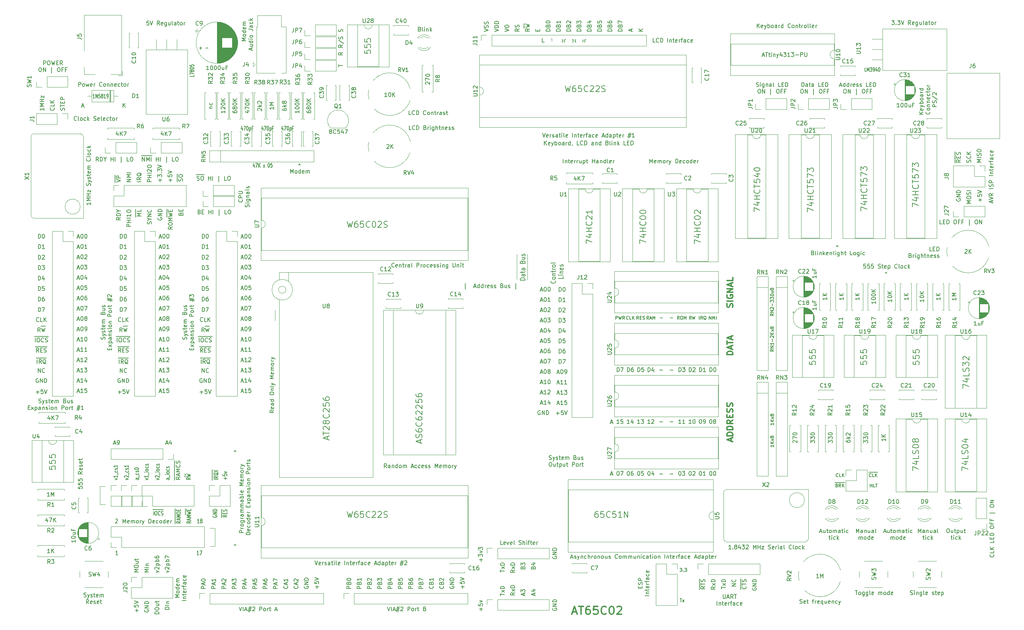
<source format=gto>
G04 #@! TF.GenerationSoftware,KiCad,Pcbnew,(5.1.9)-1*
G04 #@! TF.CreationDate,2023-05-10T17:14:40+01:00*
G04 #@! TF.ProjectId,AT_65C02_Computer_Rev004,41545f36-3543-4303-925f-436f6d707574,Rev004*
G04 #@! TF.SameCoordinates,Original*
G04 #@! TF.FileFunction,Legend,Top*
G04 #@! TF.FilePolarity,Positive*
%FSLAX46Y46*%
G04 Gerber Fmt 4.6, Leading zero omitted, Abs format (unit mm)*
G04 Created by KiCad (PCBNEW (5.1.9)-1) date 2023-05-10 17:14:40*
%MOMM*%
%LPD*%
G01*
G04 APERTURE LIST*
%ADD10C,0.200000*%
%ADD11C,0.150000*%
%ADD12C,0.153000*%
%ADD13C,0.120000*%
%ADD14C,0.350000*%
%ADD15C,0.300000*%
%ADD16O,1.702000X1.702000*%
%ADD17O,2.102000X1.542000*%
%ADD18O,1.802000X1.802000*%
%ADD19C,6.102000*%
%ADD20C,1.702000*%
%ADD21C,2.102000*%
%ADD22C,2.442000*%
%ADD23O,3.602000X3.602000*%
%ADD24O,2.102000X2.007000*%
%ADD25C,1.902000*%
%ADD26O,2.102000X4.102000*%
%ADD27O,3.602000X2.102000*%
%ADD28O,2.007000X2.102000*%
%ADD29O,2.302000X2.302000*%
%ADD30O,1.502000X2.102000*%
%ADD31C,1.302000*%
%ADD32O,1.152000X1.602000*%
%ADD33O,2.502000X1.702000*%
G04 APERTURE END LIST*
D10*
X176068571Y-71196428D02*
X176068571Y-71910714D01*
X176782857Y-71982142D01*
X176711428Y-71910714D01*
X176640000Y-71767857D01*
X176640000Y-71410714D01*
X176711428Y-71267857D01*
X176782857Y-71196428D01*
X176925714Y-71125000D01*
X177282857Y-71125000D01*
X177425714Y-71196428D01*
X177497142Y-71267857D01*
X177568571Y-71410714D01*
X177568571Y-71767857D01*
X177497142Y-71910714D01*
X177425714Y-71982142D01*
X176068571Y-69767857D02*
X176068571Y-70482142D01*
X176782857Y-70553571D01*
X176711428Y-70482142D01*
X176640000Y-70339285D01*
X176640000Y-69982142D01*
X176711428Y-69839285D01*
X176782857Y-69767857D01*
X176925714Y-69696428D01*
X177282857Y-69696428D01*
X177425714Y-69767857D01*
X177497142Y-69839285D01*
X177568571Y-69982142D01*
X177568571Y-70339285D01*
X177497142Y-70482142D01*
X177425714Y-70553571D01*
X176068571Y-68339285D02*
X176068571Y-69053571D01*
X176782857Y-69125000D01*
X176711428Y-69053571D01*
X176640000Y-68910714D01*
X176640000Y-68553571D01*
X176711428Y-68410714D01*
X176782857Y-68339285D01*
X176925714Y-68267857D01*
X177282857Y-68267857D01*
X177425714Y-68339285D01*
X177497142Y-68410714D01*
X177568571Y-68553571D01*
X177568571Y-68910714D01*
X177497142Y-69053571D01*
X177425714Y-69125000D01*
X98343571Y-173846428D02*
X98343571Y-174560714D01*
X99057857Y-174632142D01*
X98986428Y-174560714D01*
X98915000Y-174417857D01*
X98915000Y-174060714D01*
X98986428Y-173917857D01*
X99057857Y-173846428D01*
X99200714Y-173775000D01*
X99557857Y-173775000D01*
X99700714Y-173846428D01*
X99772142Y-173917857D01*
X99843571Y-174060714D01*
X99843571Y-174417857D01*
X99772142Y-174560714D01*
X99700714Y-174632142D01*
X98343571Y-172417857D02*
X98343571Y-173132142D01*
X99057857Y-173203571D01*
X98986428Y-173132142D01*
X98915000Y-172989285D01*
X98915000Y-172632142D01*
X98986428Y-172489285D01*
X99057857Y-172417857D01*
X99200714Y-172346428D01*
X99557857Y-172346428D01*
X99700714Y-172417857D01*
X99772142Y-172489285D01*
X99843571Y-172632142D01*
X99843571Y-172989285D01*
X99772142Y-173132142D01*
X99700714Y-173203571D01*
X98343571Y-170989285D02*
X98343571Y-171703571D01*
X99057857Y-171775000D01*
X98986428Y-171703571D01*
X98915000Y-171560714D01*
X98915000Y-171203571D01*
X98986428Y-171060714D01*
X99057857Y-170989285D01*
X99200714Y-170917857D01*
X99557857Y-170917857D01*
X99700714Y-170989285D01*
X99772142Y-171060714D01*
X99843571Y-171203571D01*
X99843571Y-171560714D01*
X99772142Y-171703571D01*
X99700714Y-171775000D01*
X324079285Y-120397619D02*
X324126904Y-120350000D01*
X324222142Y-120302380D01*
X324460238Y-120302380D01*
X324555476Y-120350000D01*
X324603095Y-120397619D01*
X324650714Y-120492857D01*
X324650714Y-120588095D01*
X324603095Y-120730952D01*
X324031666Y-121302380D01*
X324650714Y-121302380D01*
X325079285Y-121302380D02*
X325079285Y-120302380D01*
X325650714Y-121302380D02*
X325222142Y-120730952D01*
X325650714Y-120302380D02*
X325079285Y-120873809D01*
X288054285Y-201377380D02*
X287482857Y-201377380D01*
X287768571Y-201377380D02*
X287768571Y-200377380D01*
X287673333Y-200520238D01*
X287578095Y-200615476D01*
X287482857Y-200663095D01*
X288482857Y-201377380D02*
X288482857Y-200377380D01*
X288816190Y-201091666D01*
X289149523Y-200377380D01*
X289149523Y-201377380D01*
X181554285Y-94497619D02*
X181601904Y-94450000D01*
X181697142Y-94402380D01*
X181935238Y-94402380D01*
X182030476Y-94450000D01*
X182078095Y-94497619D01*
X182125714Y-94592857D01*
X182125714Y-94688095D01*
X182078095Y-94830952D01*
X181506666Y-95402380D01*
X182125714Y-95402380D01*
X182554285Y-95402380D02*
X182554285Y-94402380D01*
X183125714Y-95402380D02*
X182697142Y-94830952D01*
X183125714Y-94402380D02*
X182554285Y-94973809D01*
X181599523Y-82602380D02*
X181028095Y-82602380D01*
X181313809Y-82602380D02*
X181313809Y-81602380D01*
X181218571Y-81745238D01*
X181123333Y-81840476D01*
X181028095Y-81888095D01*
X182218571Y-81602380D02*
X182313809Y-81602380D01*
X182409047Y-81650000D01*
X182456666Y-81697619D01*
X182504285Y-81792857D01*
X182551904Y-81983333D01*
X182551904Y-82221428D01*
X182504285Y-82411904D01*
X182456666Y-82507142D01*
X182409047Y-82554761D01*
X182313809Y-82602380D01*
X182218571Y-82602380D01*
X182123333Y-82554761D01*
X182075714Y-82507142D01*
X182028095Y-82411904D01*
X181980476Y-82221428D01*
X181980476Y-81983333D01*
X182028095Y-81792857D01*
X182075714Y-81697619D01*
X182123333Y-81650000D01*
X182218571Y-81602380D01*
X182980476Y-82602380D02*
X182980476Y-81602380D01*
X183551904Y-82602380D02*
X183123333Y-82030952D01*
X183551904Y-81602380D02*
X182980476Y-82173809D01*
D11*
X148906666Y-99360714D02*
X148906666Y-100027380D01*
X148740000Y-98979761D02*
X148573333Y-99694047D01*
X149006666Y-99694047D01*
X149206666Y-99027380D02*
X149673333Y-99027380D01*
X149373333Y-100027380D01*
X149940000Y-100027380D02*
X149940000Y-99027380D01*
X150340000Y-100027380D02*
X150040000Y-99455952D01*
X150340000Y-99027380D02*
X149940000Y-99598809D01*
X151106666Y-100027380D02*
X151473333Y-99360714D01*
X151106666Y-99360714D02*
X151473333Y-100027380D01*
X152406666Y-99027380D02*
X152473333Y-99027380D01*
X152540000Y-99075000D01*
X152573333Y-99122619D01*
X152606666Y-99217857D01*
X152640000Y-99408333D01*
X152640000Y-99646428D01*
X152606666Y-99836904D01*
X152573333Y-99932142D01*
X152540000Y-99979761D01*
X152473333Y-100027380D01*
X152406666Y-100027380D01*
X152340000Y-99979761D01*
X152306666Y-99932142D01*
X152273333Y-99836904D01*
X152240000Y-99646428D01*
X152240000Y-99408333D01*
X152273333Y-99217857D01*
X152306666Y-99122619D01*
X152340000Y-99075000D01*
X152406666Y-99027380D01*
X153273333Y-99027380D02*
X152940000Y-99027380D01*
X152906666Y-99503571D01*
X152940000Y-99455952D01*
X153006666Y-99408333D01*
X153173333Y-99408333D01*
X153240000Y-99455952D01*
X153273333Y-99503571D01*
X153306666Y-99598809D01*
X153306666Y-99836904D01*
X153273333Y-99932142D01*
X153240000Y-99979761D01*
X153173333Y-100027380D01*
X153006666Y-100027380D01*
X152940000Y-99979761D01*
X152906666Y-99932142D01*
X155940000Y-90235714D02*
X155940000Y-90902380D01*
X155773333Y-89854761D02*
X155606666Y-90569047D01*
X156040000Y-90569047D01*
X156240000Y-89902380D02*
X156706666Y-89902380D01*
X156406666Y-90902380D01*
X157106666Y-89902380D02*
X157173333Y-89902380D01*
X157240000Y-89950000D01*
X157273333Y-89997619D01*
X157306666Y-90092857D01*
X157340000Y-90283333D01*
X157340000Y-90521428D01*
X157306666Y-90711904D01*
X157273333Y-90807142D01*
X157240000Y-90854761D01*
X157173333Y-90902380D01*
X157106666Y-90902380D01*
X157040000Y-90854761D01*
X157006666Y-90807142D01*
X156973333Y-90711904D01*
X156940000Y-90521428D01*
X156940000Y-90283333D01*
X156973333Y-90092857D01*
X157006666Y-89997619D01*
X157040000Y-89950000D01*
X157106666Y-89902380D01*
X157640000Y-90235714D02*
X157640000Y-91235714D01*
X157640000Y-90283333D02*
X157706666Y-90235714D01*
X157840000Y-90235714D01*
X157906666Y-90283333D01*
X157940000Y-90330952D01*
X157973333Y-90426190D01*
X157973333Y-90711904D01*
X157940000Y-90807142D01*
X157906666Y-90854761D01*
X157840000Y-90902380D01*
X157706666Y-90902380D01*
X157640000Y-90854761D01*
X158506666Y-90378571D02*
X158273333Y-90378571D01*
X158273333Y-90902380D02*
X158273333Y-89902380D01*
X158606666Y-89902380D01*
X151015000Y-90235714D02*
X151015000Y-90902380D01*
X150848333Y-89854761D02*
X150681666Y-90569047D01*
X151115000Y-90569047D01*
X151315000Y-89902380D02*
X151781666Y-89902380D01*
X151481666Y-90902380D01*
X152181666Y-89902380D02*
X152248333Y-89902380D01*
X152315000Y-89950000D01*
X152348333Y-89997619D01*
X152381666Y-90092857D01*
X152415000Y-90283333D01*
X152415000Y-90521428D01*
X152381666Y-90711904D01*
X152348333Y-90807142D01*
X152315000Y-90854761D01*
X152248333Y-90902380D01*
X152181666Y-90902380D01*
X152115000Y-90854761D01*
X152081666Y-90807142D01*
X152048333Y-90711904D01*
X152015000Y-90521428D01*
X152015000Y-90283333D01*
X152048333Y-90092857D01*
X152081666Y-89997619D01*
X152115000Y-89950000D01*
X152181666Y-89902380D01*
X152715000Y-90235714D02*
X152715000Y-91235714D01*
X152715000Y-90283333D02*
X152781666Y-90235714D01*
X152915000Y-90235714D01*
X152981666Y-90283333D01*
X153015000Y-90330952D01*
X153048333Y-90426190D01*
X153048333Y-90711904D01*
X153015000Y-90807142D01*
X152981666Y-90854761D01*
X152915000Y-90902380D01*
X152781666Y-90902380D01*
X152715000Y-90854761D01*
X153581666Y-90378571D02*
X153348333Y-90378571D01*
X153348333Y-90902380D02*
X153348333Y-89902380D01*
X153681666Y-89902380D01*
X145965000Y-90235714D02*
X145965000Y-90902380D01*
X145798333Y-89854761D02*
X145631666Y-90569047D01*
X146065000Y-90569047D01*
X146265000Y-89902380D02*
X146731666Y-89902380D01*
X146431666Y-90902380D01*
X147131666Y-89902380D02*
X147198333Y-89902380D01*
X147265000Y-89950000D01*
X147298333Y-89997619D01*
X147331666Y-90092857D01*
X147365000Y-90283333D01*
X147365000Y-90521428D01*
X147331666Y-90711904D01*
X147298333Y-90807142D01*
X147265000Y-90854761D01*
X147198333Y-90902380D01*
X147131666Y-90902380D01*
X147065000Y-90854761D01*
X147031666Y-90807142D01*
X146998333Y-90711904D01*
X146965000Y-90521428D01*
X146965000Y-90283333D01*
X146998333Y-90092857D01*
X147031666Y-89997619D01*
X147065000Y-89950000D01*
X147131666Y-89902380D01*
X147665000Y-90235714D02*
X147665000Y-91235714D01*
X147665000Y-90283333D02*
X147731666Y-90235714D01*
X147865000Y-90235714D01*
X147931666Y-90283333D01*
X147965000Y-90330952D01*
X147998333Y-90426190D01*
X147998333Y-90711904D01*
X147965000Y-90807142D01*
X147931666Y-90854761D01*
X147865000Y-90902380D01*
X147731666Y-90902380D01*
X147665000Y-90854761D01*
X148531666Y-90378571D02*
X148298333Y-90378571D01*
X148298333Y-90902380D02*
X148298333Y-89902380D01*
X148631666Y-89902380D01*
X135041905Y-141815000D02*
X135518096Y-141815000D01*
X135280001Y-143182380D02*
X135280001Y-142182380D01*
X135518096Y-141815000D02*
X136565715Y-141815000D01*
X135946667Y-142182380D02*
X136137143Y-142182380D01*
X136232381Y-142230000D01*
X136327620Y-142325238D01*
X136375239Y-142515714D01*
X136375239Y-142849047D01*
X136327620Y-143039523D01*
X136232381Y-143134761D01*
X136137143Y-143182380D01*
X135946667Y-143182380D01*
X135851429Y-143134761D01*
X135756191Y-143039523D01*
X135708572Y-142849047D01*
X135708572Y-142515714D01*
X135756191Y-142325238D01*
X135851429Y-142230000D01*
X135946667Y-142182380D01*
X136565715Y-141815000D02*
X137565715Y-141815000D01*
X137375239Y-143087142D02*
X137327620Y-143134761D01*
X137184762Y-143182380D01*
X137089524Y-143182380D01*
X136946667Y-143134761D01*
X136851429Y-143039523D01*
X136803810Y-142944285D01*
X136756191Y-142753809D01*
X136756191Y-142610952D01*
X136803810Y-142420476D01*
X136851429Y-142325238D01*
X136946667Y-142230000D01*
X137089524Y-142182380D01*
X137184762Y-142182380D01*
X137327620Y-142230000D01*
X137375239Y-142277619D01*
X137565715Y-141815000D02*
X138518096Y-141815000D01*
X137756191Y-143134761D02*
X137899048Y-143182380D01*
X138137143Y-143182380D01*
X138232381Y-143134761D01*
X138280001Y-143087142D01*
X138327620Y-142991904D01*
X138327620Y-142896666D01*
X138280001Y-142801428D01*
X138232381Y-142753809D01*
X138137143Y-142706190D01*
X137946667Y-142658571D01*
X137851429Y-142610952D01*
X137803810Y-142563333D01*
X137756191Y-142468095D01*
X137756191Y-142372857D01*
X137803810Y-142277619D01*
X137851429Y-142230000D01*
X137946667Y-142182380D01*
X138184762Y-142182380D01*
X138327620Y-142230000D01*
X136041905Y-117562380D02*
X136041905Y-116562380D01*
X136280001Y-116562380D01*
X136422858Y-116610000D01*
X136518096Y-116705238D01*
X136565715Y-116800476D01*
X136613334Y-116990952D01*
X136613334Y-117133809D01*
X136565715Y-117324285D01*
X136518096Y-117419523D01*
X136422858Y-117514761D01*
X136280001Y-117562380D01*
X136041905Y-117562380D01*
X137232381Y-116562380D02*
X137327620Y-116562380D01*
X137422858Y-116610000D01*
X137470477Y-116657619D01*
X137518096Y-116752857D01*
X137565715Y-116943333D01*
X137565715Y-117181428D01*
X137518096Y-117371904D01*
X137470477Y-117467142D01*
X137422858Y-117514761D01*
X137327620Y-117562380D01*
X137232381Y-117562380D01*
X137137143Y-117514761D01*
X137089524Y-117467142D01*
X137041905Y-117371904D01*
X136994286Y-117181428D01*
X136994286Y-116943333D01*
X137041905Y-116752857D01*
X137089524Y-116657619D01*
X137137143Y-116610000D01*
X137232381Y-116562380D01*
X136041905Y-120102380D02*
X136041905Y-119102380D01*
X136280001Y-119102380D01*
X136422858Y-119150000D01*
X136518096Y-119245238D01*
X136565715Y-119340476D01*
X136613334Y-119530952D01*
X136613334Y-119673809D01*
X136565715Y-119864285D01*
X136518096Y-119959523D01*
X136422858Y-120054761D01*
X136280001Y-120102380D01*
X136041905Y-120102380D01*
X137565715Y-120102380D02*
X136994286Y-120102380D01*
X137280001Y-120102380D02*
X137280001Y-119102380D01*
X137184762Y-119245238D01*
X137089524Y-119340476D01*
X136994286Y-119388095D01*
X136018096Y-152232000D02*
X135922858Y-152184380D01*
X135780001Y-152184380D01*
X135637143Y-152232000D01*
X135541905Y-152327238D01*
X135494286Y-152422476D01*
X135446667Y-152612952D01*
X135446667Y-152755809D01*
X135494286Y-152946285D01*
X135541905Y-153041523D01*
X135637143Y-153136761D01*
X135780001Y-153184380D01*
X135875239Y-153184380D01*
X136018096Y-153136761D01*
X136065715Y-153089142D01*
X136065715Y-152755809D01*
X135875239Y-152755809D01*
X136494286Y-153184380D02*
X136494286Y-152184380D01*
X137065715Y-153184380D01*
X137065715Y-152184380D01*
X137541905Y-153184380D02*
X137541905Y-152184380D01*
X137780001Y-152184380D01*
X137922858Y-152232000D01*
X138018096Y-152327238D01*
X138065715Y-152422476D01*
X138113334Y-152612952D01*
X138113334Y-152755809D01*
X138065715Y-152946285D01*
X138018096Y-153041523D01*
X137922858Y-153136761D01*
X137780001Y-153184380D01*
X137541905Y-153184380D01*
X135494286Y-155531428D02*
X136256191Y-155531428D01*
X135875239Y-155912380D02*
X135875239Y-155150476D01*
X137208572Y-154912380D02*
X136732381Y-154912380D01*
X136684762Y-155388571D01*
X136732381Y-155340952D01*
X136827620Y-155293333D01*
X137065715Y-155293333D01*
X137160953Y-155340952D01*
X137208572Y-155388571D01*
X137256191Y-155483809D01*
X137256191Y-155721904D01*
X137208572Y-155817142D01*
X137160953Y-155864761D01*
X137065715Y-155912380D01*
X136827620Y-155912380D01*
X136732381Y-155864761D01*
X136684762Y-155817142D01*
X137541905Y-154912380D02*
X137875239Y-155912380D01*
X138208572Y-154912380D01*
X136041905Y-130488090D02*
X136041905Y-129488090D01*
X136280001Y-129488090D01*
X136422858Y-129535710D01*
X136518096Y-129630948D01*
X136565715Y-129726186D01*
X136613334Y-129916662D01*
X136613334Y-130059519D01*
X136565715Y-130249995D01*
X136518096Y-130345233D01*
X136422858Y-130440471D01*
X136280001Y-130488090D01*
X136041905Y-130488090D01*
X137518096Y-129488090D02*
X137041905Y-129488090D01*
X136994286Y-129964281D01*
X137041905Y-129916662D01*
X137137143Y-129869043D01*
X137375239Y-129869043D01*
X137470477Y-129916662D01*
X137518096Y-129964281D01*
X137565715Y-130059519D01*
X137565715Y-130297614D01*
X137518096Y-130392852D01*
X137470477Y-130440471D01*
X137375239Y-130488090D01*
X137137143Y-130488090D01*
X137041905Y-130440471D01*
X136994286Y-130392852D01*
X136041905Y-135658380D02*
X136041905Y-134658380D01*
X136280001Y-134658380D01*
X136422858Y-134706000D01*
X136518096Y-134801238D01*
X136565715Y-134896476D01*
X136613334Y-135086952D01*
X136613334Y-135229809D01*
X136565715Y-135420285D01*
X136518096Y-135515523D01*
X136422858Y-135610761D01*
X136280001Y-135658380D01*
X136041905Y-135658380D01*
X136946667Y-134658380D02*
X137613334Y-134658380D01*
X137184762Y-135658380D01*
X136041905Y-122732664D02*
X136041905Y-121732664D01*
X136280001Y-121732664D01*
X136422858Y-121780284D01*
X136518096Y-121875522D01*
X136565715Y-121970760D01*
X136613334Y-122161236D01*
X136613334Y-122304093D01*
X136565715Y-122494569D01*
X136518096Y-122589807D01*
X136422858Y-122685045D01*
X136280001Y-122732664D01*
X136041905Y-122732664D01*
X136994286Y-121827903D02*
X137041905Y-121780284D01*
X137137143Y-121732664D01*
X137375239Y-121732664D01*
X137470477Y-121780284D01*
X137518096Y-121827903D01*
X137565715Y-121923141D01*
X137565715Y-122018379D01*
X137518096Y-122161236D01*
X136946667Y-122732664D01*
X137565715Y-122732664D01*
X136041905Y-127902948D02*
X136041905Y-126902948D01*
X136280001Y-126902948D01*
X136422858Y-126950568D01*
X136518096Y-127045806D01*
X136565715Y-127141044D01*
X136613334Y-127331520D01*
X136613334Y-127474377D01*
X136565715Y-127664853D01*
X136518096Y-127760091D01*
X136422858Y-127855329D01*
X136280001Y-127902948D01*
X136041905Y-127902948D01*
X137470477Y-127236282D02*
X137470477Y-127902948D01*
X137232381Y-126855329D02*
X136994286Y-127569615D01*
X137613334Y-127569615D01*
X136041905Y-133073232D02*
X136041905Y-132073232D01*
X136280001Y-132073232D01*
X136422858Y-132120852D01*
X136518096Y-132216090D01*
X136565715Y-132311328D01*
X136613334Y-132501804D01*
X136613334Y-132644661D01*
X136565715Y-132835137D01*
X136518096Y-132930375D01*
X136422858Y-133025613D01*
X136280001Y-133073232D01*
X136041905Y-133073232D01*
X137470477Y-132073232D02*
X137280001Y-132073232D01*
X137184762Y-132120852D01*
X137137143Y-132168471D01*
X137041905Y-132311328D01*
X136994286Y-132501804D01*
X136994286Y-132882756D01*
X137041905Y-132977994D01*
X137089524Y-133025613D01*
X137184762Y-133073232D01*
X137375239Y-133073232D01*
X137470477Y-133025613D01*
X137518096Y-132977994D01*
X137565715Y-132882756D01*
X137565715Y-132644661D01*
X137518096Y-132549423D01*
X137470477Y-132501804D01*
X137375239Y-132454185D01*
X137184762Y-132454185D01*
X137089524Y-132501804D01*
X137041905Y-132549423D01*
X136994286Y-132644661D01*
X136518096Y-140659380D02*
X136184762Y-140183190D01*
X135946667Y-140659380D02*
X135946667Y-139659380D01*
X136327620Y-139659380D01*
X136422858Y-139707000D01*
X136470477Y-139754619D01*
X136518096Y-139849857D01*
X136518096Y-139992714D01*
X136470477Y-140087952D01*
X136422858Y-140135571D01*
X136327620Y-140183190D01*
X135946667Y-140183190D01*
X136708572Y-139292000D02*
X137851429Y-139292000D01*
X136851429Y-139659380D02*
X137089524Y-140659380D01*
X137280001Y-139945095D01*
X137470477Y-140659380D01*
X137708572Y-139659380D01*
X136041905Y-125317806D02*
X136041905Y-124317806D01*
X136280001Y-124317806D01*
X136422858Y-124365426D01*
X136518096Y-124460664D01*
X136565715Y-124555902D01*
X136613334Y-124746378D01*
X136613334Y-124889235D01*
X136565715Y-125079711D01*
X136518096Y-125174949D01*
X136422858Y-125270187D01*
X136280001Y-125317806D01*
X136041905Y-125317806D01*
X136946667Y-124317806D02*
X137565715Y-124317806D01*
X137232381Y-124698759D01*
X137375239Y-124698759D01*
X137470477Y-124746378D01*
X137518096Y-124793997D01*
X137565715Y-124889235D01*
X137565715Y-125127330D01*
X137518096Y-125222568D01*
X137470477Y-125270187D01*
X137375239Y-125317806D01*
X137089524Y-125317806D01*
X136994286Y-125270187D01*
X136946667Y-125222568D01*
X135518096Y-147111000D02*
X135994286Y-147111000D01*
X135756191Y-148478380D02*
X135756191Y-147478380D01*
X135994286Y-147111000D02*
X136994286Y-147111000D01*
X136803810Y-148478380D02*
X136470477Y-148002190D01*
X136232381Y-148478380D02*
X136232381Y-147478380D01*
X136613334Y-147478380D01*
X136708572Y-147526000D01*
X136756191Y-147573619D01*
X136803810Y-147668857D01*
X136803810Y-147811714D01*
X136756191Y-147906952D01*
X136708572Y-147954571D01*
X136613334Y-148002190D01*
X136232381Y-148002190D01*
X136994286Y-147111000D02*
X138041905Y-147111000D01*
X137899048Y-148573619D02*
X137803810Y-148526000D01*
X137708572Y-148430761D01*
X137565715Y-148287904D01*
X137470477Y-148240285D01*
X137375239Y-148240285D01*
X137422858Y-148478380D02*
X137327620Y-148430761D01*
X137232381Y-148335523D01*
X137184762Y-148145047D01*
X137184762Y-147811714D01*
X137232381Y-147621238D01*
X137327620Y-147526000D01*
X137422858Y-147478380D01*
X137613334Y-147478380D01*
X137708572Y-147526000D01*
X137803810Y-147621238D01*
X137851429Y-147811714D01*
X137851429Y-148145047D01*
X137803810Y-148335523D01*
X137708572Y-148430761D01*
X137613334Y-148478380D01*
X137422858Y-148478380D01*
X135994286Y-150706380D02*
X135994286Y-149706380D01*
X136565715Y-150706380D01*
X136565715Y-149706380D01*
X137613334Y-150611142D02*
X137565715Y-150658761D01*
X137422858Y-150706380D01*
X137327620Y-150706380D01*
X137184762Y-150658761D01*
X137089524Y-150563523D01*
X137041905Y-150468285D01*
X136994286Y-150277809D01*
X136994286Y-150134952D01*
X137041905Y-149944476D01*
X137089524Y-149849238D01*
X137184762Y-149754000D01*
X137327620Y-149706380D01*
X137422858Y-149706380D01*
X137565715Y-149754000D01*
X137613334Y-149801619D01*
X136184762Y-138041142D02*
X136137143Y-138088761D01*
X135994286Y-138136380D01*
X135899048Y-138136380D01*
X135756191Y-138088761D01*
X135660953Y-137993523D01*
X135613334Y-137898285D01*
X135565715Y-137707809D01*
X135565715Y-137564952D01*
X135613334Y-137374476D01*
X135660953Y-137279238D01*
X135756191Y-137184000D01*
X135899048Y-137136380D01*
X135994286Y-137136380D01*
X136137143Y-137184000D01*
X136184762Y-137231619D01*
X137089524Y-138136380D02*
X136613334Y-138136380D01*
X136613334Y-137136380D01*
X137422858Y-138136380D02*
X137422858Y-137136380D01*
X137994286Y-138136380D02*
X137565715Y-137564952D01*
X137994286Y-137136380D02*
X137422858Y-137707809D01*
X135351429Y-144338000D02*
X136351429Y-144338000D01*
X136160953Y-145705380D02*
X135827620Y-145229190D01*
X135589524Y-145705380D02*
X135589524Y-144705380D01*
X135970477Y-144705380D01*
X136065715Y-144753000D01*
X136113334Y-144800619D01*
X136160953Y-144895857D01*
X136160953Y-145038714D01*
X136113334Y-145133952D01*
X136065715Y-145181571D01*
X135970477Y-145229190D01*
X135589524Y-145229190D01*
X136351429Y-144338000D02*
X137256191Y-144338000D01*
X136589524Y-145181571D02*
X136922858Y-145181571D01*
X137065715Y-145705380D02*
X136589524Y-145705380D01*
X136589524Y-144705380D01*
X137065715Y-144705380D01*
X137256191Y-144338000D02*
X138208572Y-144338000D01*
X137446667Y-145657761D02*
X137589524Y-145705380D01*
X137827620Y-145705380D01*
X137922858Y-145657761D01*
X137970477Y-145610142D01*
X138018096Y-145514904D01*
X138018096Y-145419666D01*
X137970477Y-145324428D01*
X137922858Y-145276809D01*
X137827620Y-145229190D01*
X137637143Y-145181571D01*
X137541905Y-145133952D01*
X137494286Y-145086333D01*
X137446667Y-144991095D01*
X137446667Y-144895857D01*
X137494286Y-144800619D01*
X137541905Y-144753000D01*
X137637143Y-144705380D01*
X137875239Y-144705380D01*
X138018096Y-144753000D01*
X145669524Y-150296666D02*
X146145715Y-150296666D01*
X145574286Y-150582380D02*
X145907620Y-149582380D01*
X146240953Y-150582380D01*
X147098096Y-150582380D02*
X146526667Y-150582380D01*
X146812381Y-150582380D02*
X146812381Y-149582380D01*
X146717143Y-149725238D01*
X146621905Y-149820476D01*
X146526667Y-149868095D01*
X147431429Y-149582380D02*
X148050477Y-149582380D01*
X147717143Y-149963333D01*
X147860001Y-149963333D01*
X147955239Y-150010952D01*
X148002858Y-150058571D01*
X148050477Y-150153809D01*
X148050477Y-150391904D01*
X148002858Y-150487142D01*
X147955239Y-150534761D01*
X147860001Y-150582380D01*
X147574286Y-150582380D01*
X147479048Y-150534761D01*
X147431429Y-150487142D01*
X145669524Y-117276666D02*
X146145715Y-117276666D01*
X145574286Y-117562380D02*
X145907620Y-116562380D01*
X146240953Y-117562380D01*
X146764762Y-116562380D02*
X146860001Y-116562380D01*
X146955239Y-116610000D01*
X147002858Y-116657619D01*
X147050477Y-116752857D01*
X147098096Y-116943333D01*
X147098096Y-117181428D01*
X147050477Y-117371904D01*
X147002858Y-117467142D01*
X146955239Y-117514761D01*
X146860001Y-117562380D01*
X146764762Y-117562380D01*
X146669524Y-117514761D01*
X146621905Y-117467142D01*
X146574286Y-117371904D01*
X146526667Y-117181428D01*
X146526667Y-116943333D01*
X146574286Y-116752857D01*
X146621905Y-116657619D01*
X146669524Y-116610000D01*
X146764762Y-116562380D01*
X147717143Y-116562380D02*
X147812381Y-116562380D01*
X147907620Y-116610000D01*
X147955239Y-116657619D01*
X148002858Y-116752857D01*
X148050477Y-116943333D01*
X148050477Y-117181428D01*
X148002858Y-117371904D01*
X147955239Y-117467142D01*
X147907620Y-117514761D01*
X147812381Y-117562380D01*
X147717143Y-117562380D01*
X147621905Y-117514761D01*
X147574286Y-117467142D01*
X147526667Y-117371904D01*
X147479048Y-117181428D01*
X147479048Y-116943333D01*
X147526667Y-116752857D01*
X147574286Y-116657619D01*
X147621905Y-116610000D01*
X147717143Y-116562380D01*
X115834404Y-125317806D02*
X115834404Y-124317806D01*
X116072500Y-124317806D01*
X116215357Y-124365426D01*
X116310595Y-124460664D01*
X116358214Y-124555902D01*
X116405833Y-124746378D01*
X116405833Y-124889235D01*
X116358214Y-125079711D01*
X116310595Y-125174949D01*
X116215357Y-125270187D01*
X116072500Y-125317806D01*
X115834404Y-125317806D01*
X116739166Y-124317806D02*
X117358214Y-124317806D01*
X117024880Y-124698759D01*
X117167738Y-124698759D01*
X117262976Y-124746378D01*
X117310595Y-124793997D01*
X117358214Y-124889235D01*
X117358214Y-125127330D01*
X117310595Y-125222568D01*
X117262976Y-125270187D01*
X117167738Y-125317806D01*
X116882023Y-125317806D01*
X116786785Y-125270187D01*
X116739166Y-125222568D01*
X115143928Y-144338000D02*
X116143928Y-144338000D01*
X115953452Y-145705380D02*
X115620119Y-145229190D01*
X115382023Y-145705380D02*
X115382023Y-144705380D01*
X115762976Y-144705380D01*
X115858214Y-144753000D01*
X115905833Y-144800619D01*
X115953452Y-144895857D01*
X115953452Y-145038714D01*
X115905833Y-145133952D01*
X115858214Y-145181571D01*
X115762976Y-145229190D01*
X115382023Y-145229190D01*
X116143928Y-144338000D02*
X117048690Y-144338000D01*
X116382023Y-145181571D02*
X116715357Y-145181571D01*
X116858214Y-145705380D02*
X116382023Y-145705380D01*
X116382023Y-144705380D01*
X116858214Y-144705380D01*
X117048690Y-144338000D02*
X118001071Y-144338000D01*
X117239166Y-145657761D02*
X117382023Y-145705380D01*
X117620119Y-145705380D01*
X117715357Y-145657761D01*
X117762976Y-145610142D01*
X117810595Y-145514904D01*
X117810595Y-145419666D01*
X117762976Y-145324428D01*
X117715357Y-145276809D01*
X117620119Y-145229190D01*
X117429642Y-145181571D01*
X117334404Y-145133952D01*
X117286785Y-145086333D01*
X117239166Y-144991095D01*
X117239166Y-144895857D01*
X117286785Y-144800619D01*
X117334404Y-144753000D01*
X117429642Y-144705380D01*
X117667738Y-144705380D01*
X117810595Y-144753000D01*
X115834404Y-133073232D02*
X115834404Y-132073232D01*
X116072500Y-132073232D01*
X116215357Y-132120852D01*
X116310595Y-132216090D01*
X116358214Y-132311328D01*
X116405833Y-132501804D01*
X116405833Y-132644661D01*
X116358214Y-132835137D01*
X116310595Y-132930375D01*
X116215357Y-133025613D01*
X116072500Y-133073232D01*
X115834404Y-133073232D01*
X117262976Y-132073232D02*
X117072500Y-132073232D01*
X116977261Y-132120852D01*
X116929642Y-132168471D01*
X116834404Y-132311328D01*
X116786785Y-132501804D01*
X116786785Y-132882756D01*
X116834404Y-132977994D01*
X116882023Y-133025613D01*
X116977261Y-133073232D01*
X117167738Y-133073232D01*
X117262976Y-133025613D01*
X117310595Y-132977994D01*
X117358214Y-132882756D01*
X117358214Y-132644661D01*
X117310595Y-132549423D01*
X117262976Y-132501804D01*
X117167738Y-132454185D01*
X116977261Y-132454185D01*
X116882023Y-132501804D01*
X116834404Y-132549423D01*
X116786785Y-132644661D01*
X116310595Y-140659380D02*
X115977261Y-140183190D01*
X115739166Y-140659380D02*
X115739166Y-139659380D01*
X116120119Y-139659380D01*
X116215357Y-139707000D01*
X116262976Y-139754619D01*
X116310595Y-139849857D01*
X116310595Y-139992714D01*
X116262976Y-140087952D01*
X116215357Y-140135571D01*
X116120119Y-140183190D01*
X115739166Y-140183190D01*
X116501071Y-139292000D02*
X117643928Y-139292000D01*
X116643928Y-139659380D02*
X116882023Y-140659380D01*
X117072500Y-139945095D01*
X117262976Y-140659380D01*
X117501071Y-139659380D01*
X145669524Y-119816666D02*
X146145715Y-119816666D01*
X145574286Y-120102380D02*
X145907620Y-119102380D01*
X146240953Y-120102380D01*
X146764762Y-119102380D02*
X146860001Y-119102380D01*
X146955239Y-119150000D01*
X147002858Y-119197619D01*
X147050477Y-119292857D01*
X147098096Y-119483333D01*
X147098096Y-119721428D01*
X147050477Y-119911904D01*
X147002858Y-120007142D01*
X146955239Y-120054761D01*
X146860001Y-120102380D01*
X146764762Y-120102380D01*
X146669524Y-120054761D01*
X146621905Y-120007142D01*
X146574286Y-119911904D01*
X146526667Y-119721428D01*
X146526667Y-119483333D01*
X146574286Y-119292857D01*
X146621905Y-119197619D01*
X146669524Y-119150000D01*
X146764762Y-119102380D01*
X148050477Y-120102380D02*
X147479048Y-120102380D01*
X147764762Y-120102380D02*
X147764762Y-119102380D01*
X147669524Y-119245238D01*
X147574286Y-119340476D01*
X147479048Y-119388095D01*
X145669524Y-155376666D02*
X146145715Y-155376666D01*
X145574286Y-155662380D02*
X145907620Y-154662380D01*
X146240953Y-155662380D01*
X147098096Y-155662380D02*
X146526667Y-155662380D01*
X146812381Y-155662380D02*
X146812381Y-154662380D01*
X146717143Y-154805238D01*
X146621905Y-154900476D01*
X146526667Y-154948095D01*
X148002858Y-154662380D02*
X147526667Y-154662380D01*
X147479048Y-155138571D01*
X147526667Y-155090952D01*
X147621905Y-155043333D01*
X147860001Y-155043333D01*
X147955239Y-155090952D01*
X148002858Y-155138571D01*
X148050477Y-155233809D01*
X148050477Y-155471904D01*
X148002858Y-155567142D01*
X147955239Y-155614761D01*
X147860001Y-155662380D01*
X147621905Y-155662380D01*
X147526667Y-155614761D01*
X147479048Y-155567142D01*
X115310595Y-147111000D02*
X115786785Y-147111000D01*
X115548690Y-148478380D02*
X115548690Y-147478380D01*
X115786785Y-147111000D02*
X116786785Y-147111000D01*
X116596309Y-148478380D02*
X116262976Y-148002190D01*
X116024880Y-148478380D02*
X116024880Y-147478380D01*
X116405833Y-147478380D01*
X116501071Y-147526000D01*
X116548690Y-147573619D01*
X116596309Y-147668857D01*
X116596309Y-147811714D01*
X116548690Y-147906952D01*
X116501071Y-147954571D01*
X116405833Y-148002190D01*
X116024880Y-148002190D01*
X116786785Y-147111000D02*
X117834404Y-147111000D01*
X117691547Y-148573619D02*
X117596309Y-148526000D01*
X117501071Y-148430761D01*
X117358214Y-148287904D01*
X117262976Y-148240285D01*
X117167738Y-148240285D01*
X117215357Y-148478380D02*
X117120119Y-148430761D01*
X117024880Y-148335523D01*
X116977261Y-148145047D01*
X116977261Y-147811714D01*
X117024880Y-147621238D01*
X117120119Y-147526000D01*
X117215357Y-147478380D01*
X117405833Y-147478380D01*
X117501071Y-147526000D01*
X117596309Y-147621238D01*
X117643928Y-147811714D01*
X117643928Y-148145047D01*
X117596309Y-148335523D01*
X117501071Y-148430761D01*
X117405833Y-148478380D01*
X117215357Y-148478380D01*
X145669524Y-152836666D02*
X146145715Y-152836666D01*
X145574286Y-153122380D02*
X145907620Y-152122380D01*
X146240953Y-153122380D01*
X147098096Y-153122380D02*
X146526667Y-153122380D01*
X146812381Y-153122380D02*
X146812381Y-152122380D01*
X146717143Y-152265238D01*
X146621905Y-152360476D01*
X146526667Y-152408095D01*
X147955239Y-152455714D02*
X147955239Y-153122380D01*
X147717143Y-152074761D02*
X147479048Y-152789047D01*
X148098096Y-152789047D01*
X145669524Y-137596666D02*
X146145715Y-137596666D01*
X145574286Y-137882380D02*
X145907620Y-136882380D01*
X146240953Y-137882380D01*
X146764762Y-136882380D02*
X146860001Y-136882380D01*
X146955239Y-136930000D01*
X147002858Y-136977619D01*
X147050477Y-137072857D01*
X147098096Y-137263333D01*
X147098096Y-137501428D01*
X147050477Y-137691904D01*
X147002858Y-137787142D01*
X146955239Y-137834761D01*
X146860001Y-137882380D01*
X146764762Y-137882380D01*
X146669524Y-137834761D01*
X146621905Y-137787142D01*
X146574286Y-137691904D01*
X146526667Y-137501428D01*
X146526667Y-137263333D01*
X146574286Y-137072857D01*
X146621905Y-136977619D01*
X146669524Y-136930000D01*
X146764762Y-136882380D01*
X147669524Y-137310952D02*
X147574286Y-137263333D01*
X147526667Y-137215714D01*
X147479048Y-137120476D01*
X147479048Y-137072857D01*
X147526667Y-136977619D01*
X147574286Y-136930000D01*
X147669524Y-136882380D01*
X147860001Y-136882380D01*
X147955239Y-136930000D01*
X148002858Y-136977619D01*
X148050477Y-137072857D01*
X148050477Y-137120476D01*
X148002858Y-137215714D01*
X147955239Y-137263333D01*
X147860001Y-137310952D01*
X147669524Y-137310952D01*
X147574286Y-137358571D01*
X147526667Y-137406190D01*
X147479048Y-137501428D01*
X147479048Y-137691904D01*
X147526667Y-137787142D01*
X147574286Y-137834761D01*
X147669524Y-137882380D01*
X147860001Y-137882380D01*
X147955239Y-137834761D01*
X148002858Y-137787142D01*
X148050477Y-137691904D01*
X148050477Y-137501428D01*
X148002858Y-137406190D01*
X147955239Y-137358571D01*
X147860001Y-137310952D01*
X145669524Y-129976666D02*
X146145715Y-129976666D01*
X145574286Y-130262380D02*
X145907620Y-129262380D01*
X146240953Y-130262380D01*
X146764762Y-129262380D02*
X146860001Y-129262380D01*
X146955239Y-129310000D01*
X147002858Y-129357619D01*
X147050477Y-129452857D01*
X147098096Y-129643333D01*
X147098096Y-129881428D01*
X147050477Y-130071904D01*
X147002858Y-130167142D01*
X146955239Y-130214761D01*
X146860001Y-130262380D01*
X146764762Y-130262380D01*
X146669524Y-130214761D01*
X146621905Y-130167142D01*
X146574286Y-130071904D01*
X146526667Y-129881428D01*
X146526667Y-129643333D01*
X146574286Y-129452857D01*
X146621905Y-129357619D01*
X146669524Y-129310000D01*
X146764762Y-129262380D01*
X148002858Y-129262380D02*
X147526667Y-129262380D01*
X147479048Y-129738571D01*
X147526667Y-129690952D01*
X147621905Y-129643333D01*
X147860001Y-129643333D01*
X147955239Y-129690952D01*
X148002858Y-129738571D01*
X148050477Y-129833809D01*
X148050477Y-130071904D01*
X148002858Y-130167142D01*
X147955239Y-130214761D01*
X147860001Y-130262380D01*
X147621905Y-130262380D01*
X147526667Y-130214761D01*
X147479048Y-130167142D01*
X115786785Y-150706380D02*
X115786785Y-149706380D01*
X116358214Y-150706380D01*
X116358214Y-149706380D01*
X117405833Y-150611142D02*
X117358214Y-150658761D01*
X117215357Y-150706380D01*
X117120119Y-150706380D01*
X116977261Y-150658761D01*
X116882023Y-150563523D01*
X116834404Y-150468285D01*
X116786785Y-150277809D01*
X116786785Y-150134952D01*
X116834404Y-149944476D01*
X116882023Y-149849238D01*
X116977261Y-149754000D01*
X117120119Y-149706380D01*
X117215357Y-149706380D01*
X117358214Y-149754000D01*
X117405833Y-149801619D01*
X115834404Y-127902948D02*
X115834404Y-126902948D01*
X116072500Y-126902948D01*
X116215357Y-126950568D01*
X116310595Y-127045806D01*
X116358214Y-127141044D01*
X116405833Y-127331520D01*
X116405833Y-127474377D01*
X116358214Y-127664853D01*
X116310595Y-127760091D01*
X116215357Y-127855329D01*
X116072500Y-127902948D01*
X115834404Y-127902948D01*
X117262976Y-127236282D02*
X117262976Y-127902948D01*
X117024880Y-126855329D02*
X116786785Y-127569615D01*
X117405833Y-127569615D01*
X145669524Y-132516666D02*
X146145715Y-132516666D01*
X145574286Y-132802380D02*
X145907620Y-131802380D01*
X146240953Y-132802380D01*
X146764762Y-131802380D02*
X146860001Y-131802380D01*
X146955239Y-131850000D01*
X147002858Y-131897619D01*
X147050477Y-131992857D01*
X147098096Y-132183333D01*
X147098096Y-132421428D01*
X147050477Y-132611904D01*
X147002858Y-132707142D01*
X146955239Y-132754761D01*
X146860001Y-132802380D01*
X146764762Y-132802380D01*
X146669524Y-132754761D01*
X146621905Y-132707142D01*
X146574286Y-132611904D01*
X146526667Y-132421428D01*
X146526667Y-132183333D01*
X146574286Y-131992857D01*
X146621905Y-131897619D01*
X146669524Y-131850000D01*
X146764762Y-131802380D01*
X147955239Y-131802380D02*
X147764762Y-131802380D01*
X147669524Y-131850000D01*
X147621905Y-131897619D01*
X147526667Y-132040476D01*
X147479048Y-132230952D01*
X147479048Y-132611904D01*
X147526667Y-132707142D01*
X147574286Y-132754761D01*
X147669524Y-132802380D01*
X147860001Y-132802380D01*
X147955239Y-132754761D01*
X148002858Y-132707142D01*
X148050477Y-132611904D01*
X148050477Y-132373809D01*
X148002858Y-132278571D01*
X147955239Y-132230952D01*
X147860001Y-132183333D01*
X147669524Y-132183333D01*
X147574286Y-132230952D01*
X147526667Y-132278571D01*
X147479048Y-132373809D01*
X115977261Y-138041142D02*
X115929642Y-138088761D01*
X115786785Y-138136380D01*
X115691547Y-138136380D01*
X115548690Y-138088761D01*
X115453452Y-137993523D01*
X115405833Y-137898285D01*
X115358214Y-137707809D01*
X115358214Y-137564952D01*
X115405833Y-137374476D01*
X115453452Y-137279238D01*
X115548690Y-137184000D01*
X115691547Y-137136380D01*
X115786785Y-137136380D01*
X115929642Y-137184000D01*
X115977261Y-137231619D01*
X116882023Y-138136380D02*
X116405833Y-138136380D01*
X116405833Y-137136380D01*
X117215357Y-138136380D02*
X117215357Y-137136380D01*
X117786785Y-138136380D02*
X117358214Y-137564952D01*
X117786785Y-137136380D02*
X117215357Y-137707809D01*
X145669524Y-142676666D02*
X146145715Y-142676666D01*
X145574286Y-142962380D02*
X145907620Y-141962380D01*
X146240953Y-142962380D01*
X147098096Y-142962380D02*
X146526667Y-142962380D01*
X146812381Y-142962380D02*
X146812381Y-141962380D01*
X146717143Y-142105238D01*
X146621905Y-142200476D01*
X146526667Y-142248095D01*
X147717143Y-141962380D02*
X147812381Y-141962380D01*
X147907620Y-142010000D01*
X147955239Y-142057619D01*
X148002858Y-142152857D01*
X148050477Y-142343333D01*
X148050477Y-142581428D01*
X148002858Y-142771904D01*
X147955239Y-142867142D01*
X147907620Y-142914761D01*
X147812381Y-142962380D01*
X147717143Y-142962380D01*
X147621905Y-142914761D01*
X147574286Y-142867142D01*
X147526667Y-142771904D01*
X147479048Y-142581428D01*
X147479048Y-142343333D01*
X147526667Y-142152857D01*
X147574286Y-142057619D01*
X147621905Y-142010000D01*
X147717143Y-141962380D01*
X145669524Y-147756666D02*
X146145715Y-147756666D01*
X145574286Y-148042380D02*
X145907620Y-147042380D01*
X146240953Y-148042380D01*
X147098096Y-148042380D02*
X146526667Y-148042380D01*
X146812381Y-148042380D02*
X146812381Y-147042380D01*
X146717143Y-147185238D01*
X146621905Y-147280476D01*
X146526667Y-147328095D01*
X147479048Y-147137619D02*
X147526667Y-147090000D01*
X147621905Y-147042380D01*
X147860001Y-147042380D01*
X147955239Y-147090000D01*
X148002858Y-147137619D01*
X148050477Y-147232857D01*
X148050477Y-147328095D01*
X148002858Y-147470952D01*
X147431429Y-148042380D01*
X148050477Y-148042380D01*
X145669524Y-145216666D02*
X146145715Y-145216666D01*
X145574286Y-145502380D02*
X145907620Y-144502380D01*
X146240953Y-145502380D01*
X147098096Y-145502380D02*
X146526667Y-145502380D01*
X146812381Y-145502380D02*
X146812381Y-144502380D01*
X146717143Y-144645238D01*
X146621905Y-144740476D01*
X146526667Y-144788095D01*
X148050477Y-145502380D02*
X147479048Y-145502380D01*
X147764762Y-145502380D02*
X147764762Y-144502380D01*
X147669524Y-144645238D01*
X147574286Y-144740476D01*
X147479048Y-144788095D01*
X145669524Y-127436666D02*
X146145715Y-127436666D01*
X145574286Y-127722380D02*
X145907620Y-126722380D01*
X146240953Y-127722380D01*
X146764762Y-126722380D02*
X146860001Y-126722380D01*
X146955239Y-126770000D01*
X147002858Y-126817619D01*
X147050477Y-126912857D01*
X147098096Y-127103333D01*
X147098096Y-127341428D01*
X147050477Y-127531904D01*
X147002858Y-127627142D01*
X146955239Y-127674761D01*
X146860001Y-127722380D01*
X146764762Y-127722380D01*
X146669524Y-127674761D01*
X146621905Y-127627142D01*
X146574286Y-127531904D01*
X146526667Y-127341428D01*
X146526667Y-127103333D01*
X146574286Y-126912857D01*
X146621905Y-126817619D01*
X146669524Y-126770000D01*
X146764762Y-126722380D01*
X147955239Y-127055714D02*
X147955239Y-127722380D01*
X147717143Y-126674761D02*
X147479048Y-127389047D01*
X148098096Y-127389047D01*
X145669524Y-122356666D02*
X146145715Y-122356666D01*
X145574286Y-122642380D02*
X145907620Y-121642380D01*
X146240953Y-122642380D01*
X146764762Y-121642380D02*
X146860001Y-121642380D01*
X146955239Y-121690000D01*
X147002858Y-121737619D01*
X147050477Y-121832857D01*
X147098096Y-122023333D01*
X147098096Y-122261428D01*
X147050477Y-122451904D01*
X147002858Y-122547142D01*
X146955239Y-122594761D01*
X146860001Y-122642380D01*
X146764762Y-122642380D01*
X146669524Y-122594761D01*
X146621905Y-122547142D01*
X146574286Y-122451904D01*
X146526667Y-122261428D01*
X146526667Y-122023333D01*
X146574286Y-121832857D01*
X146621905Y-121737619D01*
X146669524Y-121690000D01*
X146764762Y-121642380D01*
X147479048Y-121737619D02*
X147526667Y-121690000D01*
X147621905Y-121642380D01*
X147860001Y-121642380D01*
X147955239Y-121690000D01*
X148002858Y-121737619D01*
X148050477Y-121832857D01*
X148050477Y-121928095D01*
X148002858Y-122070952D01*
X147431429Y-122642380D01*
X148050477Y-122642380D01*
X145669524Y-135056666D02*
X146145715Y-135056666D01*
X145574286Y-135342380D02*
X145907620Y-134342380D01*
X146240953Y-135342380D01*
X146764762Y-134342380D02*
X146860001Y-134342380D01*
X146955239Y-134390000D01*
X147002858Y-134437619D01*
X147050477Y-134532857D01*
X147098096Y-134723333D01*
X147098096Y-134961428D01*
X147050477Y-135151904D01*
X147002858Y-135247142D01*
X146955239Y-135294761D01*
X146860001Y-135342380D01*
X146764762Y-135342380D01*
X146669524Y-135294761D01*
X146621905Y-135247142D01*
X146574286Y-135151904D01*
X146526667Y-134961428D01*
X146526667Y-134723333D01*
X146574286Y-134532857D01*
X146621905Y-134437619D01*
X146669524Y-134390000D01*
X146764762Y-134342380D01*
X147431429Y-134342380D02*
X148098096Y-134342380D01*
X147669524Y-135342380D01*
X145669524Y-140136666D02*
X146145715Y-140136666D01*
X145574286Y-140422380D02*
X145907620Y-139422380D01*
X146240953Y-140422380D01*
X146764762Y-139422380D02*
X146860001Y-139422380D01*
X146955239Y-139470000D01*
X147002858Y-139517619D01*
X147050477Y-139612857D01*
X147098096Y-139803333D01*
X147098096Y-140041428D01*
X147050477Y-140231904D01*
X147002858Y-140327142D01*
X146955239Y-140374761D01*
X146860001Y-140422380D01*
X146764762Y-140422380D01*
X146669524Y-140374761D01*
X146621905Y-140327142D01*
X146574286Y-140231904D01*
X146526667Y-140041428D01*
X146526667Y-139803333D01*
X146574286Y-139612857D01*
X146621905Y-139517619D01*
X146669524Y-139470000D01*
X146764762Y-139422380D01*
X147574286Y-140422380D02*
X147764762Y-140422380D01*
X147860001Y-140374761D01*
X147907620Y-140327142D01*
X148002858Y-140184285D01*
X148050477Y-139993809D01*
X148050477Y-139612857D01*
X148002858Y-139517619D01*
X147955239Y-139470000D01*
X147860001Y-139422380D01*
X147669524Y-139422380D01*
X147574286Y-139470000D01*
X147526667Y-139517619D01*
X147479048Y-139612857D01*
X147479048Y-139850952D01*
X147526667Y-139946190D01*
X147574286Y-139993809D01*
X147669524Y-140041428D01*
X147860001Y-140041428D01*
X147955239Y-139993809D01*
X148002858Y-139946190D01*
X148050477Y-139850952D01*
X114834404Y-141815000D02*
X115310595Y-141815000D01*
X115072500Y-143182380D02*
X115072500Y-142182380D01*
X115310595Y-141815000D02*
X116358214Y-141815000D01*
X115739166Y-142182380D02*
X115929642Y-142182380D01*
X116024880Y-142230000D01*
X116120119Y-142325238D01*
X116167738Y-142515714D01*
X116167738Y-142849047D01*
X116120119Y-143039523D01*
X116024880Y-143134761D01*
X115929642Y-143182380D01*
X115739166Y-143182380D01*
X115643928Y-143134761D01*
X115548690Y-143039523D01*
X115501071Y-142849047D01*
X115501071Y-142515714D01*
X115548690Y-142325238D01*
X115643928Y-142230000D01*
X115739166Y-142182380D01*
X116358214Y-141815000D02*
X117358214Y-141815000D01*
X117167738Y-143087142D02*
X117120119Y-143134761D01*
X116977261Y-143182380D01*
X116882023Y-143182380D01*
X116739166Y-143134761D01*
X116643928Y-143039523D01*
X116596309Y-142944285D01*
X116548690Y-142753809D01*
X116548690Y-142610952D01*
X116596309Y-142420476D01*
X116643928Y-142325238D01*
X116739166Y-142230000D01*
X116882023Y-142182380D01*
X116977261Y-142182380D01*
X117120119Y-142230000D01*
X117167738Y-142277619D01*
X117358214Y-141815000D02*
X118310595Y-141815000D01*
X117548690Y-143134761D02*
X117691547Y-143182380D01*
X117929642Y-143182380D01*
X118024880Y-143134761D01*
X118072500Y-143087142D01*
X118120119Y-142991904D01*
X118120119Y-142896666D01*
X118072500Y-142801428D01*
X118024880Y-142753809D01*
X117929642Y-142706190D01*
X117739166Y-142658571D01*
X117643928Y-142610952D01*
X117596309Y-142563333D01*
X117548690Y-142468095D01*
X117548690Y-142372857D01*
X117596309Y-142277619D01*
X117643928Y-142230000D01*
X117739166Y-142182380D01*
X117977261Y-142182380D01*
X118120119Y-142230000D01*
X115834404Y-122732664D02*
X115834404Y-121732664D01*
X116072500Y-121732664D01*
X116215357Y-121780284D01*
X116310595Y-121875522D01*
X116358214Y-121970760D01*
X116405833Y-122161236D01*
X116405833Y-122304093D01*
X116358214Y-122494569D01*
X116310595Y-122589807D01*
X116215357Y-122685045D01*
X116072500Y-122732664D01*
X115834404Y-122732664D01*
X116786785Y-121827903D02*
X116834404Y-121780284D01*
X116929642Y-121732664D01*
X117167738Y-121732664D01*
X117262976Y-121780284D01*
X117310595Y-121827903D01*
X117358214Y-121923141D01*
X117358214Y-122018379D01*
X117310595Y-122161236D01*
X116739166Y-122732664D01*
X117358214Y-122732664D01*
X115834404Y-130488090D02*
X115834404Y-129488090D01*
X116072500Y-129488090D01*
X116215357Y-129535710D01*
X116310595Y-129630948D01*
X116358214Y-129726186D01*
X116405833Y-129916662D01*
X116405833Y-130059519D01*
X116358214Y-130249995D01*
X116310595Y-130345233D01*
X116215357Y-130440471D01*
X116072500Y-130488090D01*
X115834404Y-130488090D01*
X117310595Y-129488090D02*
X116834404Y-129488090D01*
X116786785Y-129964281D01*
X116834404Y-129916662D01*
X116929642Y-129869043D01*
X117167738Y-129869043D01*
X117262976Y-129916662D01*
X117310595Y-129964281D01*
X117358214Y-130059519D01*
X117358214Y-130297614D01*
X117310595Y-130392852D01*
X117262976Y-130440471D01*
X117167738Y-130488090D01*
X116929642Y-130488090D01*
X116834404Y-130440471D01*
X116786785Y-130392852D01*
X115834404Y-117562380D02*
X115834404Y-116562380D01*
X116072500Y-116562380D01*
X116215357Y-116610000D01*
X116310595Y-116705238D01*
X116358214Y-116800476D01*
X116405833Y-116990952D01*
X116405833Y-117133809D01*
X116358214Y-117324285D01*
X116310595Y-117419523D01*
X116215357Y-117514761D01*
X116072500Y-117562380D01*
X115834404Y-117562380D01*
X117024880Y-116562380D02*
X117120119Y-116562380D01*
X117215357Y-116610000D01*
X117262976Y-116657619D01*
X117310595Y-116752857D01*
X117358214Y-116943333D01*
X117358214Y-117181428D01*
X117310595Y-117371904D01*
X117262976Y-117467142D01*
X117215357Y-117514761D01*
X117120119Y-117562380D01*
X117024880Y-117562380D01*
X116929642Y-117514761D01*
X116882023Y-117467142D01*
X116834404Y-117371904D01*
X116786785Y-117181428D01*
X116786785Y-116943333D01*
X116834404Y-116752857D01*
X116882023Y-116657619D01*
X116929642Y-116610000D01*
X117024880Y-116562380D01*
X115834404Y-135658380D02*
X115834404Y-134658380D01*
X116072500Y-134658380D01*
X116215357Y-134706000D01*
X116310595Y-134801238D01*
X116358214Y-134896476D01*
X116405833Y-135086952D01*
X116405833Y-135229809D01*
X116358214Y-135420285D01*
X116310595Y-135515523D01*
X116215357Y-135610761D01*
X116072500Y-135658380D01*
X115834404Y-135658380D01*
X116739166Y-134658380D02*
X117405833Y-134658380D01*
X116977261Y-135658380D01*
X115810595Y-152232000D02*
X115715357Y-152184380D01*
X115572500Y-152184380D01*
X115429642Y-152232000D01*
X115334404Y-152327238D01*
X115286785Y-152422476D01*
X115239166Y-152612952D01*
X115239166Y-152755809D01*
X115286785Y-152946285D01*
X115334404Y-153041523D01*
X115429642Y-153136761D01*
X115572500Y-153184380D01*
X115667738Y-153184380D01*
X115810595Y-153136761D01*
X115858214Y-153089142D01*
X115858214Y-152755809D01*
X115667738Y-152755809D01*
X116286785Y-153184380D02*
X116286785Y-152184380D01*
X116858214Y-153184380D01*
X116858214Y-152184380D01*
X117334404Y-153184380D02*
X117334404Y-152184380D01*
X117572500Y-152184380D01*
X117715357Y-152232000D01*
X117810595Y-152327238D01*
X117858214Y-152422476D01*
X117905833Y-152612952D01*
X117905833Y-152755809D01*
X117858214Y-152946285D01*
X117810595Y-153041523D01*
X117715357Y-153136761D01*
X117572500Y-153184380D01*
X117334404Y-153184380D01*
X115834404Y-120102380D02*
X115834404Y-119102380D01*
X116072500Y-119102380D01*
X116215357Y-119150000D01*
X116310595Y-119245238D01*
X116358214Y-119340476D01*
X116405833Y-119530952D01*
X116405833Y-119673809D01*
X116358214Y-119864285D01*
X116310595Y-119959523D01*
X116215357Y-120054761D01*
X116072500Y-120102380D01*
X115834404Y-120102380D01*
X117358214Y-120102380D02*
X116786785Y-120102380D01*
X117072500Y-120102380D02*
X117072500Y-119102380D01*
X116977261Y-119245238D01*
X116882023Y-119340476D01*
X116786785Y-119388095D01*
X115286785Y-155531428D02*
X116048690Y-155531428D01*
X115667738Y-155912380D02*
X115667738Y-155150476D01*
X117001071Y-154912380D02*
X116524880Y-154912380D01*
X116477261Y-155388571D01*
X116524880Y-155340952D01*
X116620119Y-155293333D01*
X116858214Y-155293333D01*
X116953452Y-155340952D01*
X117001071Y-155388571D01*
X117048690Y-155483809D01*
X117048690Y-155721904D01*
X117001071Y-155817142D01*
X116953452Y-155864761D01*
X116858214Y-155912380D01*
X116620119Y-155912380D01*
X116524880Y-155864761D01*
X116477261Y-155817142D01*
X117334404Y-154912380D02*
X117667738Y-155912380D01*
X118001071Y-154912380D01*
X145669524Y-124896666D02*
X146145715Y-124896666D01*
X145574286Y-125182380D02*
X145907620Y-124182380D01*
X146240953Y-125182380D01*
X146764762Y-124182380D02*
X146860001Y-124182380D01*
X146955239Y-124230000D01*
X147002858Y-124277619D01*
X147050477Y-124372857D01*
X147098096Y-124563333D01*
X147098096Y-124801428D01*
X147050477Y-124991904D01*
X147002858Y-125087142D01*
X146955239Y-125134761D01*
X146860001Y-125182380D01*
X146764762Y-125182380D01*
X146669524Y-125134761D01*
X146621905Y-125087142D01*
X146574286Y-124991904D01*
X146526667Y-124801428D01*
X146526667Y-124563333D01*
X146574286Y-124372857D01*
X146621905Y-124277619D01*
X146669524Y-124230000D01*
X146764762Y-124182380D01*
X147431429Y-124182380D02*
X148050477Y-124182380D01*
X147717143Y-124563333D01*
X147860001Y-124563333D01*
X147955239Y-124610952D01*
X148002858Y-124658571D01*
X148050477Y-124753809D01*
X148050477Y-124991904D01*
X148002858Y-125087142D01*
X147955239Y-125134761D01*
X147860001Y-125182380D01*
X147574286Y-125182380D01*
X147479048Y-125134761D01*
X147431429Y-125087142D01*
X125462023Y-124896666D02*
X125938214Y-124896666D01*
X125366785Y-125182380D02*
X125700119Y-124182380D01*
X126033452Y-125182380D01*
X126557261Y-124182380D02*
X126652500Y-124182380D01*
X126747738Y-124230000D01*
X126795357Y-124277619D01*
X126842976Y-124372857D01*
X126890595Y-124563333D01*
X126890595Y-124801428D01*
X126842976Y-124991904D01*
X126795357Y-125087142D01*
X126747738Y-125134761D01*
X126652500Y-125182380D01*
X126557261Y-125182380D01*
X126462023Y-125134761D01*
X126414404Y-125087142D01*
X126366785Y-124991904D01*
X126319166Y-124801428D01*
X126319166Y-124563333D01*
X126366785Y-124372857D01*
X126414404Y-124277619D01*
X126462023Y-124230000D01*
X126557261Y-124182380D01*
X127223928Y-124182380D02*
X127842976Y-124182380D01*
X127509642Y-124563333D01*
X127652500Y-124563333D01*
X127747738Y-124610952D01*
X127795357Y-124658571D01*
X127842976Y-124753809D01*
X127842976Y-124991904D01*
X127795357Y-125087142D01*
X127747738Y-125134761D01*
X127652500Y-125182380D01*
X127366785Y-125182380D01*
X127271547Y-125134761D01*
X127223928Y-125087142D01*
X125462023Y-140136666D02*
X125938214Y-140136666D01*
X125366785Y-140422380D02*
X125700119Y-139422380D01*
X126033452Y-140422380D01*
X126557261Y-139422380D02*
X126652500Y-139422380D01*
X126747738Y-139470000D01*
X126795357Y-139517619D01*
X126842976Y-139612857D01*
X126890595Y-139803333D01*
X126890595Y-140041428D01*
X126842976Y-140231904D01*
X126795357Y-140327142D01*
X126747738Y-140374761D01*
X126652500Y-140422380D01*
X126557261Y-140422380D01*
X126462023Y-140374761D01*
X126414404Y-140327142D01*
X126366785Y-140231904D01*
X126319166Y-140041428D01*
X126319166Y-139803333D01*
X126366785Y-139612857D01*
X126414404Y-139517619D01*
X126462023Y-139470000D01*
X126557261Y-139422380D01*
X127366785Y-140422380D02*
X127557261Y-140422380D01*
X127652500Y-140374761D01*
X127700119Y-140327142D01*
X127795357Y-140184285D01*
X127842976Y-139993809D01*
X127842976Y-139612857D01*
X127795357Y-139517619D01*
X127747738Y-139470000D01*
X127652500Y-139422380D01*
X127462023Y-139422380D01*
X127366785Y-139470000D01*
X127319166Y-139517619D01*
X127271547Y-139612857D01*
X127271547Y-139850952D01*
X127319166Y-139946190D01*
X127366785Y-139993809D01*
X127462023Y-140041428D01*
X127652500Y-140041428D01*
X127747738Y-139993809D01*
X127795357Y-139946190D01*
X127842976Y-139850952D01*
X125462023Y-122356666D02*
X125938214Y-122356666D01*
X125366785Y-122642380D02*
X125700119Y-121642380D01*
X126033452Y-122642380D01*
X126557261Y-121642380D02*
X126652500Y-121642380D01*
X126747738Y-121690000D01*
X126795357Y-121737619D01*
X126842976Y-121832857D01*
X126890595Y-122023333D01*
X126890595Y-122261428D01*
X126842976Y-122451904D01*
X126795357Y-122547142D01*
X126747738Y-122594761D01*
X126652500Y-122642380D01*
X126557261Y-122642380D01*
X126462023Y-122594761D01*
X126414404Y-122547142D01*
X126366785Y-122451904D01*
X126319166Y-122261428D01*
X126319166Y-122023333D01*
X126366785Y-121832857D01*
X126414404Y-121737619D01*
X126462023Y-121690000D01*
X126557261Y-121642380D01*
X127271547Y-121737619D02*
X127319166Y-121690000D01*
X127414404Y-121642380D01*
X127652500Y-121642380D01*
X127747738Y-121690000D01*
X127795357Y-121737619D01*
X127842976Y-121832857D01*
X127842976Y-121928095D01*
X127795357Y-122070952D01*
X127223928Y-122642380D01*
X127842976Y-122642380D01*
X125462023Y-127436666D02*
X125938214Y-127436666D01*
X125366785Y-127722380D02*
X125700119Y-126722380D01*
X126033452Y-127722380D01*
X126557261Y-126722380D02*
X126652500Y-126722380D01*
X126747738Y-126770000D01*
X126795357Y-126817619D01*
X126842976Y-126912857D01*
X126890595Y-127103333D01*
X126890595Y-127341428D01*
X126842976Y-127531904D01*
X126795357Y-127627142D01*
X126747738Y-127674761D01*
X126652500Y-127722380D01*
X126557261Y-127722380D01*
X126462023Y-127674761D01*
X126414404Y-127627142D01*
X126366785Y-127531904D01*
X126319166Y-127341428D01*
X126319166Y-127103333D01*
X126366785Y-126912857D01*
X126414404Y-126817619D01*
X126462023Y-126770000D01*
X126557261Y-126722380D01*
X127747738Y-127055714D02*
X127747738Y-127722380D01*
X127509642Y-126674761D02*
X127271547Y-127389047D01*
X127890595Y-127389047D01*
X125462023Y-135056666D02*
X125938214Y-135056666D01*
X125366785Y-135342380D02*
X125700119Y-134342380D01*
X126033452Y-135342380D01*
X126557261Y-134342380D02*
X126652500Y-134342380D01*
X126747738Y-134390000D01*
X126795357Y-134437619D01*
X126842976Y-134532857D01*
X126890595Y-134723333D01*
X126890595Y-134961428D01*
X126842976Y-135151904D01*
X126795357Y-135247142D01*
X126747738Y-135294761D01*
X126652500Y-135342380D01*
X126557261Y-135342380D01*
X126462023Y-135294761D01*
X126414404Y-135247142D01*
X126366785Y-135151904D01*
X126319166Y-134961428D01*
X126319166Y-134723333D01*
X126366785Y-134532857D01*
X126414404Y-134437619D01*
X126462023Y-134390000D01*
X126557261Y-134342380D01*
X127223928Y-134342380D02*
X127890595Y-134342380D01*
X127462023Y-135342380D01*
X125462023Y-119816666D02*
X125938214Y-119816666D01*
X125366785Y-120102380D02*
X125700119Y-119102380D01*
X126033452Y-120102380D01*
X126557261Y-119102380D02*
X126652500Y-119102380D01*
X126747738Y-119150000D01*
X126795357Y-119197619D01*
X126842976Y-119292857D01*
X126890595Y-119483333D01*
X126890595Y-119721428D01*
X126842976Y-119911904D01*
X126795357Y-120007142D01*
X126747738Y-120054761D01*
X126652500Y-120102380D01*
X126557261Y-120102380D01*
X126462023Y-120054761D01*
X126414404Y-120007142D01*
X126366785Y-119911904D01*
X126319166Y-119721428D01*
X126319166Y-119483333D01*
X126366785Y-119292857D01*
X126414404Y-119197619D01*
X126462023Y-119150000D01*
X126557261Y-119102380D01*
X127842976Y-120102380D02*
X127271547Y-120102380D01*
X127557261Y-120102380D02*
X127557261Y-119102380D01*
X127462023Y-119245238D01*
X127366785Y-119340476D01*
X127271547Y-119388095D01*
X125462023Y-117276666D02*
X125938214Y-117276666D01*
X125366785Y-117562380D02*
X125700119Y-116562380D01*
X126033452Y-117562380D01*
X126557261Y-116562380D02*
X126652500Y-116562380D01*
X126747738Y-116610000D01*
X126795357Y-116657619D01*
X126842976Y-116752857D01*
X126890595Y-116943333D01*
X126890595Y-117181428D01*
X126842976Y-117371904D01*
X126795357Y-117467142D01*
X126747738Y-117514761D01*
X126652500Y-117562380D01*
X126557261Y-117562380D01*
X126462023Y-117514761D01*
X126414404Y-117467142D01*
X126366785Y-117371904D01*
X126319166Y-117181428D01*
X126319166Y-116943333D01*
X126366785Y-116752857D01*
X126414404Y-116657619D01*
X126462023Y-116610000D01*
X126557261Y-116562380D01*
X127509642Y-116562380D02*
X127604880Y-116562380D01*
X127700119Y-116610000D01*
X127747738Y-116657619D01*
X127795357Y-116752857D01*
X127842976Y-116943333D01*
X127842976Y-117181428D01*
X127795357Y-117371904D01*
X127747738Y-117467142D01*
X127700119Y-117514761D01*
X127604880Y-117562380D01*
X127509642Y-117562380D01*
X127414404Y-117514761D01*
X127366785Y-117467142D01*
X127319166Y-117371904D01*
X127271547Y-117181428D01*
X127271547Y-116943333D01*
X127319166Y-116752857D01*
X127366785Y-116657619D01*
X127414404Y-116610000D01*
X127509642Y-116562380D01*
X125462023Y-137596666D02*
X125938214Y-137596666D01*
X125366785Y-137882380D02*
X125700119Y-136882380D01*
X126033452Y-137882380D01*
X126557261Y-136882380D02*
X126652500Y-136882380D01*
X126747738Y-136930000D01*
X126795357Y-136977619D01*
X126842976Y-137072857D01*
X126890595Y-137263333D01*
X126890595Y-137501428D01*
X126842976Y-137691904D01*
X126795357Y-137787142D01*
X126747738Y-137834761D01*
X126652500Y-137882380D01*
X126557261Y-137882380D01*
X126462023Y-137834761D01*
X126414404Y-137787142D01*
X126366785Y-137691904D01*
X126319166Y-137501428D01*
X126319166Y-137263333D01*
X126366785Y-137072857D01*
X126414404Y-136977619D01*
X126462023Y-136930000D01*
X126557261Y-136882380D01*
X127462023Y-137310952D02*
X127366785Y-137263333D01*
X127319166Y-137215714D01*
X127271547Y-137120476D01*
X127271547Y-137072857D01*
X127319166Y-136977619D01*
X127366785Y-136930000D01*
X127462023Y-136882380D01*
X127652500Y-136882380D01*
X127747738Y-136930000D01*
X127795357Y-136977619D01*
X127842976Y-137072857D01*
X127842976Y-137120476D01*
X127795357Y-137215714D01*
X127747738Y-137263333D01*
X127652500Y-137310952D01*
X127462023Y-137310952D01*
X127366785Y-137358571D01*
X127319166Y-137406190D01*
X127271547Y-137501428D01*
X127271547Y-137691904D01*
X127319166Y-137787142D01*
X127366785Y-137834761D01*
X127462023Y-137882380D01*
X127652500Y-137882380D01*
X127747738Y-137834761D01*
X127795357Y-137787142D01*
X127842976Y-137691904D01*
X127842976Y-137501428D01*
X127795357Y-137406190D01*
X127747738Y-137358571D01*
X127652500Y-137310952D01*
X125462023Y-129976666D02*
X125938214Y-129976666D01*
X125366785Y-130262380D02*
X125700119Y-129262380D01*
X126033452Y-130262380D01*
X126557261Y-129262380D02*
X126652500Y-129262380D01*
X126747738Y-129310000D01*
X126795357Y-129357619D01*
X126842976Y-129452857D01*
X126890595Y-129643333D01*
X126890595Y-129881428D01*
X126842976Y-130071904D01*
X126795357Y-130167142D01*
X126747738Y-130214761D01*
X126652500Y-130262380D01*
X126557261Y-130262380D01*
X126462023Y-130214761D01*
X126414404Y-130167142D01*
X126366785Y-130071904D01*
X126319166Y-129881428D01*
X126319166Y-129643333D01*
X126366785Y-129452857D01*
X126414404Y-129357619D01*
X126462023Y-129310000D01*
X126557261Y-129262380D01*
X127795357Y-129262380D02*
X127319166Y-129262380D01*
X127271547Y-129738571D01*
X127319166Y-129690952D01*
X127414404Y-129643333D01*
X127652500Y-129643333D01*
X127747738Y-129690952D01*
X127795357Y-129738571D01*
X127842976Y-129833809D01*
X127842976Y-130071904D01*
X127795357Y-130167142D01*
X127747738Y-130214761D01*
X127652500Y-130262380D01*
X127414404Y-130262380D01*
X127319166Y-130214761D01*
X127271547Y-130167142D01*
X125462023Y-132516666D02*
X125938214Y-132516666D01*
X125366785Y-132802380D02*
X125700119Y-131802380D01*
X126033452Y-132802380D01*
X126557261Y-131802380D02*
X126652500Y-131802380D01*
X126747738Y-131850000D01*
X126795357Y-131897619D01*
X126842976Y-131992857D01*
X126890595Y-132183333D01*
X126890595Y-132421428D01*
X126842976Y-132611904D01*
X126795357Y-132707142D01*
X126747738Y-132754761D01*
X126652500Y-132802380D01*
X126557261Y-132802380D01*
X126462023Y-132754761D01*
X126414404Y-132707142D01*
X126366785Y-132611904D01*
X126319166Y-132421428D01*
X126319166Y-132183333D01*
X126366785Y-131992857D01*
X126414404Y-131897619D01*
X126462023Y-131850000D01*
X126557261Y-131802380D01*
X127747738Y-131802380D02*
X127557261Y-131802380D01*
X127462023Y-131850000D01*
X127414404Y-131897619D01*
X127319166Y-132040476D01*
X127271547Y-132230952D01*
X127271547Y-132611904D01*
X127319166Y-132707142D01*
X127366785Y-132754761D01*
X127462023Y-132802380D01*
X127652500Y-132802380D01*
X127747738Y-132754761D01*
X127795357Y-132707142D01*
X127842976Y-132611904D01*
X127842976Y-132373809D01*
X127795357Y-132278571D01*
X127747738Y-132230952D01*
X127652500Y-132183333D01*
X127462023Y-132183333D01*
X127366785Y-132230952D01*
X127319166Y-132278571D01*
X127271547Y-132373809D01*
X125462023Y-142676666D02*
X125938214Y-142676666D01*
X125366785Y-142962380D02*
X125700119Y-141962380D01*
X126033452Y-142962380D01*
X126890595Y-142962380D02*
X126319166Y-142962380D01*
X126604880Y-142962380D02*
X126604880Y-141962380D01*
X126509642Y-142105238D01*
X126414404Y-142200476D01*
X126319166Y-142248095D01*
X127509642Y-141962380D02*
X127604880Y-141962380D01*
X127700119Y-142010000D01*
X127747738Y-142057619D01*
X127795357Y-142152857D01*
X127842976Y-142343333D01*
X127842976Y-142581428D01*
X127795357Y-142771904D01*
X127747738Y-142867142D01*
X127700119Y-142914761D01*
X127604880Y-142962380D01*
X127509642Y-142962380D01*
X127414404Y-142914761D01*
X127366785Y-142867142D01*
X127319166Y-142771904D01*
X127271547Y-142581428D01*
X127271547Y-142343333D01*
X127319166Y-142152857D01*
X127366785Y-142057619D01*
X127414404Y-142010000D01*
X127509642Y-141962380D01*
X125462023Y-145216666D02*
X125938214Y-145216666D01*
X125366785Y-145502380D02*
X125700119Y-144502380D01*
X126033452Y-145502380D01*
X126890595Y-145502380D02*
X126319166Y-145502380D01*
X126604880Y-145502380D02*
X126604880Y-144502380D01*
X126509642Y-144645238D01*
X126414404Y-144740476D01*
X126319166Y-144788095D01*
X127842976Y-145502380D02*
X127271547Y-145502380D01*
X127557261Y-145502380D02*
X127557261Y-144502380D01*
X127462023Y-144645238D01*
X127366785Y-144740476D01*
X127271547Y-144788095D01*
X125462023Y-147756666D02*
X125938214Y-147756666D01*
X125366785Y-148042380D02*
X125700119Y-147042380D01*
X126033452Y-148042380D01*
X126890595Y-148042380D02*
X126319166Y-148042380D01*
X126604880Y-148042380D02*
X126604880Y-147042380D01*
X126509642Y-147185238D01*
X126414404Y-147280476D01*
X126319166Y-147328095D01*
X127271547Y-147137619D02*
X127319166Y-147090000D01*
X127414404Y-147042380D01*
X127652500Y-147042380D01*
X127747738Y-147090000D01*
X127795357Y-147137619D01*
X127842976Y-147232857D01*
X127842976Y-147328095D01*
X127795357Y-147470952D01*
X127223928Y-148042380D01*
X127842976Y-148042380D01*
X125462023Y-150296666D02*
X125938214Y-150296666D01*
X125366785Y-150582380D02*
X125700119Y-149582380D01*
X126033452Y-150582380D01*
X126890595Y-150582380D02*
X126319166Y-150582380D01*
X126604880Y-150582380D02*
X126604880Y-149582380D01*
X126509642Y-149725238D01*
X126414404Y-149820476D01*
X126319166Y-149868095D01*
X127223928Y-149582380D02*
X127842976Y-149582380D01*
X127509642Y-149963333D01*
X127652500Y-149963333D01*
X127747738Y-150010952D01*
X127795357Y-150058571D01*
X127842976Y-150153809D01*
X127842976Y-150391904D01*
X127795357Y-150487142D01*
X127747738Y-150534761D01*
X127652500Y-150582380D01*
X127366785Y-150582380D01*
X127271547Y-150534761D01*
X127223928Y-150487142D01*
X125462023Y-152836666D02*
X125938214Y-152836666D01*
X125366785Y-153122380D02*
X125700119Y-152122380D01*
X126033452Y-153122380D01*
X126890595Y-153122380D02*
X126319166Y-153122380D01*
X126604880Y-153122380D02*
X126604880Y-152122380D01*
X126509642Y-152265238D01*
X126414404Y-152360476D01*
X126319166Y-152408095D01*
X127747738Y-152455714D02*
X127747738Y-153122380D01*
X127509642Y-152074761D02*
X127271547Y-152789047D01*
X127890595Y-152789047D01*
X125462023Y-155376666D02*
X125938214Y-155376666D01*
X125366785Y-155662380D02*
X125700119Y-154662380D01*
X126033452Y-155662380D01*
X126890595Y-155662380D02*
X126319166Y-155662380D01*
X126604880Y-155662380D02*
X126604880Y-154662380D01*
X126509642Y-154805238D01*
X126414404Y-154900476D01*
X126319166Y-154948095D01*
X127795357Y-154662380D02*
X127319166Y-154662380D01*
X127271547Y-155138571D01*
X127319166Y-155090952D01*
X127414404Y-155043333D01*
X127652500Y-155043333D01*
X127747738Y-155090952D01*
X127795357Y-155138571D01*
X127842976Y-155233809D01*
X127842976Y-155471904D01*
X127795357Y-155567142D01*
X127747738Y-155614761D01*
X127652500Y-155662380D01*
X127414404Y-155662380D01*
X127319166Y-155614761D01*
X127271547Y-155567142D01*
D10*
X161817380Y-86136904D02*
X161817380Y-86327380D01*
X161865000Y-86422619D01*
X161912619Y-86470238D01*
X162055476Y-86565476D01*
X162245952Y-86613095D01*
X162626904Y-86613095D01*
X162722142Y-86565476D01*
X162769761Y-86517857D01*
X162817380Y-86422619D01*
X162817380Y-86232142D01*
X162769761Y-86136904D01*
X162722142Y-86089285D01*
X162626904Y-86041666D01*
X162388809Y-86041666D01*
X162293571Y-86089285D01*
X162245952Y-86136904D01*
X162198333Y-86232142D01*
X162198333Y-86422619D01*
X162245952Y-86517857D01*
X162293571Y-86565476D01*
X162388809Y-86613095D01*
X162245952Y-85470238D02*
X162198333Y-85565476D01*
X162150714Y-85613095D01*
X162055476Y-85660714D01*
X162007857Y-85660714D01*
X161912619Y-85613095D01*
X161865000Y-85565476D01*
X161817380Y-85470238D01*
X161817380Y-85279761D01*
X161865000Y-85184523D01*
X161912619Y-85136904D01*
X162007857Y-85089285D01*
X162055476Y-85089285D01*
X162150714Y-85136904D01*
X162198333Y-85184523D01*
X162245952Y-85279761D01*
X162245952Y-85470238D01*
X162293571Y-85565476D01*
X162341190Y-85613095D01*
X162436428Y-85660714D01*
X162626904Y-85660714D01*
X162722142Y-85613095D01*
X162769761Y-85565476D01*
X162817380Y-85470238D01*
X162817380Y-85279761D01*
X162769761Y-85184523D01*
X162722142Y-85136904D01*
X162626904Y-85089285D01*
X162436428Y-85089285D01*
X162341190Y-85136904D01*
X162293571Y-85184523D01*
X162245952Y-85279761D01*
X161817380Y-84470238D02*
X161817380Y-84375000D01*
X161865000Y-84279761D01*
X161912619Y-84232142D01*
X162007857Y-84184523D01*
X162198333Y-84136904D01*
X162436428Y-84136904D01*
X162626904Y-84184523D01*
X162722142Y-84232142D01*
X162769761Y-84279761D01*
X162817380Y-84375000D01*
X162817380Y-84470238D01*
X162769761Y-84565476D01*
X162722142Y-84613095D01*
X162626904Y-84660714D01*
X162436428Y-84708333D01*
X162198333Y-84708333D01*
X162007857Y-84660714D01*
X161912619Y-84613095D01*
X161865000Y-84565476D01*
X161817380Y-84470238D01*
X162817380Y-83708333D02*
X161817380Y-83708333D01*
X162817380Y-83136904D02*
X162245952Y-83565476D01*
X161817380Y-83136904D02*
X162388809Y-83708333D01*
X159942380Y-86041666D02*
X159942380Y-86613095D01*
X159942380Y-86327380D02*
X158942380Y-86327380D01*
X159085238Y-86422619D01*
X159180476Y-86517857D01*
X159228095Y-86613095D01*
X158942380Y-85422619D02*
X158942380Y-85327380D01*
X158990000Y-85232142D01*
X159037619Y-85184523D01*
X159132857Y-85136904D01*
X159323333Y-85089285D01*
X159561428Y-85089285D01*
X159751904Y-85136904D01*
X159847142Y-85184523D01*
X159894761Y-85232142D01*
X159942380Y-85327380D01*
X159942380Y-85422619D01*
X159894761Y-85517857D01*
X159847142Y-85565476D01*
X159751904Y-85613095D01*
X159561428Y-85660714D01*
X159323333Y-85660714D01*
X159132857Y-85613095D01*
X159037619Y-85565476D01*
X158990000Y-85517857D01*
X158942380Y-85422619D01*
X158942380Y-84470238D02*
X158942380Y-84375000D01*
X158990000Y-84279761D01*
X159037619Y-84232142D01*
X159132857Y-84184523D01*
X159323333Y-84136904D01*
X159561428Y-84136904D01*
X159751904Y-84184523D01*
X159847142Y-84232142D01*
X159894761Y-84279761D01*
X159942380Y-84375000D01*
X159942380Y-84470238D01*
X159894761Y-84565476D01*
X159847142Y-84613095D01*
X159751904Y-84660714D01*
X159561428Y-84708333D01*
X159323333Y-84708333D01*
X159132857Y-84660714D01*
X159037619Y-84613095D01*
X158990000Y-84565476D01*
X158942380Y-84470238D01*
X159942380Y-83708333D02*
X158942380Y-83708333D01*
X159942380Y-83136904D02*
X159370952Y-83565476D01*
X158942380Y-83136904D02*
X159513809Y-83708333D01*
X155792380Y-85565475D02*
X155792380Y-85755951D01*
X155840000Y-85851189D01*
X155887619Y-85898808D01*
X156030476Y-85994046D01*
X156220952Y-86041665D01*
X156601904Y-86041665D01*
X156697142Y-85994046D01*
X156744761Y-85946427D01*
X156792380Y-85851189D01*
X156792380Y-85660713D01*
X156744761Y-85565475D01*
X156697142Y-85517856D01*
X156601904Y-85470237D01*
X156363809Y-85470237D01*
X156268571Y-85517856D01*
X156220952Y-85565475D01*
X156173333Y-85660713D01*
X156173333Y-85851189D01*
X156220952Y-85946427D01*
X156268571Y-85994046D01*
X156363809Y-86041665D01*
X156792380Y-85041665D02*
X155792380Y-85041665D01*
X156411428Y-84946427D02*
X156792380Y-84660713D01*
X156125714Y-84660713D02*
X156506666Y-85041665D01*
X156220952Y-84089284D02*
X156173333Y-84184522D01*
X156125714Y-84232141D01*
X156030476Y-84279760D01*
X155982857Y-84279760D01*
X155887619Y-84232141D01*
X155840000Y-84184522D01*
X155792380Y-84089284D01*
X155792380Y-83898808D01*
X155840000Y-83803570D01*
X155887619Y-83755951D01*
X155982857Y-83708332D01*
X156030476Y-83708332D01*
X156125714Y-83755951D01*
X156173333Y-83803570D01*
X156220952Y-83898808D01*
X156220952Y-84089284D01*
X156268571Y-84184522D01*
X156316190Y-84232141D01*
X156411428Y-84279760D01*
X156601904Y-84279760D01*
X156697142Y-84232141D01*
X156744761Y-84184522D01*
X156792380Y-84089284D01*
X156792380Y-83898808D01*
X156744761Y-83803570D01*
X156697142Y-83755951D01*
X156601904Y-83708332D01*
X156411428Y-83708332D01*
X156316190Y-83755951D01*
X156268571Y-83803570D01*
X156220952Y-83898808D01*
X153642380Y-85160713D02*
X153642380Y-85732141D01*
X153642380Y-85446427D02*
X152642380Y-85446427D01*
X152785238Y-85541665D01*
X152880476Y-85636903D01*
X152928095Y-85732141D01*
X153642380Y-84732141D02*
X152642380Y-84732141D01*
X153356666Y-84398808D01*
X152642380Y-84065475D01*
X153642380Y-84065475D01*
X149812619Y-86041665D02*
X149765000Y-85994046D01*
X149717380Y-85898808D01*
X149717380Y-85660713D01*
X149765000Y-85565475D01*
X149812619Y-85517856D01*
X149907857Y-85470237D01*
X150003095Y-85470237D01*
X150145952Y-85517856D01*
X150717380Y-86089284D01*
X150717380Y-85470237D01*
X150717380Y-85041665D02*
X149717380Y-85041665D01*
X150336428Y-84946427D02*
X150717380Y-84660713D01*
X150050714Y-84660713D02*
X150431666Y-85041665D01*
X149812619Y-84279760D02*
X149765000Y-84232141D01*
X149717380Y-84136903D01*
X149717380Y-83898808D01*
X149765000Y-83803570D01*
X149812619Y-83755951D01*
X149907857Y-83708332D01*
X150003095Y-83708332D01*
X150145952Y-83755951D01*
X150717380Y-84327379D01*
X150717380Y-83708332D01*
X146975714Y-86136904D02*
X147642380Y-86136904D01*
X146594761Y-86375000D02*
X147309047Y-86613095D01*
X147309047Y-85994047D01*
X146642380Y-85708333D02*
X146642380Y-85041666D01*
X147642380Y-85470238D01*
X146642380Y-84470238D02*
X146642380Y-84375000D01*
X146690000Y-84279761D01*
X146737619Y-84232142D01*
X146832857Y-84184523D01*
X147023333Y-84136904D01*
X147261428Y-84136904D01*
X147451904Y-84184523D01*
X147547142Y-84232142D01*
X147594761Y-84279761D01*
X147642380Y-84375000D01*
X147642380Y-84470238D01*
X147594761Y-84565476D01*
X147547142Y-84613095D01*
X147451904Y-84660714D01*
X147261428Y-84708333D01*
X147023333Y-84708333D01*
X146832857Y-84660714D01*
X146737619Y-84613095D01*
X146690000Y-84565476D01*
X146642380Y-84470238D01*
X147642380Y-83708333D02*
X146642380Y-83708333D01*
X147642380Y-83136904D02*
X147070952Y-83565476D01*
X146642380Y-83136904D02*
X147213809Y-83708333D01*
X143567380Y-86136904D02*
X143567380Y-86327380D01*
X143615000Y-86422619D01*
X143662619Y-86470238D01*
X143805476Y-86565476D01*
X143995952Y-86613095D01*
X144376904Y-86613095D01*
X144472142Y-86565476D01*
X144519761Y-86517857D01*
X144567380Y-86422619D01*
X144567380Y-86232142D01*
X144519761Y-86136904D01*
X144472142Y-86089285D01*
X144376904Y-86041666D01*
X144138809Y-86041666D01*
X144043571Y-86089285D01*
X143995952Y-86136904D01*
X143948333Y-86232142D01*
X143948333Y-86422619D01*
X143995952Y-86517857D01*
X144043571Y-86565476D01*
X144138809Y-86613095D01*
X143995952Y-85470238D02*
X143948333Y-85565476D01*
X143900714Y-85613095D01*
X143805476Y-85660714D01*
X143757857Y-85660714D01*
X143662619Y-85613095D01*
X143615000Y-85565476D01*
X143567380Y-85470238D01*
X143567380Y-85279761D01*
X143615000Y-85184523D01*
X143662619Y-85136904D01*
X143757857Y-85089285D01*
X143805476Y-85089285D01*
X143900714Y-85136904D01*
X143948333Y-85184523D01*
X143995952Y-85279761D01*
X143995952Y-85470238D01*
X144043571Y-85565476D01*
X144091190Y-85613095D01*
X144186428Y-85660714D01*
X144376904Y-85660714D01*
X144472142Y-85613095D01*
X144519761Y-85565476D01*
X144567380Y-85470238D01*
X144567380Y-85279761D01*
X144519761Y-85184523D01*
X144472142Y-85136904D01*
X144376904Y-85089285D01*
X144186428Y-85089285D01*
X144091190Y-85136904D01*
X144043571Y-85184523D01*
X143995952Y-85279761D01*
X143567380Y-84470238D02*
X143567380Y-84375000D01*
X143615000Y-84279761D01*
X143662619Y-84232142D01*
X143757857Y-84184523D01*
X143948333Y-84136904D01*
X144186428Y-84136904D01*
X144376904Y-84184523D01*
X144472142Y-84232142D01*
X144519761Y-84279761D01*
X144567380Y-84375000D01*
X144567380Y-84470238D01*
X144519761Y-84565476D01*
X144472142Y-84613095D01*
X144376904Y-84660714D01*
X144186428Y-84708333D01*
X143948333Y-84708333D01*
X143757857Y-84660714D01*
X143662619Y-84613095D01*
X143615000Y-84565476D01*
X143567380Y-84470238D01*
X144567380Y-83708333D02*
X143567380Y-83708333D01*
X144567380Y-83136904D02*
X143995952Y-83565476D01*
X143567380Y-83136904D02*
X144138809Y-83708333D01*
X141667380Y-86041666D02*
X141667380Y-86613095D01*
X141667380Y-86327380D02*
X140667380Y-86327380D01*
X140810238Y-86422619D01*
X140905476Y-86517857D01*
X140953095Y-86613095D01*
X140762619Y-85660714D02*
X140715000Y-85613095D01*
X140667380Y-85517857D01*
X140667380Y-85279761D01*
X140715000Y-85184523D01*
X140762619Y-85136904D01*
X140857857Y-85089285D01*
X140953095Y-85089285D01*
X141095952Y-85136904D01*
X141667380Y-85708333D01*
X141667380Y-85089285D01*
X140667380Y-84470238D02*
X140667380Y-84375000D01*
X140715000Y-84279761D01*
X140762619Y-84232142D01*
X140857857Y-84184523D01*
X141048333Y-84136904D01*
X141286428Y-84136904D01*
X141476904Y-84184523D01*
X141572142Y-84232142D01*
X141619761Y-84279761D01*
X141667380Y-84375000D01*
X141667380Y-84470238D01*
X141619761Y-84565476D01*
X141572142Y-84613095D01*
X141476904Y-84660714D01*
X141286428Y-84708333D01*
X141048333Y-84708333D01*
X140857857Y-84660714D01*
X140762619Y-84613095D01*
X140715000Y-84565476D01*
X140667380Y-84470238D01*
X141667380Y-83708333D02*
X140667380Y-83708333D01*
X141667380Y-83136904D02*
X141095952Y-83565476D01*
X140667380Y-83136904D02*
X141238809Y-83708333D01*
X137875714Y-85517857D02*
X138542380Y-85517857D01*
X137970952Y-85517857D02*
X137923333Y-85470238D01*
X137875714Y-85375000D01*
X137875714Y-85232142D01*
X137923333Y-85136904D01*
X138018571Y-85089285D01*
X138542380Y-85089285D01*
X138494761Y-84184523D02*
X138542380Y-84279761D01*
X138542380Y-84470238D01*
X138494761Y-84565476D01*
X138447142Y-84613095D01*
X138351904Y-84660714D01*
X138066190Y-84660714D01*
X137970952Y-84613095D01*
X137923333Y-84565476D01*
X137875714Y-84470238D01*
X137875714Y-84279761D01*
X137923333Y-84184523D01*
D11*
X299748333Y-76402380D02*
X299415000Y-76402380D01*
X299415000Y-75402380D01*
X299981666Y-76402380D02*
X299981666Y-75402380D01*
X300215000Y-76116666D01*
X300448333Y-75402380D01*
X300448333Y-76402380D01*
X300715000Y-75402380D02*
X301148333Y-75402380D01*
X300915000Y-75783333D01*
X301015000Y-75783333D01*
X301081666Y-75830952D01*
X301115000Y-75878571D01*
X301148333Y-75973809D01*
X301148333Y-76211904D01*
X301115000Y-76307142D01*
X301081666Y-76354761D01*
X301015000Y-76402380D01*
X300815000Y-76402380D01*
X300748333Y-76354761D01*
X300715000Y-76307142D01*
X301481666Y-76402380D02*
X301615000Y-76402380D01*
X301681666Y-76354761D01*
X301715000Y-76307142D01*
X301781666Y-76164285D01*
X301815000Y-75973809D01*
X301815000Y-75592857D01*
X301781666Y-75497619D01*
X301748333Y-75450000D01*
X301681666Y-75402380D01*
X301548333Y-75402380D01*
X301481666Y-75450000D01*
X301448333Y-75497619D01*
X301415000Y-75592857D01*
X301415000Y-75830952D01*
X301448333Y-75926190D01*
X301481666Y-75973809D01*
X301548333Y-76021428D01*
X301681666Y-76021428D01*
X301748333Y-75973809D01*
X301781666Y-75926190D01*
X301815000Y-75830952D01*
X302415000Y-75735714D02*
X302415000Y-76402380D01*
X302248333Y-75354761D02*
X302081666Y-76069047D01*
X302515000Y-76069047D01*
X302915000Y-75402380D02*
X302981666Y-75402380D01*
X303048333Y-75450000D01*
X303081666Y-75497619D01*
X303115000Y-75592857D01*
X303148333Y-75783333D01*
X303148333Y-76021428D01*
X303115000Y-76211904D01*
X303081666Y-76307142D01*
X303048333Y-76354761D01*
X302981666Y-76402380D01*
X302915000Y-76402380D01*
X302848333Y-76354761D01*
X302815000Y-76307142D01*
X302781666Y-76211904D01*
X302748333Y-76021428D01*
X302748333Y-75783333D01*
X302781666Y-75592857D01*
X302815000Y-75497619D01*
X302848333Y-75450000D01*
X302915000Y-75402380D01*
X133992380Y-77316666D02*
X133992380Y-77650000D01*
X132992380Y-77650000D01*
X132992380Y-77150000D02*
X132992380Y-76683333D01*
X133992380Y-76983333D01*
X133420952Y-76316666D02*
X133373333Y-76383333D01*
X133325714Y-76416666D01*
X133230476Y-76450000D01*
X133182857Y-76450000D01*
X133087619Y-76416666D01*
X133040000Y-76383333D01*
X132992380Y-76316666D01*
X132992380Y-76183333D01*
X133040000Y-76116666D01*
X133087619Y-76083333D01*
X133182857Y-76050000D01*
X133230476Y-76050000D01*
X133325714Y-76083333D01*
X133373333Y-76116666D01*
X133420952Y-76183333D01*
X133420952Y-76316666D01*
X133468571Y-76383333D01*
X133516190Y-76416666D01*
X133611428Y-76450000D01*
X133801904Y-76450000D01*
X133897142Y-76416666D01*
X133944761Y-76383333D01*
X133992380Y-76316666D01*
X133992380Y-76183333D01*
X133944761Y-76116666D01*
X133897142Y-76083333D01*
X133801904Y-76050000D01*
X133611428Y-76050000D01*
X133516190Y-76083333D01*
X133468571Y-76116666D01*
X133420952Y-76183333D01*
X132992380Y-75616666D02*
X132992380Y-75550000D01*
X133040000Y-75483333D01*
X133087619Y-75450000D01*
X133182857Y-75416666D01*
X133373333Y-75383333D01*
X133611428Y-75383333D01*
X133801904Y-75416666D01*
X133897142Y-75450000D01*
X133944761Y-75483333D01*
X133992380Y-75550000D01*
X133992380Y-75616666D01*
X133944761Y-75683333D01*
X133897142Y-75716666D01*
X133801904Y-75750000D01*
X133611428Y-75783333D01*
X133373333Y-75783333D01*
X133182857Y-75750000D01*
X133087619Y-75716666D01*
X133040000Y-75683333D01*
X132992380Y-75616666D01*
X132992380Y-74750000D02*
X132992380Y-75083333D01*
X133468571Y-75116666D01*
X133420952Y-75083333D01*
X133373333Y-75016666D01*
X133373333Y-74850000D01*
X133420952Y-74783333D01*
X133468571Y-74750000D01*
X133563809Y-74716666D01*
X133801904Y-74716666D01*
X133897142Y-74750000D01*
X133944761Y-74783333D01*
X133992380Y-74850000D01*
X133992380Y-75016666D01*
X133944761Y-75083333D01*
X133897142Y-75116666D01*
X276951904Y-168585714D02*
X276951904Y-169042857D01*
X276951904Y-168814285D02*
X276151904Y-168814285D01*
X276266190Y-168890476D01*
X276342380Y-168966666D01*
X276380476Y-169042857D01*
X276951904Y-168242857D02*
X276151904Y-168242857D01*
X276951904Y-167785714D02*
X276494761Y-168128571D01*
X276151904Y-167785714D02*
X276609047Y-168242857D01*
X276951904Y-167519047D02*
X276418571Y-167100000D01*
X276418571Y-167519047D02*
X276951904Y-167100000D01*
X276494761Y-166680952D02*
X276456666Y-166757142D01*
X276418571Y-166795238D01*
X276342380Y-166833333D01*
X276304285Y-166833333D01*
X276228095Y-166795238D01*
X276190000Y-166757142D01*
X276151904Y-166680952D01*
X276151904Y-166528571D01*
X276190000Y-166452380D01*
X276228095Y-166414285D01*
X276304285Y-166376190D01*
X276342380Y-166376190D01*
X276418571Y-166414285D01*
X276456666Y-166452380D01*
X276494761Y-166528571D01*
X276494761Y-166680952D01*
X276532857Y-166757142D01*
X276570952Y-166795238D01*
X276647142Y-166833333D01*
X276799523Y-166833333D01*
X276875714Y-166795238D01*
X276913809Y-166757142D01*
X276951904Y-166680952D01*
X276951904Y-166528571D01*
X276913809Y-166452380D01*
X276875714Y-166414285D01*
X276799523Y-166376190D01*
X276647142Y-166376190D01*
X276570952Y-166414285D01*
X276532857Y-166452380D01*
X276494761Y-166528571D01*
X276951904Y-163176190D02*
X276951904Y-163633333D01*
X276951904Y-163404761D02*
X276151904Y-163404761D01*
X276266190Y-163480952D01*
X276342380Y-163557142D01*
X276380476Y-163633333D01*
X276951904Y-162833333D02*
X276151904Y-162833333D01*
X276951904Y-162376190D02*
X276494761Y-162719047D01*
X276151904Y-162376190D02*
X276609047Y-162833333D01*
X276951904Y-162109523D02*
X276418571Y-161690476D01*
X276418571Y-162109523D02*
X276951904Y-161690476D01*
X276494761Y-161271428D02*
X276456666Y-161347619D01*
X276418571Y-161385714D01*
X276342380Y-161423809D01*
X276304285Y-161423809D01*
X276228095Y-161385714D01*
X276190000Y-161347619D01*
X276151904Y-161271428D01*
X276151904Y-161119047D01*
X276190000Y-161042857D01*
X276228095Y-161004761D01*
X276304285Y-160966666D01*
X276342380Y-160966666D01*
X276418571Y-161004761D01*
X276456666Y-161042857D01*
X276494761Y-161119047D01*
X276494761Y-161271428D01*
X276532857Y-161347619D01*
X276570952Y-161385714D01*
X276647142Y-161423809D01*
X276799523Y-161423809D01*
X276875714Y-161385714D01*
X276913809Y-161347619D01*
X276951904Y-161271428D01*
X276951904Y-161119047D01*
X276913809Y-161042857D01*
X276875714Y-161004761D01*
X276799523Y-160966666D01*
X276647142Y-160966666D01*
X276570952Y-161004761D01*
X276532857Y-161042857D01*
X276494761Y-161119047D01*
X276926904Y-144995238D02*
X276545952Y-145261904D01*
X276926904Y-145452380D02*
X276126904Y-145452380D01*
X276126904Y-145147619D01*
X276165000Y-145071428D01*
X276203095Y-145033333D01*
X276279285Y-144995238D01*
X276393571Y-144995238D01*
X276469761Y-145033333D01*
X276507857Y-145071428D01*
X276545952Y-145147619D01*
X276545952Y-145452380D01*
X276926904Y-144652380D02*
X276126904Y-144652380D01*
X276926904Y-144195238D01*
X276126904Y-144195238D01*
X276926904Y-143395238D02*
X276926904Y-143852380D01*
X276926904Y-143623809D02*
X276126904Y-143623809D01*
X276241190Y-143700000D01*
X276317380Y-143776190D01*
X276355476Y-143852380D01*
X276622142Y-143052380D02*
X276622142Y-142442857D01*
X276203095Y-142100000D02*
X276165000Y-142061904D01*
X276126904Y-141985714D01*
X276126904Y-141795238D01*
X276165000Y-141719047D01*
X276203095Y-141680952D01*
X276279285Y-141642857D01*
X276355476Y-141642857D01*
X276469761Y-141680952D01*
X276926904Y-142138095D01*
X276926904Y-141642857D01*
X276926904Y-141300000D02*
X276126904Y-141300000D01*
X276926904Y-140842857D02*
X276469761Y-141185714D01*
X276126904Y-140842857D02*
X276584047Y-141300000D01*
X276926904Y-140576190D02*
X276393571Y-140157142D01*
X276393571Y-140576190D02*
X276926904Y-140157142D01*
X276469761Y-139738095D02*
X276431666Y-139814285D01*
X276393571Y-139852380D01*
X276317380Y-139890476D01*
X276279285Y-139890476D01*
X276203095Y-139852380D01*
X276165000Y-139814285D01*
X276126904Y-139738095D01*
X276126904Y-139585714D01*
X276165000Y-139509523D01*
X276203095Y-139471428D01*
X276279285Y-139433333D01*
X276317380Y-139433333D01*
X276393571Y-139471428D01*
X276431666Y-139509523D01*
X276469761Y-139585714D01*
X276469761Y-139738095D01*
X276507857Y-139814285D01*
X276545952Y-139852380D01*
X276622142Y-139890476D01*
X276774523Y-139890476D01*
X276850714Y-139852380D01*
X276888809Y-139814285D01*
X276926904Y-139738095D01*
X276926904Y-139585714D01*
X276888809Y-139509523D01*
X276850714Y-139471428D01*
X276774523Y-139433333D01*
X276622142Y-139433333D01*
X276545952Y-139471428D01*
X276507857Y-139509523D01*
X276469761Y-139585714D01*
X276926904Y-136195238D02*
X276545952Y-136461904D01*
X276926904Y-136652380D02*
X276126904Y-136652380D01*
X276126904Y-136347619D01*
X276165000Y-136271428D01*
X276203095Y-136233333D01*
X276279285Y-136195238D01*
X276393571Y-136195238D01*
X276469761Y-136233333D01*
X276507857Y-136271428D01*
X276545952Y-136347619D01*
X276545952Y-136652380D01*
X276926904Y-135852380D02*
X276126904Y-135852380D01*
X276926904Y-135395238D01*
X276126904Y-135395238D01*
X276203095Y-135052380D02*
X276165000Y-135014285D01*
X276126904Y-134938095D01*
X276126904Y-134747619D01*
X276165000Y-134671428D01*
X276203095Y-134633333D01*
X276279285Y-134595238D01*
X276355476Y-134595238D01*
X276469761Y-134633333D01*
X276926904Y-135090476D01*
X276926904Y-134595238D01*
X276622142Y-134252380D02*
X276622142Y-133642857D01*
X276126904Y-133338095D02*
X276126904Y-132842857D01*
X276431666Y-133109523D01*
X276431666Y-132995238D01*
X276469761Y-132919047D01*
X276507857Y-132880952D01*
X276584047Y-132842857D01*
X276774523Y-132842857D01*
X276850714Y-132880952D01*
X276888809Y-132919047D01*
X276926904Y-132995238D01*
X276926904Y-133223809D01*
X276888809Y-133300000D01*
X276850714Y-133338095D01*
X276126904Y-132576190D02*
X276126904Y-132080952D01*
X276431666Y-132347619D01*
X276431666Y-132233333D01*
X276469761Y-132157142D01*
X276507857Y-132119047D01*
X276584047Y-132080952D01*
X276774523Y-132080952D01*
X276850714Y-132119047D01*
X276888809Y-132157142D01*
X276926904Y-132233333D01*
X276926904Y-132461904D01*
X276888809Y-132538095D01*
X276850714Y-132576190D01*
X276126904Y-131585714D02*
X276126904Y-131509523D01*
X276165000Y-131433333D01*
X276203095Y-131395238D01*
X276279285Y-131357142D01*
X276431666Y-131319047D01*
X276622142Y-131319047D01*
X276774523Y-131357142D01*
X276850714Y-131395238D01*
X276888809Y-131433333D01*
X276926904Y-131509523D01*
X276926904Y-131585714D01*
X276888809Y-131661904D01*
X276850714Y-131700000D01*
X276774523Y-131738095D01*
X276622142Y-131776190D01*
X276431666Y-131776190D01*
X276279285Y-131738095D01*
X276203095Y-131700000D01*
X276165000Y-131661904D01*
X276126904Y-131585714D01*
X276926904Y-131052380D02*
X276393571Y-130633333D01*
X276393571Y-131052380D02*
X276926904Y-130633333D01*
X276469761Y-130214285D02*
X276431666Y-130290476D01*
X276393571Y-130328571D01*
X276317380Y-130366666D01*
X276279285Y-130366666D01*
X276203095Y-130328571D01*
X276165000Y-130290476D01*
X276126904Y-130214285D01*
X276126904Y-130061904D01*
X276165000Y-129985714D01*
X276203095Y-129947619D01*
X276279285Y-129909523D01*
X276317380Y-129909523D01*
X276393571Y-129947619D01*
X276431666Y-129985714D01*
X276469761Y-130061904D01*
X276469761Y-130214285D01*
X276507857Y-130290476D01*
X276545952Y-130328571D01*
X276622142Y-130366666D01*
X276774523Y-130366666D01*
X276850714Y-130328571D01*
X276888809Y-130290476D01*
X276926904Y-130214285D01*
X276926904Y-130061904D01*
X276888809Y-129985714D01*
X276850714Y-129947619D01*
X276774523Y-129909523D01*
X276622142Y-129909523D01*
X276545952Y-129947619D01*
X276507857Y-129985714D01*
X276469761Y-130061904D01*
D10*
X191212619Y-79538095D02*
X191165000Y-79490476D01*
X191117380Y-79395238D01*
X191117380Y-79157142D01*
X191165000Y-79061904D01*
X191212619Y-79014285D01*
X191307857Y-78966666D01*
X191403095Y-78966666D01*
X191545952Y-79014285D01*
X192117380Y-79585714D01*
X192117380Y-78966666D01*
X191117380Y-78633333D02*
X191117380Y-77966666D01*
X192117380Y-78395238D01*
X191117380Y-77395238D02*
X191117380Y-77300000D01*
X191165000Y-77204761D01*
X191212619Y-77157142D01*
X191307857Y-77109523D01*
X191498333Y-77061904D01*
X191736428Y-77061904D01*
X191926904Y-77109523D01*
X192022142Y-77157142D01*
X192069761Y-77204761D01*
X192117380Y-77300000D01*
X192117380Y-77395238D01*
X192069761Y-77490476D01*
X192022142Y-77538095D01*
X191926904Y-77585714D01*
X191736428Y-77633333D01*
X191498333Y-77633333D01*
X191307857Y-77585714D01*
X191212619Y-77538095D01*
X191165000Y-77490476D01*
X191117380Y-77395238D01*
X167757857Y-91203571D02*
X167900714Y-91251190D01*
X167948333Y-91298809D01*
X167995952Y-91394047D01*
X167995952Y-91536904D01*
X167948333Y-91632142D01*
X167900714Y-91679761D01*
X167805476Y-91727380D01*
X167424523Y-91727380D01*
X167424523Y-90727380D01*
X167757857Y-90727380D01*
X167853095Y-90775000D01*
X167900714Y-90822619D01*
X167948333Y-90917857D01*
X167948333Y-91013095D01*
X167900714Y-91108333D01*
X167853095Y-91155952D01*
X167757857Y-91203571D01*
X167424523Y-91203571D01*
X168995952Y-91632142D02*
X168948333Y-91679761D01*
X168805476Y-91727380D01*
X168710238Y-91727380D01*
X168567380Y-91679761D01*
X168472142Y-91584523D01*
X168424523Y-91489285D01*
X168376904Y-91298809D01*
X168376904Y-91155952D01*
X168424523Y-90965476D01*
X168472142Y-90870238D01*
X168567380Y-90775000D01*
X168710238Y-90727380D01*
X168805476Y-90727380D01*
X168948333Y-90775000D01*
X168995952Y-90822619D01*
X169900714Y-90727380D02*
X169424523Y-90727380D01*
X169376904Y-91203571D01*
X169424523Y-91155952D01*
X169519761Y-91108333D01*
X169757857Y-91108333D01*
X169853095Y-91155952D01*
X169900714Y-91203571D01*
X169948333Y-91298809D01*
X169948333Y-91536904D01*
X169900714Y-91632142D01*
X169853095Y-91679761D01*
X169757857Y-91727380D01*
X169519761Y-91727380D01*
X169424523Y-91679761D01*
X169376904Y-91632142D01*
X170805476Y-91060714D02*
X170805476Y-91727380D01*
X170567380Y-90679761D02*
X170329285Y-91394047D01*
X170948333Y-91394047D01*
X171234047Y-90727380D02*
X171900714Y-90727380D01*
X171472142Y-91727380D01*
X104767380Y-192046428D02*
X104767380Y-192617857D01*
X104767380Y-192332142D02*
X103767380Y-192332142D01*
X103910238Y-192427380D01*
X104005476Y-192522619D01*
X104053095Y-192617857D01*
X103767380Y-191427380D02*
X103767380Y-191332142D01*
X103815000Y-191236904D01*
X103862619Y-191189285D01*
X103957857Y-191141666D01*
X104148333Y-191094047D01*
X104386428Y-191094047D01*
X104576904Y-191141666D01*
X104672142Y-191189285D01*
X104719761Y-191236904D01*
X104767380Y-191332142D01*
X104767380Y-191427380D01*
X104719761Y-191522619D01*
X104672142Y-191570238D01*
X104576904Y-191617857D01*
X104386428Y-191665476D01*
X104148333Y-191665476D01*
X103957857Y-191617857D01*
X103862619Y-191570238D01*
X103815000Y-191522619D01*
X103767380Y-191427380D01*
X104100714Y-190236904D02*
X104767380Y-190236904D01*
X104100714Y-190665476D02*
X104624523Y-190665476D01*
X104719761Y-190617857D01*
X104767380Y-190522619D01*
X104767380Y-190379761D01*
X104719761Y-190284523D01*
X104672142Y-190236904D01*
X104243571Y-189427380D02*
X104243571Y-189760714D01*
X104767380Y-189760714D02*
X103767380Y-189760714D01*
X103767380Y-189284523D01*
X287467380Y-126770238D02*
X287467380Y-127341666D01*
X287467380Y-127055952D02*
X286467380Y-127055952D01*
X286610238Y-127151190D01*
X286705476Y-127246428D01*
X286753095Y-127341666D01*
X286800714Y-125913095D02*
X287467380Y-125913095D01*
X286800714Y-126341666D02*
X287324523Y-126341666D01*
X287419761Y-126294047D01*
X287467380Y-126198809D01*
X287467380Y-126055952D01*
X287419761Y-125960714D01*
X287372142Y-125913095D01*
X286943571Y-125103571D02*
X286943571Y-125436904D01*
X287467380Y-125436904D02*
X286467380Y-125436904D01*
X286467380Y-124960714D01*
X287467380Y-134645238D02*
X287467380Y-135216666D01*
X287467380Y-134930952D02*
X286467380Y-134930952D01*
X286610238Y-135026190D01*
X286705476Y-135121428D01*
X286753095Y-135216666D01*
X286800714Y-133788095D02*
X287467380Y-133788095D01*
X286800714Y-134216666D02*
X287324523Y-134216666D01*
X287419761Y-134169047D01*
X287467380Y-134073809D01*
X287467380Y-133930952D01*
X287419761Y-133835714D01*
X287372142Y-133788095D01*
X286943571Y-132978571D02*
X286943571Y-133311904D01*
X287467380Y-133311904D02*
X286467380Y-133311904D01*
X286467380Y-132835714D01*
X326944761Y-139052380D02*
X326373333Y-139052380D01*
X326659047Y-139052380D02*
X326659047Y-138052380D01*
X326563809Y-138195238D01*
X326468571Y-138290476D01*
X326373333Y-138338095D01*
X327801904Y-138385714D02*
X327801904Y-139052380D01*
X327373333Y-138385714D02*
X327373333Y-138909523D01*
X327420952Y-139004761D01*
X327516190Y-139052380D01*
X327659047Y-139052380D01*
X327754285Y-139004761D01*
X327801904Y-138957142D01*
X328611428Y-138528571D02*
X328278095Y-138528571D01*
X328278095Y-139052380D02*
X328278095Y-138052380D01*
X328754285Y-138052380D01*
X137666190Y-75977380D02*
X137094761Y-75977380D01*
X137380476Y-75977380D02*
X137380476Y-74977380D01*
X137285238Y-75120238D01*
X137190000Y-75215476D01*
X137094761Y-75263095D01*
X138285238Y-74977380D02*
X138380476Y-74977380D01*
X138475714Y-75025000D01*
X138523333Y-75072619D01*
X138570952Y-75167857D01*
X138618571Y-75358333D01*
X138618571Y-75596428D01*
X138570952Y-75786904D01*
X138523333Y-75882142D01*
X138475714Y-75929761D01*
X138380476Y-75977380D01*
X138285238Y-75977380D01*
X138190000Y-75929761D01*
X138142380Y-75882142D01*
X138094761Y-75786904D01*
X138047142Y-75596428D01*
X138047142Y-75358333D01*
X138094761Y-75167857D01*
X138142380Y-75072619D01*
X138190000Y-75025000D01*
X138285238Y-74977380D01*
X139237619Y-74977380D02*
X139332857Y-74977380D01*
X139428095Y-75025000D01*
X139475714Y-75072619D01*
X139523333Y-75167857D01*
X139570952Y-75358333D01*
X139570952Y-75596428D01*
X139523333Y-75786904D01*
X139475714Y-75882142D01*
X139428095Y-75929761D01*
X139332857Y-75977380D01*
X139237619Y-75977380D01*
X139142380Y-75929761D01*
X139094761Y-75882142D01*
X139047142Y-75786904D01*
X138999523Y-75596428D01*
X138999523Y-75358333D01*
X139047142Y-75167857D01*
X139094761Y-75072619D01*
X139142380Y-75025000D01*
X139237619Y-74977380D01*
X140190000Y-74977380D02*
X140285238Y-74977380D01*
X140380476Y-75025000D01*
X140428095Y-75072619D01*
X140475714Y-75167857D01*
X140523333Y-75358333D01*
X140523333Y-75596428D01*
X140475714Y-75786904D01*
X140428095Y-75882142D01*
X140380476Y-75929761D01*
X140285238Y-75977380D01*
X140190000Y-75977380D01*
X140094761Y-75929761D01*
X140047142Y-75882142D01*
X139999523Y-75786904D01*
X139951904Y-75596428D01*
X139951904Y-75358333D01*
X139999523Y-75167857D01*
X140047142Y-75072619D01*
X140094761Y-75025000D01*
X140190000Y-74977380D01*
X141380476Y-75310714D02*
X141380476Y-75977380D01*
X140951904Y-75310714D02*
X140951904Y-75834523D01*
X140999523Y-75929761D01*
X141094761Y-75977380D01*
X141237619Y-75977380D01*
X141332857Y-75929761D01*
X141380476Y-75882142D01*
X142190000Y-75453571D02*
X141856666Y-75453571D01*
X141856666Y-75977380D02*
X141856666Y-74977380D01*
X142332857Y-74977380D01*
X307917380Y-85202380D02*
X307345952Y-85202380D01*
X307631666Y-85202380D02*
X307631666Y-84202380D01*
X307536428Y-84345238D01*
X307441190Y-84440476D01*
X307345952Y-84488095D01*
X308536428Y-84202380D02*
X308631666Y-84202380D01*
X308726904Y-84250000D01*
X308774523Y-84297619D01*
X308822142Y-84392857D01*
X308869761Y-84583333D01*
X308869761Y-84821428D01*
X308822142Y-85011904D01*
X308774523Y-85107142D01*
X308726904Y-85154761D01*
X308631666Y-85202380D01*
X308536428Y-85202380D01*
X308441190Y-85154761D01*
X308393571Y-85107142D01*
X308345952Y-85011904D01*
X308298333Y-84821428D01*
X308298333Y-84583333D01*
X308345952Y-84392857D01*
X308393571Y-84297619D01*
X308441190Y-84250000D01*
X308536428Y-84202380D01*
X309488809Y-84202380D02*
X309584047Y-84202380D01*
X309679285Y-84250000D01*
X309726904Y-84297619D01*
X309774523Y-84392857D01*
X309822142Y-84583333D01*
X309822142Y-84821428D01*
X309774523Y-85011904D01*
X309726904Y-85107142D01*
X309679285Y-85154761D01*
X309584047Y-85202380D01*
X309488809Y-85202380D01*
X309393571Y-85154761D01*
X309345952Y-85107142D01*
X309298333Y-85011904D01*
X309250714Y-84821428D01*
X309250714Y-84583333D01*
X309298333Y-84392857D01*
X309345952Y-84297619D01*
X309393571Y-84250000D01*
X309488809Y-84202380D01*
X310679285Y-84535714D02*
X310679285Y-85202380D01*
X310250714Y-84535714D02*
X310250714Y-85059523D01*
X310298333Y-85154761D01*
X310393571Y-85202380D01*
X310536428Y-85202380D01*
X310631666Y-85154761D01*
X310679285Y-85107142D01*
X311488809Y-84678571D02*
X311155476Y-84678571D01*
X311155476Y-85202380D02*
X311155476Y-84202380D01*
X311631666Y-84202380D01*
X228179285Y-102610714D02*
X228179285Y-103277380D01*
X227941190Y-102229761D02*
X227703095Y-102944047D01*
X228322142Y-102944047D01*
X228703095Y-103277380D02*
X228703095Y-102277380D01*
X229274523Y-103277380D02*
X228845952Y-102705952D01*
X229274523Y-102277380D02*
X228703095Y-102848809D01*
X229607857Y-102277380D02*
X230274523Y-102277380D01*
X229845952Y-103277380D01*
D11*
X109490000Y-82952380D02*
X109090000Y-82952380D01*
X109290000Y-82952380D02*
X109290000Y-81952380D01*
X109223333Y-82095238D01*
X109156666Y-82190476D01*
X109090000Y-82238095D01*
X109790000Y-82952380D02*
X109790000Y-81952380D01*
X110190000Y-82952380D01*
X110190000Y-81952380D01*
X110856666Y-81952380D02*
X110523333Y-81952380D01*
X110490000Y-82428571D01*
X110523333Y-82380952D01*
X110590000Y-82333333D01*
X110756666Y-82333333D01*
X110823333Y-82380952D01*
X110856666Y-82428571D01*
X110890000Y-82523809D01*
X110890000Y-82761904D01*
X110856666Y-82857142D01*
X110823333Y-82904761D01*
X110756666Y-82952380D01*
X110590000Y-82952380D01*
X110523333Y-82904761D01*
X110490000Y-82857142D01*
X111290000Y-82380952D02*
X111223333Y-82333333D01*
X111190000Y-82285714D01*
X111156666Y-82190476D01*
X111156666Y-82142857D01*
X111190000Y-82047619D01*
X111223333Y-82000000D01*
X111290000Y-81952380D01*
X111423333Y-81952380D01*
X111490000Y-82000000D01*
X111523333Y-82047619D01*
X111556666Y-82142857D01*
X111556666Y-82190476D01*
X111523333Y-82285714D01*
X111490000Y-82333333D01*
X111423333Y-82380952D01*
X111290000Y-82380952D01*
X111223333Y-82428571D01*
X111190000Y-82476190D01*
X111156666Y-82571428D01*
X111156666Y-82761904D01*
X111190000Y-82857142D01*
X111223333Y-82904761D01*
X111290000Y-82952380D01*
X111423333Y-82952380D01*
X111490000Y-82904761D01*
X111523333Y-82857142D01*
X111556666Y-82761904D01*
X111556666Y-82571428D01*
X111523333Y-82476190D01*
X111490000Y-82428571D01*
X111423333Y-82380952D01*
X112223333Y-82952380D02*
X111823333Y-82952380D01*
X112023333Y-82952380D02*
X112023333Y-81952380D01*
X111956666Y-82095238D01*
X111890000Y-82190476D01*
X111823333Y-82238095D01*
X112556666Y-82952380D02*
X112690000Y-82952380D01*
X112756666Y-82904761D01*
X112790000Y-82857142D01*
X112856666Y-82714285D01*
X112890000Y-82523809D01*
X112890000Y-82142857D01*
X112856666Y-82047619D01*
X112823333Y-82000000D01*
X112756666Y-81952380D01*
X112623333Y-81952380D01*
X112556666Y-82000000D01*
X112523333Y-82047619D01*
X112490000Y-82142857D01*
X112490000Y-82380952D01*
X112523333Y-82476190D01*
X112556666Y-82523809D01*
X112623333Y-82571428D01*
X112756666Y-82571428D01*
X112823333Y-82523809D01*
X112856666Y-82476190D01*
X112890000Y-82380952D01*
D10*
X126354285Y-91560714D02*
X126354285Y-92227380D01*
X126116190Y-91179761D02*
X125878095Y-91894047D01*
X126497142Y-91894047D01*
X126878095Y-92227380D02*
X126878095Y-91227380D01*
X127449523Y-92227380D02*
X127020952Y-91655952D01*
X127449523Y-91227380D02*
X126878095Y-91798809D01*
X127782857Y-91227380D02*
X128449523Y-91227380D01*
X128020952Y-92227380D01*
X115279285Y-91560714D02*
X115279285Y-92227380D01*
X115041190Y-91179761D02*
X114803095Y-91894047D01*
X115422142Y-91894047D01*
X115803095Y-92227380D02*
X115803095Y-91227380D01*
X116374523Y-92227380D02*
X115945952Y-91655952D01*
X116374523Y-91227380D02*
X115803095Y-91798809D01*
X116707857Y-91227380D02*
X117374523Y-91227380D01*
X116945952Y-92227380D01*
X98454285Y-161735714D02*
X98454285Y-162402380D01*
X98216190Y-161354761D02*
X97978095Y-162069047D01*
X98597142Y-162069047D01*
X98978095Y-162402380D02*
X98978095Y-161402380D01*
X99549523Y-162402380D02*
X99120952Y-161830952D01*
X99549523Y-161402380D02*
X98978095Y-161973809D01*
X99882857Y-161402380D02*
X100549523Y-161402380D01*
X100120952Y-162402380D01*
X98475714Y-195252380D02*
X97904285Y-195252380D01*
X98190000Y-195252380D02*
X98190000Y-194252380D01*
X98094761Y-194395238D01*
X97999523Y-194490476D01*
X97904285Y-194538095D01*
X98904285Y-195252380D02*
X98904285Y-194252380D01*
X99475714Y-195252380D02*
X99047142Y-194680952D01*
X99475714Y-194252380D02*
X98904285Y-194823809D01*
X97904285Y-186960714D02*
X97904285Y-187627380D01*
X97666190Y-186579761D02*
X97428095Y-187294047D01*
X98047142Y-187294047D01*
X98332857Y-186627380D02*
X98999523Y-186627380D01*
X98570952Y-187627380D01*
X99380476Y-187627380D02*
X99380476Y-186627380D01*
X99951904Y-187627380D02*
X99523333Y-187055952D01*
X99951904Y-186627380D02*
X99380476Y-187198809D01*
X98404285Y-181277380D02*
X97832857Y-181277380D01*
X98118571Y-181277380D02*
X98118571Y-180277380D01*
X98023333Y-180420238D01*
X97928095Y-180515476D01*
X97832857Y-180563095D01*
X98832857Y-181277380D02*
X98832857Y-180277380D01*
X99166190Y-180991666D01*
X99499523Y-180277380D01*
X99499523Y-181277380D01*
X321892380Y-132260713D02*
X321892380Y-132832141D01*
X321892380Y-132546427D02*
X320892380Y-132546427D01*
X321035238Y-132641665D01*
X321130476Y-132736903D01*
X321178095Y-132832141D01*
X321892380Y-131832141D02*
X320892380Y-131832141D01*
X321606666Y-131498808D01*
X320892380Y-131165475D01*
X321892380Y-131165475D01*
X318017380Y-132189285D02*
X318017380Y-132760714D01*
X318017380Y-132475000D02*
X317017380Y-132475000D01*
X317160238Y-132570238D01*
X317255476Y-132665476D01*
X317303095Y-132760714D01*
X318017380Y-131760714D02*
X317017380Y-131760714D01*
X318017380Y-131189285D02*
X317445952Y-131617857D01*
X317017380Y-131189285D02*
X317588809Y-131760714D01*
X313967380Y-132665475D02*
X313967380Y-133236903D01*
X313967380Y-132951189D02*
X312967380Y-132951189D01*
X313110238Y-133046427D01*
X313205476Y-133141665D01*
X313253095Y-133236903D01*
X312967380Y-132046427D02*
X312967380Y-131951189D01*
X313015000Y-131855951D01*
X313062619Y-131808332D01*
X313157857Y-131760713D01*
X313348333Y-131713094D01*
X313586428Y-131713094D01*
X313776904Y-131760713D01*
X313872142Y-131808332D01*
X313919761Y-131855951D01*
X313967380Y-131951189D01*
X313967380Y-132046427D01*
X313919761Y-132141665D01*
X313872142Y-132189284D01*
X313776904Y-132236903D01*
X313586428Y-132284522D01*
X313348333Y-132284522D01*
X313157857Y-132236903D01*
X313062619Y-132189284D01*
X313015000Y-132141665D01*
X312967380Y-132046427D01*
X313967380Y-131284522D02*
X312967380Y-131284522D01*
X313967380Y-130713094D02*
X313395952Y-131141665D01*
X312967380Y-130713094D02*
X313538809Y-131284522D01*
X306067380Y-132665475D02*
X306067380Y-133236903D01*
X306067380Y-132951189D02*
X305067380Y-132951189D01*
X305210238Y-133046427D01*
X305305476Y-133141665D01*
X305353095Y-133236903D01*
X305067380Y-132046427D02*
X305067380Y-131951189D01*
X305115000Y-131855951D01*
X305162619Y-131808332D01*
X305257857Y-131760713D01*
X305448333Y-131713094D01*
X305686428Y-131713094D01*
X305876904Y-131760713D01*
X305972142Y-131808332D01*
X306019761Y-131855951D01*
X306067380Y-131951189D01*
X306067380Y-132046427D01*
X306019761Y-132141665D01*
X305972142Y-132189284D01*
X305876904Y-132236903D01*
X305686428Y-132284522D01*
X305448333Y-132284522D01*
X305257857Y-132236903D01*
X305162619Y-132189284D01*
X305115000Y-132141665D01*
X305067380Y-132046427D01*
X306067380Y-131284522D02*
X305067380Y-131284522D01*
X306067380Y-130713094D02*
X305495952Y-131141665D01*
X305067380Y-130713094D02*
X305638809Y-131284522D01*
X302042380Y-133141666D02*
X302042380Y-133713095D01*
X302042380Y-133427380D02*
X301042380Y-133427380D01*
X301185238Y-133522619D01*
X301280476Y-133617857D01*
X301328095Y-133713095D01*
X301042380Y-132522619D02*
X301042380Y-132427380D01*
X301090000Y-132332142D01*
X301137619Y-132284523D01*
X301232857Y-132236904D01*
X301423333Y-132189285D01*
X301661428Y-132189285D01*
X301851904Y-132236904D01*
X301947142Y-132284523D01*
X301994761Y-132332142D01*
X302042380Y-132427380D01*
X302042380Y-132522619D01*
X301994761Y-132617857D01*
X301947142Y-132665476D01*
X301851904Y-132713095D01*
X301661428Y-132760714D01*
X301423333Y-132760714D01*
X301232857Y-132713095D01*
X301137619Y-132665476D01*
X301090000Y-132617857D01*
X301042380Y-132522619D01*
X301042380Y-131570238D02*
X301042380Y-131475000D01*
X301090000Y-131379761D01*
X301137619Y-131332142D01*
X301232857Y-131284523D01*
X301423333Y-131236904D01*
X301661428Y-131236904D01*
X301851904Y-131284523D01*
X301947142Y-131332142D01*
X301994761Y-131379761D01*
X302042380Y-131475000D01*
X302042380Y-131570238D01*
X301994761Y-131665476D01*
X301947142Y-131713095D01*
X301851904Y-131760714D01*
X301661428Y-131808333D01*
X301423333Y-131808333D01*
X301232857Y-131760714D01*
X301137619Y-131713095D01*
X301090000Y-131665476D01*
X301042380Y-131570238D01*
X302042380Y-130808333D02*
X301042380Y-130808333D01*
X302042380Y-130236904D02*
X301470952Y-130665476D01*
X301042380Y-130236904D02*
X301613809Y-130808333D01*
X294117380Y-132189285D02*
X294117380Y-132760714D01*
X294117380Y-132475000D02*
X293117380Y-132475000D01*
X293260238Y-132570238D01*
X293355476Y-132665476D01*
X293403095Y-132760714D01*
X294117380Y-131760714D02*
X293117380Y-131760714D01*
X294117380Y-131189285D02*
X293545952Y-131617857D01*
X293117380Y-131189285D02*
X293688809Y-131760714D01*
X298042380Y-132189285D02*
X298042380Y-132760714D01*
X298042380Y-132475000D02*
X297042380Y-132475000D01*
X297185238Y-132570238D01*
X297280476Y-132665476D01*
X297328095Y-132760714D01*
X298042380Y-131760714D02*
X297042380Y-131760714D01*
X298042380Y-131189285D02*
X297470952Y-131617857D01*
X297042380Y-131189285D02*
X297613809Y-131760714D01*
X310092380Y-132189285D02*
X310092380Y-132760714D01*
X310092380Y-132475000D02*
X309092380Y-132475000D01*
X309235238Y-132570238D01*
X309330476Y-132665476D01*
X309378095Y-132760714D01*
X310092380Y-131760714D02*
X309092380Y-131760714D01*
X310092380Y-131189285D02*
X309520952Y-131617857D01*
X309092380Y-131189285D02*
X309663809Y-131760714D01*
X290017380Y-132189285D02*
X290017380Y-132760714D01*
X290017380Y-132475000D02*
X289017380Y-132475000D01*
X289160238Y-132570238D01*
X289255476Y-132665476D01*
X289303095Y-132760714D01*
X290017380Y-131760714D02*
X289017380Y-131760714D01*
X290017380Y-131189285D02*
X289445952Y-131617857D01*
X289017380Y-131189285D02*
X289588809Y-131760714D01*
X304517380Y-167014285D02*
X304517380Y-167585714D01*
X304517380Y-167300000D02*
X303517380Y-167300000D01*
X303660238Y-167395238D01*
X303755476Y-167490476D01*
X303803095Y-167585714D01*
X304517380Y-166585714D02*
X303517380Y-166585714D01*
X304517380Y-166014285D02*
X303945952Y-166442857D01*
X303517380Y-166014285D02*
X304088809Y-166585714D01*
X299147380Y-168085714D02*
X299147380Y-167466666D01*
X299528333Y-167800000D01*
X299528333Y-167657142D01*
X299575952Y-167561904D01*
X299623571Y-167514285D01*
X299718809Y-167466666D01*
X299956904Y-167466666D01*
X300052142Y-167514285D01*
X300099761Y-167561904D01*
X300147380Y-167657142D01*
X300147380Y-167942857D01*
X300099761Y-168038095D01*
X300052142Y-168085714D01*
X299147380Y-167133333D02*
X299147380Y-166514285D01*
X299528333Y-166847619D01*
X299528333Y-166704761D01*
X299575952Y-166609523D01*
X299623571Y-166561904D01*
X299718809Y-166514285D01*
X299956904Y-166514285D01*
X300052142Y-166561904D01*
X300099761Y-166609523D01*
X300147380Y-166704761D01*
X300147380Y-166990476D01*
X300099761Y-167085714D01*
X300052142Y-167133333D01*
X299147380Y-165895238D02*
X299147380Y-165800000D01*
X299195000Y-165704761D01*
X299242619Y-165657142D01*
X299337857Y-165609523D01*
X299528333Y-165561904D01*
X299766428Y-165561904D01*
X299956904Y-165609523D01*
X300052142Y-165657142D01*
X300099761Y-165704761D01*
X300147380Y-165800000D01*
X300147380Y-165895238D01*
X300099761Y-165990476D01*
X300052142Y-166038095D01*
X299956904Y-166085714D01*
X299766428Y-166133333D01*
X299528333Y-166133333D01*
X299337857Y-166085714D01*
X299242619Y-166038095D01*
X299195000Y-165990476D01*
X299147380Y-165895238D01*
X294777380Y-167490476D02*
X294777380Y-167680952D01*
X294825000Y-167776190D01*
X294872619Y-167823809D01*
X295015476Y-167919047D01*
X295205952Y-167966666D01*
X295586904Y-167966666D01*
X295682142Y-167919047D01*
X295729761Y-167871428D01*
X295777380Y-167776190D01*
X295777380Y-167585714D01*
X295729761Y-167490476D01*
X295682142Y-167442857D01*
X295586904Y-167395238D01*
X295348809Y-167395238D01*
X295253571Y-167442857D01*
X295205952Y-167490476D01*
X295158333Y-167585714D01*
X295158333Y-167776190D01*
X295205952Y-167871428D01*
X295253571Y-167919047D01*
X295348809Y-167966666D01*
X295777380Y-166966666D02*
X294777380Y-166966666D01*
X295396428Y-166871428D02*
X295777380Y-166585714D01*
X295110714Y-166585714D02*
X295491666Y-166966666D01*
X294872619Y-166204761D02*
X294825000Y-166157142D01*
X294777380Y-166061904D01*
X294777380Y-165823809D01*
X294825000Y-165728571D01*
X294872619Y-165680952D01*
X294967857Y-165633333D01*
X295063095Y-165633333D01*
X295205952Y-165680952D01*
X295777380Y-166252380D01*
X295777380Y-165633333D01*
X290407380Y-168085714D02*
X290407380Y-167466666D01*
X290788333Y-167800000D01*
X290788333Y-167657142D01*
X290835952Y-167561904D01*
X290883571Y-167514285D01*
X290978809Y-167466666D01*
X291216904Y-167466666D01*
X291312142Y-167514285D01*
X291359761Y-167561904D01*
X291407380Y-167657142D01*
X291407380Y-167942857D01*
X291359761Y-168038095D01*
X291312142Y-168085714D01*
X290407380Y-167133333D02*
X290407380Y-166514285D01*
X290788333Y-166847619D01*
X290788333Y-166704761D01*
X290835952Y-166609523D01*
X290883571Y-166561904D01*
X290978809Y-166514285D01*
X291216904Y-166514285D01*
X291312142Y-166561904D01*
X291359761Y-166609523D01*
X291407380Y-166704761D01*
X291407380Y-166990476D01*
X291359761Y-167085714D01*
X291312142Y-167133333D01*
X290407380Y-165895238D02*
X290407380Y-165800000D01*
X290455000Y-165704761D01*
X290502619Y-165657142D01*
X290597857Y-165609523D01*
X290788333Y-165561904D01*
X291026428Y-165561904D01*
X291216904Y-165609523D01*
X291312142Y-165657142D01*
X291359761Y-165704761D01*
X291407380Y-165800000D01*
X291407380Y-165895238D01*
X291359761Y-165990476D01*
X291312142Y-166038095D01*
X291216904Y-166085714D01*
X291026428Y-166133333D01*
X290788333Y-166133333D01*
X290597857Y-166085714D01*
X290502619Y-166038095D01*
X290455000Y-165990476D01*
X290407380Y-165895238D01*
X286037380Y-168085714D02*
X286037380Y-167466666D01*
X286418333Y-167800000D01*
X286418333Y-167657142D01*
X286465952Y-167561904D01*
X286513571Y-167514285D01*
X286608809Y-167466666D01*
X286846904Y-167466666D01*
X286942142Y-167514285D01*
X286989761Y-167561904D01*
X287037380Y-167657142D01*
X287037380Y-167942857D01*
X286989761Y-168038095D01*
X286942142Y-168085714D01*
X286037380Y-167133333D02*
X286037380Y-166514285D01*
X286418333Y-166847619D01*
X286418333Y-166704761D01*
X286465952Y-166609523D01*
X286513571Y-166561904D01*
X286608809Y-166514285D01*
X286846904Y-166514285D01*
X286942142Y-166561904D01*
X286989761Y-166609523D01*
X287037380Y-166704761D01*
X287037380Y-166990476D01*
X286989761Y-167085714D01*
X286942142Y-167133333D01*
X286037380Y-165895238D02*
X286037380Y-165800000D01*
X286085000Y-165704761D01*
X286132619Y-165657142D01*
X286227857Y-165609523D01*
X286418333Y-165561904D01*
X286656428Y-165561904D01*
X286846904Y-165609523D01*
X286942142Y-165657142D01*
X286989761Y-165704761D01*
X287037380Y-165800000D01*
X287037380Y-165895238D01*
X286989761Y-165990476D01*
X286942142Y-166038095D01*
X286846904Y-166085714D01*
X286656428Y-166133333D01*
X286418333Y-166133333D01*
X286227857Y-166085714D01*
X286132619Y-166038095D01*
X286085000Y-165990476D01*
X286037380Y-165895238D01*
X281762619Y-168038095D02*
X281715000Y-167990476D01*
X281667380Y-167895238D01*
X281667380Y-167657142D01*
X281715000Y-167561904D01*
X281762619Y-167514285D01*
X281857857Y-167466666D01*
X281953095Y-167466666D01*
X282095952Y-167514285D01*
X282667380Y-168085714D01*
X282667380Y-167466666D01*
X281667380Y-167133333D02*
X281667380Y-166466666D01*
X282667380Y-166895238D01*
X281667380Y-165895238D02*
X281667380Y-165800000D01*
X281715000Y-165704761D01*
X281762619Y-165657142D01*
X281857857Y-165609523D01*
X282048333Y-165561904D01*
X282286428Y-165561904D01*
X282476904Y-165609523D01*
X282572142Y-165657142D01*
X282619761Y-165704761D01*
X282667380Y-165800000D01*
X282667380Y-165895238D01*
X282619761Y-165990476D01*
X282572142Y-166038095D01*
X282476904Y-166085714D01*
X282286428Y-166133333D01*
X282048333Y-166133333D01*
X281857857Y-166085714D01*
X281762619Y-166038095D01*
X281715000Y-165990476D01*
X281667380Y-165895238D01*
D11*
X135308928Y-187877380D02*
X134880357Y-187877380D01*
X135094642Y-187877380D02*
X135094642Y-186877380D01*
X135023214Y-187020238D01*
X134951785Y-187115476D01*
X134880357Y-187163095D01*
X135737500Y-187305952D02*
X135666071Y-187258333D01*
X135630357Y-187210714D01*
X135594642Y-187115476D01*
X135594642Y-187067857D01*
X135630357Y-186972619D01*
X135666071Y-186925000D01*
X135737500Y-186877380D01*
X135880357Y-186877380D01*
X135951785Y-186925000D01*
X135987500Y-186972619D01*
X136023214Y-187067857D01*
X136023214Y-187115476D01*
X135987500Y-187210714D01*
X135951785Y-187258333D01*
X135880357Y-187305952D01*
X135737500Y-187305952D01*
X135666071Y-187353571D01*
X135630357Y-187401190D01*
X135594642Y-187496428D01*
X135594642Y-187686904D01*
X135630357Y-187782142D01*
X135666071Y-187829761D01*
X135737500Y-187877380D01*
X135880357Y-187877380D01*
X135951785Y-187829761D01*
X135987500Y-187782142D01*
X136023214Y-187686904D01*
X136023214Y-187496428D01*
X135987500Y-187401190D01*
X135951785Y-187353571D01*
X135880357Y-187305952D01*
X153692380Y-160039285D02*
X153216190Y-160372619D01*
X153692380Y-160610714D02*
X152692380Y-160610714D01*
X152692380Y-160229761D01*
X152740000Y-160134523D01*
X152787619Y-160086904D01*
X152882857Y-160039285D01*
X153025714Y-160039285D01*
X153120952Y-160086904D01*
X153168571Y-160134523D01*
X153216190Y-160229761D01*
X153216190Y-160610714D01*
X153644761Y-159229761D02*
X153692380Y-159325000D01*
X153692380Y-159515476D01*
X153644761Y-159610714D01*
X153549523Y-159658333D01*
X153168571Y-159658333D01*
X153073333Y-159610714D01*
X153025714Y-159515476D01*
X153025714Y-159325000D01*
X153073333Y-159229761D01*
X153168571Y-159182142D01*
X153263809Y-159182142D01*
X153359047Y-159658333D01*
X153692380Y-158325000D02*
X153168571Y-158325000D01*
X153073333Y-158372619D01*
X153025714Y-158467857D01*
X153025714Y-158658333D01*
X153073333Y-158753571D01*
X153644761Y-158325000D02*
X153692380Y-158420238D01*
X153692380Y-158658333D01*
X153644761Y-158753571D01*
X153549523Y-158801190D01*
X153454285Y-158801190D01*
X153359047Y-158753571D01*
X153311428Y-158658333D01*
X153311428Y-158420238D01*
X153263809Y-158325000D01*
X153692380Y-157420238D02*
X152692380Y-157420238D01*
X153644761Y-157420238D02*
X153692380Y-157515476D01*
X153692380Y-157705952D01*
X153644761Y-157801190D01*
X153597142Y-157848809D01*
X153501904Y-157896428D01*
X153216190Y-157896428D01*
X153120952Y-157848809D01*
X153073333Y-157801190D01*
X153025714Y-157705952D01*
X153025714Y-157515476D01*
X153073333Y-157420238D01*
X152692380Y-155991666D02*
X152692380Y-155801190D01*
X152740000Y-155705952D01*
X152835238Y-155610714D01*
X153025714Y-155563095D01*
X153359047Y-155563095D01*
X153549523Y-155610714D01*
X153644761Y-155705952D01*
X153692380Y-155801190D01*
X153692380Y-155991666D01*
X153644761Y-156086904D01*
X153549523Y-156182142D01*
X153359047Y-156229761D01*
X153025714Y-156229761D01*
X152835238Y-156182142D01*
X152740000Y-156086904D01*
X152692380Y-155991666D01*
X153025714Y-155134523D02*
X153692380Y-155134523D01*
X153120952Y-155134523D02*
X153073333Y-155086904D01*
X153025714Y-154991666D01*
X153025714Y-154848809D01*
X153073333Y-154753571D01*
X153168571Y-154705952D01*
X153692380Y-154705952D01*
X153692380Y-154086904D02*
X153644761Y-154182142D01*
X153549523Y-154229761D01*
X152692380Y-154229761D01*
X153025714Y-153801190D02*
X153692380Y-153563095D01*
X153025714Y-153325000D02*
X153692380Y-153563095D01*
X153930476Y-153658333D01*
X153978095Y-153705952D01*
X154025714Y-153801190D01*
X153692380Y-152182142D02*
X152692380Y-152182142D01*
X153406666Y-151848809D01*
X152692380Y-151515476D01*
X153692380Y-151515476D01*
X153644761Y-150658333D02*
X153692380Y-150753571D01*
X153692380Y-150944047D01*
X153644761Y-151039285D01*
X153549523Y-151086904D01*
X153168571Y-151086904D01*
X153073333Y-151039285D01*
X153025714Y-150944047D01*
X153025714Y-150753571D01*
X153073333Y-150658333D01*
X153168571Y-150610714D01*
X153263809Y-150610714D01*
X153359047Y-151086904D01*
X153692380Y-150182142D02*
X153025714Y-150182142D01*
X153120952Y-150182142D02*
X153073333Y-150134523D01*
X153025714Y-150039285D01*
X153025714Y-149896428D01*
X153073333Y-149801190D01*
X153168571Y-149753571D01*
X153692380Y-149753571D01*
X153168571Y-149753571D02*
X153073333Y-149705952D01*
X153025714Y-149610714D01*
X153025714Y-149467857D01*
X153073333Y-149372619D01*
X153168571Y-149325000D01*
X153692380Y-149325000D01*
X153692380Y-148705952D02*
X153644761Y-148801190D01*
X153597142Y-148848809D01*
X153501904Y-148896428D01*
X153216190Y-148896428D01*
X153120952Y-148848809D01*
X153073333Y-148801190D01*
X153025714Y-148705952D01*
X153025714Y-148563095D01*
X153073333Y-148467857D01*
X153120952Y-148420238D01*
X153216190Y-148372619D01*
X153501904Y-148372619D01*
X153597142Y-148420238D01*
X153644761Y-148467857D01*
X153692380Y-148563095D01*
X153692380Y-148705952D01*
X153692380Y-147944047D02*
X153025714Y-147944047D01*
X153216190Y-147944047D02*
X153120952Y-147896428D01*
X153073333Y-147848809D01*
X153025714Y-147753571D01*
X153025714Y-147658333D01*
X153025714Y-147420238D02*
X153692380Y-147182142D01*
X153025714Y-146944047D02*
X153692380Y-147182142D01*
X153930476Y-147277380D01*
X153978095Y-147325000D01*
X154025714Y-147420238D01*
X130793571Y-111556071D02*
X130841190Y-111413214D01*
X130888809Y-111365595D01*
X130984047Y-111317976D01*
X131126904Y-111317976D01*
X131222142Y-111365595D01*
X131269761Y-111413214D01*
X131317380Y-111508452D01*
X131317380Y-111889404D01*
X130317380Y-111889404D01*
X130317380Y-111556071D01*
X130365000Y-111460833D01*
X130412619Y-111413214D01*
X130507857Y-111365595D01*
X130603095Y-111365595D01*
X130698333Y-111413214D01*
X130745952Y-111460833D01*
X130793571Y-111556071D01*
X130793571Y-111889404D01*
X130793571Y-110889404D02*
X130793571Y-110556071D01*
X131317380Y-110413214D02*
X131317380Y-110889404D01*
X130317380Y-110889404D01*
X130317380Y-110413214D01*
X129850000Y-103652500D02*
X129850000Y-102700119D01*
X131169761Y-103462023D02*
X131217380Y-103319166D01*
X131217380Y-103081071D01*
X131169761Y-102985833D01*
X131122142Y-102938214D01*
X131026904Y-102890595D01*
X130931666Y-102890595D01*
X130836428Y-102938214D01*
X130788809Y-102985833D01*
X130741190Y-103081071D01*
X130693571Y-103271547D01*
X130645952Y-103366785D01*
X130598333Y-103414404D01*
X130503095Y-103462023D01*
X130407857Y-103462023D01*
X130312619Y-103414404D01*
X130265000Y-103366785D01*
X130217380Y-103271547D01*
X130217380Y-103033452D01*
X130265000Y-102890595D01*
X129850000Y-102700119D02*
X129850000Y-101652500D01*
X130217380Y-102271547D02*
X130217380Y-102081071D01*
X130265000Y-101985833D01*
X130360238Y-101890595D01*
X130550714Y-101842976D01*
X130884047Y-101842976D01*
X131074523Y-101890595D01*
X131169761Y-101985833D01*
X131217380Y-102081071D01*
X131217380Y-102271547D01*
X131169761Y-102366785D01*
X131074523Y-102462023D01*
X130884047Y-102509642D01*
X130550714Y-102509642D01*
X130360238Y-102462023D01*
X130265000Y-102366785D01*
X130217380Y-102271547D01*
D12*
X253809597Y-206536904D02*
X254266740Y-206536904D01*
X254038169Y-207336904D02*
X254038169Y-206536904D01*
X254457216Y-207336904D02*
X254876264Y-206803571D01*
X254457216Y-206803571D02*
X254876264Y-207336904D01*
X253847692Y-199036904D02*
X254342930Y-199036904D01*
X254076264Y-199341666D01*
X254190549Y-199341666D01*
X254266740Y-199379761D01*
X254304835Y-199417857D01*
X254342930Y-199494047D01*
X254342930Y-199684523D01*
X254304835Y-199760714D01*
X254266740Y-199798809D01*
X254190549Y-199836904D01*
X253961978Y-199836904D01*
X253885788Y-199798809D01*
X253847692Y-199760714D01*
X254685788Y-199760714D02*
X254723883Y-199798809D01*
X254685788Y-199836904D01*
X254647692Y-199798809D01*
X254685788Y-199760714D01*
X254685788Y-199836904D01*
X254990549Y-199036904D02*
X255485788Y-199036904D01*
X255219121Y-199341666D01*
X255333407Y-199341666D01*
X255409597Y-199379761D01*
X255447692Y-199417857D01*
X255485788Y-199494047D01*
X255485788Y-199684523D01*
X255447692Y-199760714D01*
X255409597Y-199798809D01*
X255333407Y-199836904D01*
X255104835Y-199836904D01*
X255028645Y-199798809D01*
X254990549Y-199760714D01*
X135324523Y-111053571D02*
X135467380Y-111101190D01*
X135515000Y-111148809D01*
X135562619Y-111244047D01*
X135562619Y-111386904D01*
X135515000Y-111482142D01*
X135467380Y-111529761D01*
X135372142Y-111577380D01*
X134991190Y-111577380D01*
X134991190Y-110577380D01*
X135324523Y-110577380D01*
X135419761Y-110625000D01*
X135467380Y-110672619D01*
X135515000Y-110767857D01*
X135515000Y-110863095D01*
X135467380Y-110958333D01*
X135419761Y-111005952D01*
X135324523Y-111053571D01*
X134991190Y-111053571D01*
X135991190Y-111053571D02*
X136324523Y-111053571D01*
X136467380Y-111577380D02*
X135991190Y-111577380D01*
X135991190Y-110577380D01*
X136467380Y-110577380D01*
X137657857Y-111577380D02*
X137657857Y-110577380D01*
X137657857Y-111053571D02*
X138229285Y-111053571D01*
X138229285Y-111577380D02*
X138229285Y-110577380D01*
X138705476Y-111577380D02*
X138705476Y-110577380D01*
X140181666Y-111910714D02*
X140181666Y-110482142D01*
X142134047Y-111577380D02*
X141657857Y-111577380D01*
X141657857Y-110577380D01*
X142657857Y-110577380D02*
X142848333Y-110577380D01*
X142943571Y-110625000D01*
X143038809Y-110720238D01*
X143086428Y-110910714D01*
X143086428Y-111244047D01*
X143038809Y-111434523D01*
X142943571Y-111529761D01*
X142848333Y-111577380D01*
X142657857Y-111577380D01*
X142562619Y-111529761D01*
X142467380Y-111434523D01*
X142419761Y-111244047D01*
X142419761Y-110910714D01*
X142467380Y-110720238D01*
X142562619Y-110625000D01*
X142657857Y-110577380D01*
X134555476Y-101881100D02*
X135507857Y-101881100D01*
X134745952Y-103204761D02*
X134888809Y-103252380D01*
X135126904Y-103252380D01*
X135222142Y-103204761D01*
X135269761Y-103157142D01*
X135317380Y-103061904D01*
X135317380Y-102966666D01*
X135269761Y-102871428D01*
X135222142Y-102823809D01*
X135126904Y-102776190D01*
X134936428Y-102728571D01*
X134841190Y-102680952D01*
X134793571Y-102633333D01*
X134745952Y-102538095D01*
X134745952Y-102442857D01*
X134793571Y-102347619D01*
X134841190Y-102300000D01*
X134936428Y-102252380D01*
X135174523Y-102252380D01*
X135317380Y-102300000D01*
X135507857Y-101881100D02*
X136555476Y-101881100D01*
X135936428Y-102252380D02*
X136126904Y-102252380D01*
X136222142Y-102300000D01*
X136317380Y-102395238D01*
X136365000Y-102585714D01*
X136365000Y-102919047D01*
X136317380Y-103109523D01*
X136222142Y-103204761D01*
X136126904Y-103252380D01*
X135936428Y-103252380D01*
X135841190Y-103204761D01*
X135745952Y-103109523D01*
X135698333Y-102919047D01*
X135698333Y-102585714D01*
X135745952Y-102395238D01*
X135841190Y-102300000D01*
X135936428Y-102252380D01*
X137555476Y-103252380D02*
X137555476Y-102252380D01*
X137555476Y-102728571D02*
X138126904Y-102728571D01*
X138126904Y-103252380D02*
X138126904Y-102252380D01*
X138603095Y-103252380D02*
X138603095Y-102252380D01*
X140079285Y-103585714D02*
X140079285Y-102157142D01*
X142031666Y-103252380D02*
X141555476Y-103252380D01*
X141555476Y-102252380D01*
X142555476Y-102252380D02*
X142745952Y-102252380D01*
X142841190Y-102300000D01*
X142936428Y-102395238D01*
X142984047Y-102585714D01*
X142984047Y-102919047D01*
X142936428Y-103109523D01*
X142841190Y-103204761D01*
X142745952Y-103252380D01*
X142555476Y-103252380D01*
X142460238Y-103204761D01*
X142365000Y-103109523D01*
X142317380Y-102919047D01*
X142317380Y-102585714D01*
X142365000Y-102395238D01*
X142460238Y-102300000D01*
X142555476Y-102252380D01*
X331147142Y-195655952D02*
X331194761Y-195703571D01*
X331242380Y-195846428D01*
X331242380Y-195941666D01*
X331194761Y-196084523D01*
X331099523Y-196179761D01*
X331004285Y-196227380D01*
X330813809Y-196275000D01*
X330670952Y-196275000D01*
X330480476Y-196227380D01*
X330385238Y-196179761D01*
X330290000Y-196084523D01*
X330242380Y-195941666D01*
X330242380Y-195846428D01*
X330290000Y-195703571D01*
X330337619Y-195655952D01*
X331242380Y-194751190D02*
X331242380Y-195227380D01*
X330242380Y-195227380D01*
X331242380Y-194417857D02*
X330242380Y-194417857D01*
X331242380Y-193846428D02*
X330670952Y-194275000D01*
X330242380Y-193846428D02*
X330813809Y-194417857D01*
X331242380Y-192179761D02*
X331242380Y-192655952D01*
X330242380Y-192655952D01*
X330718571Y-191846428D02*
X330718571Y-191513095D01*
X331242380Y-191370238D02*
X331242380Y-191846428D01*
X330242380Y-191846428D01*
X330242380Y-191370238D01*
X331242380Y-190941666D02*
X330242380Y-190941666D01*
X330242380Y-190703571D01*
X330290000Y-190560714D01*
X330385238Y-190465476D01*
X330480476Y-190417857D01*
X330670952Y-190370238D01*
X330813809Y-190370238D01*
X331004285Y-190417857D01*
X331099523Y-190465476D01*
X331194761Y-190560714D01*
X331242380Y-190703571D01*
X331242380Y-190941666D01*
X330242380Y-188989285D02*
X330242380Y-188798809D01*
X330290000Y-188703571D01*
X330385238Y-188608333D01*
X330575714Y-188560714D01*
X330909047Y-188560714D01*
X331099523Y-188608333D01*
X331194761Y-188703571D01*
X331242380Y-188798809D01*
X331242380Y-188989285D01*
X331194761Y-189084523D01*
X331099523Y-189179761D01*
X330909047Y-189227380D01*
X330575714Y-189227380D01*
X330385238Y-189179761D01*
X330290000Y-189084523D01*
X330242380Y-188989285D01*
X330718571Y-187798809D02*
X330718571Y-188132142D01*
X331242380Y-188132142D02*
X330242380Y-188132142D01*
X330242380Y-187655952D01*
X330718571Y-186941666D02*
X330718571Y-187275000D01*
X331242380Y-187275000D02*
X330242380Y-187275000D01*
X330242380Y-186798809D01*
X331575714Y-185417857D02*
X330147142Y-185417857D01*
X330242380Y-183751190D02*
X330242380Y-183560714D01*
X330290000Y-183465476D01*
X330385238Y-183370238D01*
X330575714Y-183322619D01*
X330909047Y-183322619D01*
X331099523Y-183370238D01*
X331194761Y-183465476D01*
X331242380Y-183560714D01*
X331242380Y-183751190D01*
X331194761Y-183846428D01*
X331099523Y-183941666D01*
X330909047Y-183989285D01*
X330575714Y-183989285D01*
X330385238Y-183941666D01*
X330290000Y-183846428D01*
X330242380Y-183751190D01*
X331242380Y-182894047D02*
X330242380Y-182894047D01*
X331242380Y-182322619D01*
X330242380Y-182322619D01*
D11*
X145150714Y-208572380D02*
X145484047Y-209572380D01*
X145817380Y-208572380D01*
X146150714Y-209572380D02*
X146150714Y-208572380D01*
X146579285Y-209286666D02*
X147055476Y-209286666D01*
X146484047Y-209572380D02*
X146817380Y-208572380D01*
X147150714Y-209572380D01*
X147436428Y-208905714D02*
X148150714Y-208905714D01*
X147722142Y-208477142D02*
X147436428Y-209762857D01*
X148055476Y-209334285D02*
X147341190Y-209334285D01*
X147769761Y-209762857D02*
X148055476Y-208477142D01*
X148436428Y-208667619D02*
X148484047Y-208620000D01*
X148579285Y-208572380D01*
X148817380Y-208572380D01*
X148912619Y-208620000D01*
X148960238Y-208667619D01*
X149007857Y-208762857D01*
X149007857Y-208858095D01*
X148960238Y-209000952D01*
X148388809Y-209572380D01*
X149007857Y-209572380D01*
X150198333Y-209572380D02*
X150198333Y-208572380D01*
X150579285Y-208572380D01*
X150674523Y-208620000D01*
X150722142Y-208667619D01*
X150769761Y-208762857D01*
X150769761Y-208905714D01*
X150722142Y-209000952D01*
X150674523Y-209048571D01*
X150579285Y-209096190D01*
X150198333Y-209096190D01*
X151341190Y-209572380D02*
X151245952Y-209524761D01*
X151198333Y-209477142D01*
X151150714Y-209381904D01*
X151150714Y-209096190D01*
X151198333Y-209000952D01*
X151245952Y-208953333D01*
X151341190Y-208905714D01*
X151484047Y-208905714D01*
X151579285Y-208953333D01*
X151626904Y-209000952D01*
X151674523Y-209096190D01*
X151674523Y-209381904D01*
X151626904Y-209477142D01*
X151579285Y-209524761D01*
X151484047Y-209572380D01*
X151341190Y-209572380D01*
X152103095Y-209572380D02*
X152103095Y-208905714D01*
X152103095Y-209096190D02*
X152150714Y-209000952D01*
X152198333Y-208953333D01*
X152293571Y-208905714D01*
X152388809Y-208905714D01*
X152579285Y-208905714D02*
X152960238Y-208905714D01*
X152722142Y-208572380D02*
X152722142Y-209429523D01*
X152769761Y-209524761D01*
X152865000Y-209572380D01*
X152960238Y-209572380D01*
X154007857Y-209286666D02*
X154484047Y-209286666D01*
X153912619Y-209572380D02*
X154245952Y-208572380D01*
X154579285Y-209572380D01*
X133252380Y-187473928D02*
X132776190Y-187723928D01*
X133252380Y-187902499D02*
X132252380Y-187902499D01*
X132252380Y-187616785D01*
X132300000Y-187545356D01*
X132347619Y-187509642D01*
X132442857Y-187473928D01*
X132585714Y-187473928D01*
X132680952Y-187509642D01*
X132728571Y-187545356D01*
X132776190Y-187616785D01*
X132776190Y-187902499D01*
X132966666Y-187188213D02*
X132966666Y-186831071D01*
X133252380Y-187259642D02*
X132252380Y-187009642D01*
X133252380Y-186759642D01*
X133252380Y-186509642D02*
X132252380Y-186509642D01*
X132966666Y-186259642D01*
X132252380Y-186009642D01*
X133252380Y-186009642D01*
X131885000Y-185831071D02*
X131885000Y-184973928D01*
X132252380Y-185723928D02*
X133252380Y-185545356D01*
X132538095Y-185402499D01*
X133252380Y-185259642D01*
X132252380Y-185081071D01*
X131885000Y-184973928D02*
X131885000Y-184295356D01*
X132728571Y-184795356D02*
X132728571Y-184545356D01*
X133252380Y-184438213D02*
X133252380Y-184795356D01*
X132252380Y-184795356D01*
X132252380Y-184438213D01*
X133177380Y-176695357D02*
X132701190Y-176945357D01*
X133177380Y-177123928D02*
X132177380Y-177123928D01*
X132177380Y-176838214D01*
X132225000Y-176766785D01*
X132272619Y-176731071D01*
X132367857Y-176695357D01*
X132510714Y-176695357D01*
X132605952Y-176731071D01*
X132653571Y-176766785D01*
X132701190Y-176838214D01*
X132701190Y-177123928D01*
X131810000Y-176552500D02*
X131810000Y-175695357D01*
X132177380Y-176445357D02*
X133177380Y-176266785D01*
X132463095Y-176123928D01*
X133177380Y-175981071D01*
X132177380Y-175802500D01*
D13*
X105955811Y-109775000D02*
G75*
G03*
X105955811Y-109775000I-1865811J0D01*
G01*
X284525108Y-182225000D02*
G75*
G03*
X284525108Y-182225000I-1860108J0D01*
G01*
D11*
X144330477Y-193139761D02*
X144140001Y-193425476D01*
X143949524Y-193139761D01*
X143949523Y-170245238D02*
X144140000Y-169959523D01*
X144330476Y-170245238D01*
D13*
X216190000Y-121500000D02*
X216190000Y-127825000D01*
X213640000Y-121450000D02*
X213640000Y-127775000D01*
D11*
X215614761Y-127890476D02*
X214454761Y-127890476D01*
X214454761Y-127652380D01*
X214510000Y-127509523D01*
X214620476Y-127414285D01*
X214730952Y-127366666D01*
X214951904Y-127319047D01*
X215117619Y-127319047D01*
X215338571Y-127366666D01*
X215449047Y-127414285D01*
X215559523Y-127509523D01*
X215614761Y-127652380D01*
X215614761Y-127890476D01*
X215614761Y-126461904D02*
X215007142Y-126461904D01*
X214896666Y-126509523D01*
X214841428Y-126604761D01*
X214841428Y-126795238D01*
X214896666Y-126890476D01*
X215559523Y-126461904D02*
X215614761Y-126557142D01*
X215614761Y-126795238D01*
X215559523Y-126890476D01*
X215449047Y-126938095D01*
X215338571Y-126938095D01*
X215228095Y-126890476D01*
X215172857Y-126795238D01*
X215172857Y-126557142D01*
X215117619Y-126461904D01*
X214841428Y-126128571D02*
X214841428Y-125747619D01*
X214454761Y-125985714D02*
X215449047Y-125985714D01*
X215559523Y-125938095D01*
X215614761Y-125842857D01*
X215614761Y-125747619D01*
X215614761Y-124985714D02*
X215007142Y-124985714D01*
X214896666Y-125033333D01*
X214841428Y-125128571D01*
X214841428Y-125319047D01*
X214896666Y-125414285D01*
X215559523Y-124985714D02*
X215614761Y-125080952D01*
X215614761Y-125319047D01*
X215559523Y-125414285D01*
X215449047Y-125461904D01*
X215338571Y-125461904D01*
X215228095Y-125414285D01*
X215172857Y-125319047D01*
X215172857Y-125080952D01*
X215117619Y-124985714D01*
X215007142Y-123414285D02*
X215062380Y-123271428D01*
X215117619Y-123223809D01*
X215228095Y-123176190D01*
X215393809Y-123176190D01*
X215504285Y-123223809D01*
X215559523Y-123271428D01*
X215614761Y-123366666D01*
X215614761Y-123747619D01*
X214454761Y-123747619D01*
X214454761Y-123414285D01*
X214510000Y-123319047D01*
X214565238Y-123271428D01*
X214675714Y-123223809D01*
X214786190Y-123223809D01*
X214896666Y-123271428D01*
X214951904Y-123319047D01*
X215007142Y-123414285D01*
X215007142Y-123747619D01*
X214841428Y-122319047D02*
X215614761Y-122319047D01*
X214841428Y-122747619D02*
X215449047Y-122747619D01*
X215559523Y-122700000D01*
X215614761Y-122604761D01*
X215614761Y-122461904D01*
X215559523Y-122366666D01*
X215504285Y-122319047D01*
X215559523Y-121890476D02*
X215614761Y-121795238D01*
X215614761Y-121604761D01*
X215559523Y-121509523D01*
X215449047Y-121461904D01*
X215393809Y-121461904D01*
X215283333Y-121509523D01*
X215228095Y-121604761D01*
X215228095Y-121747619D01*
X215172857Y-121842857D01*
X215062380Y-121890476D01*
X215007142Y-121890476D01*
X214896666Y-121842857D01*
X214841428Y-121747619D01*
X214841428Y-121604761D01*
X214896666Y-121509523D01*
D13*
X139190000Y-193625000D02*
X137965000Y-193625000D01*
X139190000Y-193625000D02*
X139190000Y-189125000D01*
X139190000Y-189125000D02*
X137890000Y-189125000D01*
D11*
X127075714Y-168216666D02*
X127551904Y-168216666D01*
X126980476Y-168502380D02*
X127313809Y-167502380D01*
X127647142Y-168502380D01*
X128409047Y-167835714D02*
X128409047Y-168502380D01*
X128170952Y-167454761D02*
X127932857Y-168169047D01*
X128551904Y-168169047D01*
X135183928Y-195702380D02*
X134755357Y-195702380D01*
X134969642Y-195702380D02*
X134969642Y-194702380D01*
X134898214Y-194845238D01*
X134826785Y-194940476D01*
X134755357Y-194988095D01*
X135433928Y-194702380D02*
X135933928Y-194702380D01*
X135612500Y-195702380D01*
X114705357Y-186947619D02*
X114741071Y-186900000D01*
X114812500Y-186852380D01*
X114991071Y-186852380D01*
X115062500Y-186900000D01*
X115098214Y-186947619D01*
X115133928Y-187042857D01*
X115133928Y-187138095D01*
X115098214Y-187280952D01*
X114669642Y-187852380D01*
X115133928Y-187852380D01*
X115183928Y-195702380D02*
X114755357Y-195702380D01*
X114969642Y-195702380D02*
X114969642Y-194702380D01*
X114898214Y-194845238D01*
X114826785Y-194940476D01*
X114755357Y-194988095D01*
X116497619Y-187902380D02*
X116497619Y-186902380D01*
X116830952Y-187616666D01*
X117164285Y-186902380D01*
X117164285Y-187902380D01*
X118021428Y-187854761D02*
X117926190Y-187902380D01*
X117735714Y-187902380D01*
X117640476Y-187854761D01*
X117592857Y-187759523D01*
X117592857Y-187378571D01*
X117640476Y-187283333D01*
X117735714Y-187235714D01*
X117926190Y-187235714D01*
X118021428Y-187283333D01*
X118069047Y-187378571D01*
X118069047Y-187473809D01*
X117592857Y-187569047D01*
X118497619Y-187902380D02*
X118497619Y-187235714D01*
X118497619Y-187330952D02*
X118545238Y-187283333D01*
X118640476Y-187235714D01*
X118783333Y-187235714D01*
X118878571Y-187283333D01*
X118926190Y-187378571D01*
X118926190Y-187902380D01*
X118926190Y-187378571D02*
X118973809Y-187283333D01*
X119069047Y-187235714D01*
X119211904Y-187235714D01*
X119307142Y-187283333D01*
X119354761Y-187378571D01*
X119354761Y-187902380D01*
X119973809Y-187902380D02*
X119878571Y-187854761D01*
X119830952Y-187807142D01*
X119783333Y-187711904D01*
X119783333Y-187426190D01*
X119830952Y-187330952D01*
X119878571Y-187283333D01*
X119973809Y-187235714D01*
X120116666Y-187235714D01*
X120211904Y-187283333D01*
X120259523Y-187330952D01*
X120307142Y-187426190D01*
X120307142Y-187711904D01*
X120259523Y-187807142D01*
X120211904Y-187854761D01*
X120116666Y-187902380D01*
X119973809Y-187902380D01*
X120735714Y-187902380D02*
X120735714Y-187235714D01*
X120735714Y-187426190D02*
X120783333Y-187330952D01*
X120830952Y-187283333D01*
X120926190Y-187235714D01*
X121021428Y-187235714D01*
X121259523Y-187235714D02*
X121497619Y-187902380D01*
X121735714Y-187235714D02*
X121497619Y-187902380D01*
X121402380Y-188140476D01*
X121354761Y-188188095D01*
X121259523Y-188235714D01*
X122878571Y-187902380D02*
X122878571Y-186902380D01*
X123116666Y-186902380D01*
X123259523Y-186950000D01*
X123354761Y-187045238D01*
X123402380Y-187140476D01*
X123450000Y-187330952D01*
X123450000Y-187473809D01*
X123402380Y-187664285D01*
X123354761Y-187759523D01*
X123259523Y-187854761D01*
X123116666Y-187902380D01*
X122878571Y-187902380D01*
X124259523Y-187854761D02*
X124164285Y-187902380D01*
X123973809Y-187902380D01*
X123878571Y-187854761D01*
X123830952Y-187759523D01*
X123830952Y-187378571D01*
X123878571Y-187283333D01*
X123973809Y-187235714D01*
X124164285Y-187235714D01*
X124259523Y-187283333D01*
X124307142Y-187378571D01*
X124307142Y-187473809D01*
X123830952Y-187569047D01*
X125164285Y-187854761D02*
X125069047Y-187902380D01*
X124878571Y-187902380D01*
X124783333Y-187854761D01*
X124735714Y-187807142D01*
X124688095Y-187711904D01*
X124688095Y-187426190D01*
X124735714Y-187330952D01*
X124783333Y-187283333D01*
X124878571Y-187235714D01*
X125069047Y-187235714D01*
X125164285Y-187283333D01*
X125735714Y-187902380D02*
X125640476Y-187854761D01*
X125592857Y-187807142D01*
X125545238Y-187711904D01*
X125545238Y-187426190D01*
X125592857Y-187330952D01*
X125640476Y-187283333D01*
X125735714Y-187235714D01*
X125878571Y-187235714D01*
X125973809Y-187283333D01*
X126021428Y-187330952D01*
X126069047Y-187426190D01*
X126069047Y-187711904D01*
X126021428Y-187807142D01*
X125973809Y-187854761D01*
X125878571Y-187902380D01*
X125735714Y-187902380D01*
X126926190Y-187902380D02*
X126926190Y-186902380D01*
X126926190Y-187854761D02*
X126830952Y-187902380D01*
X126640476Y-187902380D01*
X126545238Y-187854761D01*
X126497619Y-187807142D01*
X126450000Y-187711904D01*
X126450000Y-187426190D01*
X126497619Y-187330952D01*
X126545238Y-187283333D01*
X126640476Y-187235714D01*
X126830952Y-187235714D01*
X126926190Y-187283333D01*
X127783333Y-187854761D02*
X127688095Y-187902380D01*
X127497619Y-187902380D01*
X127402380Y-187854761D01*
X127354761Y-187759523D01*
X127354761Y-187378571D01*
X127402380Y-187283333D01*
X127497619Y-187235714D01*
X127688095Y-187235714D01*
X127783333Y-187283333D01*
X127830952Y-187378571D01*
X127830952Y-187473809D01*
X127354761Y-187569047D01*
X128259523Y-187902380D02*
X128259523Y-187235714D01*
X128259523Y-187426190D02*
X128307142Y-187330952D01*
X128354761Y-187283333D01*
X128450000Y-187235714D01*
X128545238Y-187235714D01*
D13*
X110840000Y-178800000D02*
X112065000Y-178800000D01*
X110840000Y-183300000D02*
X112140000Y-183300000D01*
X110840000Y-178800000D02*
X110840000Y-183300000D01*
D11*
X129360000Y-188032142D02*
X129360000Y-187282142D01*
X130727380Y-187425000D02*
X130251190Y-187675000D01*
X130727380Y-187853571D02*
X129727380Y-187853571D01*
X129727380Y-187567857D01*
X129775000Y-187496428D01*
X129822619Y-187460714D01*
X129917857Y-187425000D01*
X130060714Y-187425000D01*
X130155952Y-187460714D01*
X130203571Y-187496428D01*
X130251190Y-187567857D01*
X130251190Y-187853571D01*
X129360000Y-187282142D02*
X129360000Y-186639285D01*
X130441666Y-187139285D02*
X130441666Y-186782142D01*
X130727380Y-187210714D02*
X129727380Y-186960714D01*
X130727380Y-186710714D01*
X129360000Y-186639285D02*
X129360000Y-185782142D01*
X130727380Y-186460714D02*
X129727380Y-186460714D01*
X130441666Y-186210714D01*
X129727380Y-185960714D01*
X130727380Y-185960714D01*
X129360000Y-185782142D02*
X129360000Y-184996428D01*
X129727380Y-185460714D02*
X129727380Y-185317857D01*
X129775000Y-185246428D01*
X129870238Y-185175000D01*
X130060714Y-185139285D01*
X130394047Y-185139285D01*
X130584523Y-185175000D01*
X130679761Y-185246428D01*
X130727380Y-185317857D01*
X130727380Y-185460714D01*
X130679761Y-185532142D01*
X130584523Y-185603571D01*
X130394047Y-185639285D01*
X130060714Y-185639285D01*
X129870238Y-185603571D01*
X129775000Y-185532142D01*
X129727380Y-185460714D01*
X129360000Y-184996428D02*
X129360000Y-184317857D01*
X130203571Y-184817857D02*
X130203571Y-184567857D01*
X130727380Y-184460714D02*
X130727380Y-184817857D01*
X129727380Y-184817857D01*
X129727380Y-184460714D01*
X123897500Y-184585000D02*
X124254642Y-184585000D01*
X124076071Y-185952380D02*
X124076071Y-184952380D01*
X124254642Y-184585000D02*
X125040357Y-184585000D01*
X124576071Y-184952380D02*
X124718928Y-184952380D01*
X124790357Y-185000000D01*
X124861785Y-185095238D01*
X124897500Y-185285714D01*
X124897500Y-185619047D01*
X124861785Y-185809523D01*
X124790357Y-185904761D01*
X124718928Y-185952380D01*
X124576071Y-185952380D01*
X124504642Y-185904761D01*
X124433214Y-185809523D01*
X124397500Y-185619047D01*
X124397500Y-185285714D01*
X124433214Y-185095238D01*
X124504642Y-185000000D01*
X124576071Y-184952380D01*
X125040357Y-184585000D02*
X125790357Y-184585000D01*
X125647500Y-185857142D02*
X125611785Y-185904761D01*
X125504642Y-185952380D01*
X125433214Y-185952380D01*
X125326071Y-185904761D01*
X125254642Y-185809523D01*
X125218928Y-185714285D01*
X125183214Y-185523809D01*
X125183214Y-185380952D01*
X125218928Y-185190476D01*
X125254642Y-185095238D01*
X125326071Y-185000000D01*
X125433214Y-184952380D01*
X125504642Y-184952380D01*
X125611785Y-185000000D01*
X125647500Y-185047619D01*
X125790357Y-184585000D02*
X126504642Y-184585000D01*
X125933214Y-185904761D02*
X126040357Y-185952380D01*
X126218928Y-185952380D01*
X126290357Y-185904761D01*
X126326071Y-185857142D01*
X126361785Y-185761904D01*
X126361785Y-185666666D01*
X126326071Y-185571428D01*
X126290357Y-185523809D01*
X126218928Y-185476190D01*
X126076071Y-185428571D01*
X126004642Y-185380952D01*
X125968928Y-185333333D01*
X125933214Y-185238095D01*
X125933214Y-185142857D01*
X125968928Y-185047619D01*
X126004642Y-185000000D01*
X126076071Y-184952380D01*
X126254642Y-184952380D01*
X126361785Y-185000000D01*
X138540000Y-177302500D02*
X138540000Y-176945357D01*
X139907380Y-177123928D02*
X138907380Y-177123928D01*
X138540000Y-176945357D02*
X138540000Y-176195357D01*
X139907380Y-176338214D02*
X139431190Y-176588214D01*
X139907380Y-176766785D02*
X138907380Y-176766785D01*
X138907380Y-176481071D01*
X138955000Y-176409642D01*
X139002619Y-176373928D01*
X139097857Y-176338214D01*
X139240714Y-176338214D01*
X139335952Y-176373928D01*
X139383571Y-176409642D01*
X139431190Y-176481071D01*
X139431190Y-176766785D01*
X138540000Y-176195357D02*
X138540000Y-175409642D01*
X140002619Y-175516785D02*
X139955000Y-175588214D01*
X139859761Y-175659642D01*
X139716904Y-175766785D01*
X139669285Y-175838214D01*
X139669285Y-175909642D01*
X139907380Y-175873928D02*
X139859761Y-175945357D01*
X139764523Y-176016785D01*
X139574047Y-176052500D01*
X139240714Y-176052500D01*
X139050238Y-176016785D01*
X138955000Y-175945357D01*
X138907380Y-175873928D01*
X138907380Y-175731071D01*
X138955000Y-175659642D01*
X139050238Y-175588214D01*
X139240714Y-175552500D01*
X139574047Y-175552500D01*
X139764523Y-175588214D01*
X139859761Y-175659642D01*
X139907380Y-175731071D01*
X139907380Y-175873928D01*
X138540000Y-175409642D02*
X138540000Y-174695357D01*
X138907380Y-175302500D02*
X139907380Y-174802500D01*
X138907380Y-174802500D02*
X139907380Y-175302500D01*
X114200714Y-168216666D02*
X114676904Y-168216666D01*
X114105476Y-168502380D02*
X114438809Y-167502380D01*
X114772142Y-168502380D01*
X115153095Y-168502380D02*
X115343571Y-168502380D01*
X115438809Y-168454761D01*
X115486428Y-168407142D01*
X115581666Y-168264285D01*
X115629285Y-168073809D01*
X115629285Y-167692857D01*
X115581666Y-167597619D01*
X115534047Y-167550000D01*
X115438809Y-167502380D01*
X115248333Y-167502380D01*
X115153095Y-167550000D01*
X115105476Y-167597619D01*
X115057857Y-167692857D01*
X115057857Y-167930952D01*
X115105476Y-168026190D01*
X115153095Y-168073809D01*
X115248333Y-168121428D01*
X115438809Y-168121428D01*
X115534047Y-168073809D01*
X115581666Y-168026190D01*
X115629285Y-167930952D01*
X140765000Y-186552500D02*
X140765000Y-185802500D01*
X142132380Y-185945357D02*
X141656190Y-186195357D01*
X142132380Y-186373928D02*
X141132380Y-186373928D01*
X141132380Y-186088214D01*
X141180000Y-186016785D01*
X141227619Y-185981071D01*
X141322857Y-185945357D01*
X141465714Y-185945357D01*
X141560952Y-185981071D01*
X141608571Y-186016785D01*
X141656190Y-186088214D01*
X141656190Y-186373928D01*
X140765000Y-185802500D02*
X140765000Y-185123928D01*
X141608571Y-185623928D02*
X141608571Y-185373928D01*
X142132380Y-185266785D02*
X142132380Y-185623928D01*
X141132380Y-185623928D01*
X141132380Y-185266785D01*
X140765000Y-185123928D02*
X140765000Y-184409642D01*
X142084761Y-184981071D02*
X142132380Y-184873928D01*
X142132380Y-184695357D01*
X142084761Y-184623928D01*
X142037142Y-184588214D01*
X141941904Y-184552500D01*
X141846666Y-184552500D01*
X141751428Y-184588214D01*
X141703809Y-184623928D01*
X141656190Y-184695357D01*
X141608571Y-184838214D01*
X141560952Y-184909642D01*
X141513333Y-184945357D01*
X141418095Y-184981071D01*
X141322857Y-184981071D01*
X141227619Y-184945357D01*
X141180000Y-184909642D01*
X141132380Y-184838214D01*
X141132380Y-184659642D01*
X141180000Y-184552500D01*
X138705000Y-186056071D02*
X138657380Y-186127500D01*
X138657380Y-186234642D01*
X138705000Y-186341785D01*
X138800238Y-186413214D01*
X138895476Y-186448928D01*
X139085952Y-186484642D01*
X139228809Y-186484642D01*
X139419285Y-186448928D01*
X139514523Y-186413214D01*
X139609761Y-186341785D01*
X139657380Y-186234642D01*
X139657380Y-186163214D01*
X139609761Y-186056071D01*
X139562142Y-186020357D01*
X139228809Y-186020357D01*
X139228809Y-186163214D01*
X139657380Y-185698928D02*
X138657380Y-185698928D01*
X139657380Y-185270357D01*
X138657380Y-185270357D01*
X139657380Y-184913214D02*
X138657380Y-184913214D01*
X138657380Y-184734642D01*
X138705000Y-184627500D01*
X138800238Y-184556071D01*
X138895476Y-184520357D01*
X139085952Y-184484642D01*
X139228809Y-184484642D01*
X139419285Y-184520357D01*
X139514523Y-184556071D01*
X139609761Y-184627500D01*
X139657380Y-184734642D01*
X139657380Y-184913214D01*
X141751428Y-177123928D02*
X141751428Y-176552500D01*
X142132380Y-176838214D02*
X141370476Y-176838214D01*
X141132380Y-175838214D02*
X141132380Y-176195357D01*
X141608571Y-176231071D01*
X141560952Y-176195357D01*
X141513333Y-176123928D01*
X141513333Y-175945357D01*
X141560952Y-175873928D01*
X141608571Y-175838214D01*
X141703809Y-175802500D01*
X141941904Y-175802500D01*
X142037142Y-175838214D01*
X142084761Y-175873928D01*
X142132380Y-175945357D01*
X142132380Y-176123928D01*
X142084761Y-176195357D01*
X142037142Y-176231071D01*
X141465714Y-175552500D02*
X142132380Y-175373928D01*
X141465714Y-175195357D01*
X187546785Y-90752380D02*
X187070595Y-90752380D01*
X187070595Y-89752380D01*
X188451547Y-90657142D02*
X188403928Y-90704761D01*
X188261071Y-90752380D01*
X188165833Y-90752380D01*
X188022976Y-90704761D01*
X187927738Y-90609523D01*
X187880119Y-90514285D01*
X187832500Y-90323809D01*
X187832500Y-90180952D01*
X187880119Y-89990476D01*
X187927738Y-89895238D01*
X188022976Y-89800000D01*
X188165833Y-89752380D01*
X188261071Y-89752380D01*
X188403928Y-89800000D01*
X188451547Y-89847619D01*
X188880119Y-90752380D02*
X188880119Y-89752380D01*
X189118214Y-89752380D01*
X189261071Y-89800000D01*
X189356309Y-89895238D01*
X189403928Y-89990476D01*
X189451547Y-90180952D01*
X189451547Y-90323809D01*
X189403928Y-90514285D01*
X189356309Y-90609523D01*
X189261071Y-90704761D01*
X189118214Y-90752380D01*
X188880119Y-90752380D01*
X190975357Y-90228571D02*
X191118214Y-90276190D01*
X191165833Y-90323809D01*
X191213452Y-90419047D01*
X191213452Y-90561904D01*
X191165833Y-90657142D01*
X191118214Y-90704761D01*
X191022976Y-90752380D01*
X190642023Y-90752380D01*
X190642023Y-89752380D01*
X190975357Y-89752380D01*
X191070595Y-89800000D01*
X191118214Y-89847619D01*
X191165833Y-89942857D01*
X191165833Y-90038095D01*
X191118214Y-90133333D01*
X191070595Y-90180952D01*
X190975357Y-90228571D01*
X190642023Y-90228571D01*
X191642023Y-90752380D02*
X191642023Y-90085714D01*
X191642023Y-90276190D02*
X191689642Y-90180952D01*
X191737261Y-90133333D01*
X191832500Y-90085714D01*
X191927738Y-90085714D01*
X192261071Y-90752380D02*
X192261071Y-90085714D01*
X192261071Y-89752380D02*
X192213452Y-89800000D01*
X192261071Y-89847619D01*
X192308690Y-89800000D01*
X192261071Y-89752380D01*
X192261071Y-89847619D01*
X193165833Y-90085714D02*
X193165833Y-90895238D01*
X193118214Y-90990476D01*
X193070595Y-91038095D01*
X192975357Y-91085714D01*
X192832500Y-91085714D01*
X192737261Y-91038095D01*
X193165833Y-90704761D02*
X193070595Y-90752380D01*
X192880119Y-90752380D01*
X192784880Y-90704761D01*
X192737261Y-90657142D01*
X192689642Y-90561904D01*
X192689642Y-90276190D01*
X192737261Y-90180952D01*
X192784880Y-90133333D01*
X192880119Y-90085714D01*
X193070595Y-90085714D01*
X193165833Y-90133333D01*
X193642023Y-90752380D02*
X193642023Y-89752380D01*
X194070595Y-90752380D02*
X194070595Y-90228571D01*
X194022976Y-90133333D01*
X193927738Y-90085714D01*
X193784880Y-90085714D01*
X193689642Y-90133333D01*
X193642023Y-90180952D01*
X194403928Y-90085714D02*
X194784880Y-90085714D01*
X194546785Y-89752380D02*
X194546785Y-90609523D01*
X194594404Y-90704761D01*
X194689642Y-90752380D01*
X194784880Y-90752380D01*
X195118214Y-90085714D02*
X195118214Y-90752380D01*
X195118214Y-90180952D02*
X195165833Y-90133333D01*
X195261071Y-90085714D01*
X195403928Y-90085714D01*
X195499166Y-90133333D01*
X195546785Y-90228571D01*
X195546785Y-90752380D01*
X196403928Y-90704761D02*
X196308690Y-90752380D01*
X196118214Y-90752380D01*
X196022976Y-90704761D01*
X195975357Y-90609523D01*
X195975357Y-90228571D01*
X196022976Y-90133333D01*
X196118214Y-90085714D01*
X196308690Y-90085714D01*
X196403928Y-90133333D01*
X196451547Y-90228571D01*
X196451547Y-90323809D01*
X195975357Y-90419047D01*
X196832500Y-90704761D02*
X196927738Y-90752380D01*
X197118214Y-90752380D01*
X197213452Y-90704761D01*
X197261071Y-90609523D01*
X197261071Y-90561904D01*
X197213452Y-90466666D01*
X197118214Y-90419047D01*
X196975357Y-90419047D01*
X196880119Y-90371428D01*
X196832500Y-90276190D01*
X196832500Y-90228571D01*
X196880119Y-90133333D01*
X196975357Y-90085714D01*
X197118214Y-90085714D01*
X197213452Y-90133333D01*
X197642023Y-90704761D02*
X197737261Y-90752380D01*
X197927738Y-90752380D01*
X198022976Y-90704761D01*
X198070595Y-90609523D01*
X198070595Y-90561904D01*
X198022976Y-90466666D01*
X197927738Y-90419047D01*
X197784880Y-90419047D01*
X197689642Y-90371428D01*
X197642023Y-90276190D01*
X197642023Y-90228571D01*
X197689642Y-90133333D01*
X197784880Y-90085714D01*
X197927738Y-90085714D01*
X198022976Y-90133333D01*
D12*
X318399523Y-114027380D02*
X317923333Y-114027380D01*
X317923333Y-113027380D01*
X318732857Y-113503571D02*
X319066190Y-113503571D01*
X319209047Y-114027380D02*
X318732857Y-114027380D01*
X318732857Y-113027380D01*
X319209047Y-113027380D01*
X319637619Y-114027380D02*
X319637619Y-113027380D01*
X319875714Y-113027380D01*
X320018571Y-113075000D01*
X320113809Y-113170238D01*
X320161428Y-113265476D01*
X320209047Y-113455952D01*
X320209047Y-113598809D01*
X320161428Y-113789285D01*
X320113809Y-113884523D01*
X320018571Y-113979761D01*
X319875714Y-114027380D01*
X319637619Y-114027380D01*
X321590000Y-113027380D02*
X321780476Y-113027380D01*
X321875714Y-113075000D01*
X321970952Y-113170238D01*
X322018571Y-113360714D01*
X322018571Y-113694047D01*
X321970952Y-113884523D01*
X321875714Y-113979761D01*
X321780476Y-114027380D01*
X321590000Y-114027380D01*
X321494761Y-113979761D01*
X321399523Y-113884523D01*
X321351904Y-113694047D01*
X321351904Y-113360714D01*
X321399523Y-113170238D01*
X321494761Y-113075000D01*
X321590000Y-113027380D01*
X322780476Y-113503571D02*
X322447142Y-113503571D01*
X322447142Y-114027380D02*
X322447142Y-113027380D01*
X322923333Y-113027380D01*
X323637619Y-113503571D02*
X323304285Y-113503571D01*
X323304285Y-114027380D02*
X323304285Y-113027380D01*
X323780476Y-113027380D01*
X325161428Y-114360714D02*
X325161428Y-112932142D01*
X326828095Y-113027380D02*
X327018571Y-113027380D01*
X327113809Y-113075000D01*
X327209047Y-113170238D01*
X327256666Y-113360714D01*
X327256666Y-113694047D01*
X327209047Y-113884523D01*
X327113809Y-113979761D01*
X327018571Y-114027380D01*
X326828095Y-114027380D01*
X326732857Y-113979761D01*
X326637619Y-113884523D01*
X326590000Y-113694047D01*
X326590000Y-113360714D01*
X326637619Y-113170238D01*
X326732857Y-113075000D01*
X326828095Y-113027380D01*
X327685238Y-114027380D02*
X327685238Y-113027380D01*
X328256666Y-114027380D01*
X328256666Y-113027380D01*
D11*
X146207380Y-190238095D02*
X145207380Y-190238095D01*
X145207380Y-189857142D01*
X145255000Y-189761904D01*
X145302619Y-189714285D01*
X145397857Y-189666666D01*
X145540714Y-189666666D01*
X145635952Y-189714285D01*
X145683571Y-189761904D01*
X145731190Y-189857142D01*
X145731190Y-190238095D01*
X146207380Y-189238095D02*
X145540714Y-189238095D01*
X145731190Y-189238095D02*
X145635952Y-189190476D01*
X145588333Y-189142857D01*
X145540714Y-189047619D01*
X145540714Y-188952380D01*
X146207380Y-188476190D02*
X146159761Y-188571428D01*
X146112142Y-188619047D01*
X146016904Y-188666666D01*
X145731190Y-188666666D01*
X145635952Y-188619047D01*
X145588333Y-188571428D01*
X145540714Y-188476190D01*
X145540714Y-188333333D01*
X145588333Y-188238095D01*
X145635952Y-188190476D01*
X145731190Y-188142857D01*
X146016904Y-188142857D01*
X146112142Y-188190476D01*
X146159761Y-188238095D01*
X146207380Y-188333333D01*
X146207380Y-188476190D01*
X145540714Y-187285714D02*
X146350238Y-187285714D01*
X146445476Y-187333333D01*
X146493095Y-187380952D01*
X146540714Y-187476190D01*
X146540714Y-187619047D01*
X146493095Y-187714285D01*
X146159761Y-187285714D02*
X146207380Y-187380952D01*
X146207380Y-187571428D01*
X146159761Y-187666666D01*
X146112142Y-187714285D01*
X146016904Y-187761904D01*
X145731190Y-187761904D01*
X145635952Y-187714285D01*
X145588333Y-187666666D01*
X145540714Y-187571428D01*
X145540714Y-187380952D01*
X145588333Y-187285714D01*
X146207380Y-186809523D02*
X145540714Y-186809523D01*
X145731190Y-186809523D02*
X145635952Y-186761904D01*
X145588333Y-186714285D01*
X145540714Y-186619047D01*
X145540714Y-186523809D01*
X146207380Y-185761904D02*
X145683571Y-185761904D01*
X145588333Y-185809523D01*
X145540714Y-185904761D01*
X145540714Y-186095238D01*
X145588333Y-186190476D01*
X146159761Y-185761904D02*
X146207380Y-185857142D01*
X146207380Y-186095238D01*
X146159761Y-186190476D01*
X146064523Y-186238095D01*
X145969285Y-186238095D01*
X145874047Y-186190476D01*
X145826428Y-186095238D01*
X145826428Y-185857142D01*
X145778809Y-185761904D01*
X146207380Y-185285714D02*
X145540714Y-185285714D01*
X145635952Y-185285714D02*
X145588333Y-185238095D01*
X145540714Y-185142857D01*
X145540714Y-185000000D01*
X145588333Y-184904761D01*
X145683571Y-184857142D01*
X146207380Y-184857142D01*
X145683571Y-184857142D02*
X145588333Y-184809523D01*
X145540714Y-184714285D01*
X145540714Y-184571428D01*
X145588333Y-184476190D01*
X145683571Y-184428571D01*
X146207380Y-184428571D01*
X146207380Y-183952380D02*
X145540714Y-183952380D01*
X145635952Y-183952380D02*
X145588333Y-183904761D01*
X145540714Y-183809523D01*
X145540714Y-183666666D01*
X145588333Y-183571428D01*
X145683571Y-183523809D01*
X146207380Y-183523809D01*
X145683571Y-183523809D02*
X145588333Y-183476190D01*
X145540714Y-183380952D01*
X145540714Y-183238095D01*
X145588333Y-183142857D01*
X145683571Y-183095238D01*
X146207380Y-183095238D01*
X146207380Y-182190476D02*
X145683571Y-182190476D01*
X145588333Y-182238095D01*
X145540714Y-182333333D01*
X145540714Y-182523809D01*
X145588333Y-182619047D01*
X146159761Y-182190476D02*
X146207380Y-182285714D01*
X146207380Y-182523809D01*
X146159761Y-182619047D01*
X146064523Y-182666666D01*
X145969285Y-182666666D01*
X145874047Y-182619047D01*
X145826428Y-182523809D01*
X145826428Y-182285714D01*
X145778809Y-182190476D01*
X146207380Y-181714285D02*
X145207380Y-181714285D01*
X145588333Y-181714285D02*
X145540714Y-181619047D01*
X145540714Y-181428571D01*
X145588333Y-181333333D01*
X145635952Y-181285714D01*
X145731190Y-181238095D01*
X146016904Y-181238095D01*
X146112142Y-181285714D01*
X146159761Y-181333333D01*
X146207380Y-181428571D01*
X146207380Y-181619047D01*
X146159761Y-181714285D01*
X146207380Y-180666666D02*
X146159761Y-180761904D01*
X146064523Y-180809523D01*
X145207380Y-180809523D01*
X146159761Y-179904761D02*
X146207380Y-180000000D01*
X146207380Y-180190476D01*
X146159761Y-180285714D01*
X146064523Y-180333333D01*
X145683571Y-180333333D01*
X145588333Y-180285714D01*
X145540714Y-180190476D01*
X145540714Y-180000000D01*
X145588333Y-179904761D01*
X145683571Y-179857142D01*
X145778809Y-179857142D01*
X145874047Y-180333333D01*
X146207380Y-178666666D02*
X145207380Y-178666666D01*
X145921666Y-178333333D01*
X145207380Y-178000000D01*
X146207380Y-178000000D01*
X146159761Y-177142857D02*
X146207380Y-177238095D01*
X146207380Y-177428571D01*
X146159761Y-177523809D01*
X146064523Y-177571428D01*
X145683571Y-177571428D01*
X145588333Y-177523809D01*
X145540714Y-177428571D01*
X145540714Y-177238095D01*
X145588333Y-177142857D01*
X145683571Y-177095238D01*
X145778809Y-177095238D01*
X145874047Y-177571428D01*
X146207380Y-176666666D02*
X145540714Y-176666666D01*
X145635952Y-176666666D02*
X145588333Y-176619047D01*
X145540714Y-176523809D01*
X145540714Y-176380952D01*
X145588333Y-176285714D01*
X145683571Y-176238095D01*
X146207380Y-176238095D01*
X145683571Y-176238095D02*
X145588333Y-176190476D01*
X145540714Y-176095238D01*
X145540714Y-175952380D01*
X145588333Y-175857142D01*
X145683571Y-175809523D01*
X146207380Y-175809523D01*
X146207380Y-175190476D02*
X146159761Y-175285714D01*
X146112142Y-175333333D01*
X146016904Y-175380952D01*
X145731190Y-175380952D01*
X145635952Y-175333333D01*
X145588333Y-175285714D01*
X145540714Y-175190476D01*
X145540714Y-175047619D01*
X145588333Y-174952380D01*
X145635952Y-174904761D01*
X145731190Y-174857142D01*
X146016904Y-174857142D01*
X146112142Y-174904761D01*
X146159761Y-174952380D01*
X146207380Y-175047619D01*
X146207380Y-175190476D01*
X146207380Y-174428571D02*
X145540714Y-174428571D01*
X145731190Y-174428571D02*
X145635952Y-174380952D01*
X145588333Y-174333333D01*
X145540714Y-174238095D01*
X145540714Y-174142857D01*
X145540714Y-173904761D02*
X146207380Y-173666666D01*
X145540714Y-173428571D02*
X146207380Y-173666666D01*
X146445476Y-173761904D01*
X146493095Y-173809523D01*
X146540714Y-173904761D01*
X147857380Y-190738095D02*
X146857380Y-190738095D01*
X146857380Y-190500000D01*
X146905000Y-190357142D01*
X147000238Y-190261904D01*
X147095476Y-190214285D01*
X147285952Y-190166666D01*
X147428809Y-190166666D01*
X147619285Y-190214285D01*
X147714523Y-190261904D01*
X147809761Y-190357142D01*
X147857380Y-190500000D01*
X147857380Y-190738095D01*
X147809761Y-189357142D02*
X147857380Y-189452380D01*
X147857380Y-189642857D01*
X147809761Y-189738095D01*
X147714523Y-189785714D01*
X147333571Y-189785714D01*
X147238333Y-189738095D01*
X147190714Y-189642857D01*
X147190714Y-189452380D01*
X147238333Y-189357142D01*
X147333571Y-189309523D01*
X147428809Y-189309523D01*
X147524047Y-189785714D01*
X147809761Y-188452380D02*
X147857380Y-188547619D01*
X147857380Y-188738095D01*
X147809761Y-188833333D01*
X147762142Y-188880952D01*
X147666904Y-188928571D01*
X147381190Y-188928571D01*
X147285952Y-188880952D01*
X147238333Y-188833333D01*
X147190714Y-188738095D01*
X147190714Y-188547619D01*
X147238333Y-188452380D01*
X147857380Y-187880952D02*
X147809761Y-187976190D01*
X147762142Y-188023809D01*
X147666904Y-188071428D01*
X147381190Y-188071428D01*
X147285952Y-188023809D01*
X147238333Y-187976190D01*
X147190714Y-187880952D01*
X147190714Y-187738095D01*
X147238333Y-187642857D01*
X147285952Y-187595238D01*
X147381190Y-187547619D01*
X147666904Y-187547619D01*
X147762142Y-187595238D01*
X147809761Y-187642857D01*
X147857380Y-187738095D01*
X147857380Y-187880952D01*
X147857380Y-186690476D02*
X146857380Y-186690476D01*
X147809761Y-186690476D02*
X147857380Y-186785714D01*
X147857380Y-186976190D01*
X147809761Y-187071428D01*
X147762142Y-187119047D01*
X147666904Y-187166666D01*
X147381190Y-187166666D01*
X147285952Y-187119047D01*
X147238333Y-187071428D01*
X147190714Y-186976190D01*
X147190714Y-186785714D01*
X147238333Y-186690476D01*
X147809761Y-185833333D02*
X147857380Y-185928571D01*
X147857380Y-186119047D01*
X147809761Y-186214285D01*
X147714523Y-186261904D01*
X147333571Y-186261904D01*
X147238333Y-186214285D01*
X147190714Y-186119047D01*
X147190714Y-185928571D01*
X147238333Y-185833333D01*
X147333571Y-185785714D01*
X147428809Y-185785714D01*
X147524047Y-186261904D01*
X147857380Y-185357142D02*
X147190714Y-185357142D01*
X147381190Y-185357142D02*
X147285952Y-185309523D01*
X147238333Y-185261904D01*
X147190714Y-185166666D01*
X147190714Y-185071428D01*
X147333571Y-183976190D02*
X147333571Y-183642857D01*
X147857380Y-183500000D02*
X147857380Y-183976190D01*
X146857380Y-183976190D01*
X146857380Y-183500000D01*
X147857380Y-183166666D02*
X147190714Y-182642857D01*
X147190714Y-183166666D02*
X147857380Y-182642857D01*
X147190714Y-182261904D02*
X148190714Y-182261904D01*
X147238333Y-182261904D02*
X147190714Y-182166666D01*
X147190714Y-181976190D01*
X147238333Y-181880952D01*
X147285952Y-181833333D01*
X147381190Y-181785714D01*
X147666904Y-181785714D01*
X147762142Y-181833333D01*
X147809761Y-181880952D01*
X147857380Y-181976190D01*
X147857380Y-182166666D01*
X147809761Y-182261904D01*
X147857380Y-180928571D02*
X147333571Y-180928571D01*
X147238333Y-180976190D01*
X147190714Y-181071428D01*
X147190714Y-181261904D01*
X147238333Y-181357142D01*
X147809761Y-180928571D02*
X147857380Y-181023809D01*
X147857380Y-181261904D01*
X147809761Y-181357142D01*
X147714523Y-181404761D01*
X147619285Y-181404761D01*
X147524047Y-181357142D01*
X147476428Y-181261904D01*
X147476428Y-181023809D01*
X147428809Y-180928571D01*
X147190714Y-180452380D02*
X147857380Y-180452380D01*
X147285952Y-180452380D02*
X147238333Y-180404761D01*
X147190714Y-180309523D01*
X147190714Y-180166666D01*
X147238333Y-180071428D01*
X147333571Y-180023809D01*
X147857380Y-180023809D01*
X147809761Y-179595238D02*
X147857380Y-179500000D01*
X147857380Y-179309523D01*
X147809761Y-179214285D01*
X147714523Y-179166666D01*
X147666904Y-179166666D01*
X147571666Y-179214285D01*
X147524047Y-179309523D01*
X147524047Y-179452380D01*
X147476428Y-179547619D01*
X147381190Y-179595238D01*
X147333571Y-179595238D01*
X147238333Y-179547619D01*
X147190714Y-179452380D01*
X147190714Y-179309523D01*
X147238333Y-179214285D01*
X147857380Y-178738095D02*
X147190714Y-178738095D01*
X146857380Y-178738095D02*
X146905000Y-178785714D01*
X146952619Y-178738095D01*
X146905000Y-178690476D01*
X146857380Y-178738095D01*
X146952619Y-178738095D01*
X147857380Y-178119047D02*
X147809761Y-178214285D01*
X147762142Y-178261904D01*
X147666904Y-178309523D01*
X147381190Y-178309523D01*
X147285952Y-178261904D01*
X147238333Y-178214285D01*
X147190714Y-178119047D01*
X147190714Y-177976190D01*
X147238333Y-177880952D01*
X147285952Y-177833333D01*
X147381190Y-177785714D01*
X147666904Y-177785714D01*
X147762142Y-177833333D01*
X147809761Y-177880952D01*
X147857380Y-177976190D01*
X147857380Y-178119047D01*
X147190714Y-177357142D02*
X147857380Y-177357142D01*
X147285952Y-177357142D02*
X147238333Y-177309523D01*
X147190714Y-177214285D01*
X147190714Y-177071428D01*
X147238333Y-176976190D01*
X147333571Y-176928571D01*
X147857380Y-176928571D01*
X147857380Y-175690476D02*
X146857380Y-175690476D01*
X146857380Y-175309523D01*
X146905000Y-175214285D01*
X146952619Y-175166666D01*
X147047857Y-175119047D01*
X147190714Y-175119047D01*
X147285952Y-175166666D01*
X147333571Y-175214285D01*
X147381190Y-175309523D01*
X147381190Y-175690476D01*
X147857380Y-174547619D02*
X147809761Y-174642857D01*
X147762142Y-174690476D01*
X147666904Y-174738095D01*
X147381190Y-174738095D01*
X147285952Y-174690476D01*
X147238333Y-174642857D01*
X147190714Y-174547619D01*
X147190714Y-174404761D01*
X147238333Y-174309523D01*
X147285952Y-174261904D01*
X147381190Y-174214285D01*
X147666904Y-174214285D01*
X147762142Y-174261904D01*
X147809761Y-174309523D01*
X147857380Y-174404761D01*
X147857380Y-174547619D01*
X147857380Y-173785714D02*
X147190714Y-173785714D01*
X147381190Y-173785714D02*
X147285952Y-173738095D01*
X147238333Y-173690476D01*
X147190714Y-173595238D01*
X147190714Y-173500000D01*
X147190714Y-173309523D02*
X147190714Y-172928571D01*
X146857380Y-173166666D02*
X147714523Y-173166666D01*
X147809761Y-173119047D01*
X147857380Y-173023809D01*
X147857380Y-172928571D01*
X147809761Y-172642857D02*
X147857380Y-172547619D01*
X147857380Y-172357142D01*
X147809761Y-172261904D01*
X147714523Y-172214285D01*
X147666904Y-172214285D01*
X147571666Y-172261904D01*
X147524047Y-172357142D01*
X147524047Y-172500000D01*
X147476428Y-172595238D01*
X147381190Y-172642857D01*
X147333571Y-172642857D01*
X147238333Y-172595238D01*
X147190714Y-172500000D01*
X147190714Y-172357142D01*
X147238333Y-172261904D01*
X117200714Y-177195357D02*
X117867380Y-177016785D01*
X117200714Y-176838214D01*
X116962619Y-176588214D02*
X116915000Y-176552500D01*
X116867380Y-176481071D01*
X116867380Y-176302500D01*
X116915000Y-176231071D01*
X116962619Y-176195357D01*
X117057857Y-176159642D01*
X117153095Y-176159642D01*
X117295952Y-176195357D01*
X117867380Y-176623928D01*
X117867380Y-176159642D01*
X117962619Y-176016785D02*
X117962619Y-175445357D01*
X117819761Y-174945357D02*
X117867380Y-175016785D01*
X117867380Y-175159642D01*
X117819761Y-175231071D01*
X117772142Y-175266785D01*
X117676904Y-175302500D01*
X117391190Y-175302500D01*
X117295952Y-175266785D01*
X117248333Y-175231071D01*
X117200714Y-175159642D01*
X117200714Y-175016785D01*
X117248333Y-174945357D01*
X117819761Y-174659642D02*
X117867380Y-174588214D01*
X117867380Y-174445357D01*
X117819761Y-174373928D01*
X117724523Y-174338214D01*
X117676904Y-174338214D01*
X117581666Y-174373928D01*
X117534047Y-174445357D01*
X117534047Y-174552500D01*
X117486428Y-174623928D01*
X117391190Y-174659642D01*
X117343571Y-174659642D01*
X117248333Y-174623928D01*
X117200714Y-174552500D01*
X117200714Y-174445357D01*
X117248333Y-174373928D01*
X117867380Y-173623928D02*
X117867380Y-174052500D01*
X117867380Y-173838214D02*
X116867380Y-173838214D01*
X117010238Y-173909642D01*
X117105476Y-173981071D01*
X117153095Y-174052500D01*
X120347380Y-176802500D02*
X119823571Y-176802500D01*
X119728333Y-176838214D01*
X119680714Y-176909642D01*
X119680714Y-177052500D01*
X119728333Y-177123928D01*
X120299761Y-176802500D02*
X120347380Y-176873928D01*
X120347380Y-177052500D01*
X120299761Y-177123928D01*
X120204523Y-177159642D01*
X120109285Y-177159642D01*
X120014047Y-177123928D01*
X119966428Y-177052500D01*
X119966428Y-176873928D01*
X119918809Y-176802500D01*
X120442619Y-176623928D02*
X120442619Y-176052500D01*
X120299761Y-175552500D02*
X120347380Y-175623928D01*
X120347380Y-175766785D01*
X120299761Y-175838214D01*
X120252142Y-175873928D01*
X120156904Y-175909642D01*
X119871190Y-175909642D01*
X119775952Y-175873928D01*
X119728333Y-175838214D01*
X119680714Y-175766785D01*
X119680714Y-175623928D01*
X119728333Y-175552500D01*
X120299761Y-175266785D02*
X120347380Y-175195357D01*
X120347380Y-175052500D01*
X120299761Y-174981071D01*
X120204523Y-174945357D01*
X120156904Y-174945357D01*
X120061666Y-174981071D01*
X120014047Y-175052500D01*
X120014047Y-175159642D01*
X119966428Y-175231071D01*
X119871190Y-175266785D01*
X119823571Y-175266785D01*
X119728333Y-175231071D01*
X119680714Y-175159642D01*
X119680714Y-175052500D01*
X119728333Y-174981071D01*
X119347380Y-174481071D02*
X119347380Y-174409642D01*
X119395000Y-174338214D01*
X119442619Y-174302500D01*
X119537857Y-174266785D01*
X119728333Y-174231071D01*
X119966428Y-174231071D01*
X120156904Y-174266785D01*
X120252142Y-174302500D01*
X120299761Y-174338214D01*
X120347380Y-174409642D01*
X120347380Y-174481071D01*
X120299761Y-174552500D01*
X120252142Y-174588214D01*
X120156904Y-174623928D01*
X119966428Y-174659642D01*
X119728333Y-174659642D01*
X119537857Y-174623928D01*
X119442619Y-174588214D01*
X119395000Y-174552500D01*
X119347380Y-174481071D01*
X114500714Y-177195357D02*
X115167380Y-177016785D01*
X114500714Y-176838214D01*
X115167380Y-176159642D02*
X115167380Y-176588214D01*
X115167380Y-176373928D02*
X114167380Y-176373928D01*
X114310238Y-176445357D01*
X114405476Y-176516785D01*
X114453095Y-176588214D01*
X115262619Y-176016785D02*
X115262619Y-175445357D01*
X115119761Y-174945357D02*
X115167380Y-175016785D01*
X115167380Y-175159642D01*
X115119761Y-175231071D01*
X115072142Y-175266785D01*
X114976904Y-175302500D01*
X114691190Y-175302500D01*
X114595952Y-175266785D01*
X114548333Y-175231071D01*
X114500714Y-175159642D01*
X114500714Y-175016785D01*
X114548333Y-174945357D01*
X115119761Y-174659642D02*
X115167380Y-174588214D01*
X115167380Y-174445357D01*
X115119761Y-174373928D01*
X115024523Y-174338214D01*
X114976904Y-174338214D01*
X114881666Y-174373928D01*
X114834047Y-174445357D01*
X114834047Y-174552500D01*
X114786428Y-174623928D01*
X114691190Y-174659642D01*
X114643571Y-174659642D01*
X114548333Y-174623928D01*
X114500714Y-174552500D01*
X114500714Y-174445357D01*
X114548333Y-174373928D01*
X115167380Y-173623928D02*
X115167380Y-174052500D01*
X115167380Y-173838214D02*
X114167380Y-173838214D01*
X114310238Y-173909642D01*
X114405476Y-173981071D01*
X114453095Y-174052500D01*
X124780714Y-177195357D02*
X125447380Y-177016785D01*
X124780714Y-176838214D01*
X124542619Y-176588214D02*
X124495000Y-176552500D01*
X124447380Y-176481071D01*
X124447380Y-176302500D01*
X124495000Y-176231071D01*
X124542619Y-176195357D01*
X124637857Y-176159642D01*
X124733095Y-176159642D01*
X124875952Y-176195357D01*
X125447380Y-176623928D01*
X125447380Y-176159642D01*
X125542619Y-176016785D02*
X125542619Y-175445357D01*
X125447380Y-175266785D02*
X124780714Y-175266785D01*
X124447380Y-175266785D02*
X124495000Y-175302500D01*
X124542619Y-175266785D01*
X124495000Y-175231071D01*
X124447380Y-175266785D01*
X124542619Y-175266785D01*
X125447380Y-174802500D02*
X125399761Y-174873928D01*
X125352142Y-174909642D01*
X125256904Y-174945357D01*
X124971190Y-174945357D01*
X124875952Y-174909642D01*
X124828333Y-174873928D01*
X124780714Y-174802500D01*
X124780714Y-174695357D01*
X124828333Y-174623928D01*
X124875952Y-174588214D01*
X124971190Y-174552500D01*
X125256904Y-174552500D01*
X125352142Y-174588214D01*
X125399761Y-174623928D01*
X125447380Y-174695357D01*
X125447380Y-174802500D01*
X125399761Y-173909642D02*
X125447380Y-173981071D01*
X125447380Y-174123928D01*
X125399761Y-174195357D01*
X125352142Y-174231071D01*
X125256904Y-174266785D01*
X124971190Y-174266785D01*
X124875952Y-174231071D01*
X124828333Y-174195357D01*
X124780714Y-174123928D01*
X124780714Y-173981071D01*
X124828333Y-173909642D01*
X125399761Y-173623928D02*
X125447380Y-173552500D01*
X125447380Y-173409642D01*
X125399761Y-173338214D01*
X125304523Y-173302500D01*
X125256904Y-173302500D01*
X125161666Y-173338214D01*
X125114047Y-173409642D01*
X125114047Y-173516785D01*
X125066428Y-173588214D01*
X124971190Y-173623928D01*
X124923571Y-173623928D01*
X124828333Y-173588214D01*
X124780714Y-173516785D01*
X124780714Y-173409642D01*
X124828333Y-173338214D01*
X127927380Y-176802500D02*
X127403571Y-176802500D01*
X127308333Y-176838214D01*
X127260714Y-176909642D01*
X127260714Y-177052500D01*
X127308333Y-177123928D01*
X127879761Y-176802500D02*
X127927380Y-176873928D01*
X127927380Y-177052500D01*
X127879761Y-177123928D01*
X127784523Y-177159642D01*
X127689285Y-177159642D01*
X127594047Y-177123928D01*
X127546428Y-177052500D01*
X127546428Y-176873928D01*
X127498809Y-176802500D01*
X128022619Y-176623928D02*
X128022619Y-176052500D01*
X127927380Y-175873928D02*
X127260714Y-175873928D01*
X126927380Y-175873928D02*
X126975000Y-175909642D01*
X127022619Y-175873928D01*
X126975000Y-175838214D01*
X126927380Y-175873928D01*
X127022619Y-175873928D01*
X127927380Y-175409642D02*
X127879761Y-175481071D01*
X127832142Y-175516785D01*
X127736904Y-175552500D01*
X127451190Y-175552500D01*
X127355952Y-175516785D01*
X127308333Y-175481071D01*
X127260714Y-175409642D01*
X127260714Y-175302500D01*
X127308333Y-175231071D01*
X127355952Y-175195357D01*
X127451190Y-175159642D01*
X127736904Y-175159642D01*
X127832142Y-175195357D01*
X127879761Y-175231071D01*
X127927380Y-175302500D01*
X127927380Y-175409642D01*
X127879761Y-174516785D02*
X127927380Y-174588214D01*
X127927380Y-174731071D01*
X127879761Y-174802500D01*
X127832142Y-174838214D01*
X127736904Y-174873928D01*
X127451190Y-174873928D01*
X127355952Y-174838214D01*
X127308333Y-174802500D01*
X127260714Y-174731071D01*
X127260714Y-174588214D01*
X127308333Y-174516785D01*
X127879761Y-174231071D02*
X127927380Y-174159642D01*
X127927380Y-174016785D01*
X127879761Y-173945357D01*
X127784523Y-173909642D01*
X127736904Y-173909642D01*
X127641666Y-173945357D01*
X127594047Y-174016785D01*
X127594047Y-174123928D01*
X127546428Y-174195357D01*
X127451190Y-174231071D01*
X127403571Y-174231071D01*
X127308333Y-174195357D01*
X127260714Y-174123928D01*
X127260714Y-174016785D01*
X127308333Y-173945357D01*
X122080714Y-177195357D02*
X122747380Y-177016785D01*
X122080714Y-176838214D01*
X122747380Y-176159642D02*
X122747380Y-176588214D01*
X122747380Y-176373928D02*
X121747380Y-176373928D01*
X121890238Y-176445357D01*
X121985476Y-176516785D01*
X122033095Y-176588214D01*
X122842619Y-176016785D02*
X122842619Y-175445357D01*
X122747380Y-175266785D02*
X122080714Y-175266785D01*
X121747380Y-175266785D02*
X121795000Y-175302500D01*
X121842619Y-175266785D01*
X121795000Y-175231071D01*
X121747380Y-175266785D01*
X121842619Y-175266785D01*
X122747380Y-174802500D02*
X122699761Y-174873928D01*
X122652142Y-174909642D01*
X122556904Y-174945357D01*
X122271190Y-174945357D01*
X122175952Y-174909642D01*
X122128333Y-174873928D01*
X122080714Y-174802500D01*
X122080714Y-174695357D01*
X122128333Y-174623928D01*
X122175952Y-174588214D01*
X122271190Y-174552500D01*
X122556904Y-174552500D01*
X122652142Y-174588214D01*
X122699761Y-174623928D01*
X122747380Y-174695357D01*
X122747380Y-174802500D01*
X122699761Y-173909642D02*
X122747380Y-173981071D01*
X122747380Y-174123928D01*
X122699761Y-174195357D01*
X122652142Y-174231071D01*
X122556904Y-174266785D01*
X122271190Y-174266785D01*
X122175952Y-174231071D01*
X122128333Y-174195357D01*
X122080714Y-174123928D01*
X122080714Y-173981071D01*
X122128333Y-173909642D01*
X122699761Y-173623928D02*
X122747380Y-173552500D01*
X122747380Y-173409642D01*
X122699761Y-173338214D01*
X122604523Y-173302500D01*
X122556904Y-173302500D01*
X122461666Y-173338214D01*
X122414047Y-173409642D01*
X122414047Y-173516785D01*
X122366428Y-173588214D01*
X122271190Y-173623928D01*
X122223571Y-173623928D01*
X122128333Y-173588214D01*
X122080714Y-173516785D01*
X122080714Y-173409642D01*
X122128333Y-173338214D01*
D12*
X129206100Y-177323500D02*
X129206100Y-176323500D01*
X130577380Y-176513976D02*
X130101190Y-176847310D01*
X130577380Y-177085405D02*
X129577380Y-177085405D01*
X129577380Y-176704452D01*
X129625000Y-176609214D01*
X129672619Y-176561595D01*
X129767857Y-176513976D01*
X129910714Y-176513976D01*
X130005952Y-176561595D01*
X130053571Y-176609214D01*
X130101190Y-176704452D01*
X130101190Y-177085405D01*
X129206100Y-176323500D02*
X129206100Y-175466357D01*
X130291666Y-176133024D02*
X130291666Y-175656833D01*
X130577380Y-176228262D02*
X129577380Y-175894929D01*
X130577380Y-175561595D01*
X129206100Y-175466357D02*
X129206100Y-174323500D01*
X130577380Y-175228262D02*
X129577380Y-175228262D01*
X130291666Y-174894929D01*
X129577380Y-174561595D01*
X130577380Y-174561595D01*
X129206100Y-174323500D02*
X129206100Y-173323500D01*
X130482142Y-173513976D02*
X130529761Y-173561595D01*
X130577380Y-173704452D01*
X130577380Y-173799690D01*
X130529761Y-173942548D01*
X130434523Y-174037786D01*
X130339285Y-174085405D01*
X130148809Y-174133024D01*
X130005952Y-174133024D01*
X129815476Y-174085405D01*
X129720238Y-174037786D01*
X129625000Y-173942548D01*
X129577380Y-173799690D01*
X129577380Y-173704452D01*
X129625000Y-173561595D01*
X129672619Y-173513976D01*
X129206100Y-173323500D02*
X129206100Y-172371119D01*
X130529761Y-173133024D02*
X130577380Y-172990167D01*
X130577380Y-172752071D01*
X130529761Y-172656833D01*
X130482142Y-172609214D01*
X130386904Y-172561595D01*
X130291666Y-172561595D01*
X130196428Y-172609214D01*
X130148809Y-172656833D01*
X130101190Y-172752071D01*
X130053571Y-172942548D01*
X130005952Y-173037786D01*
X129958333Y-173085405D01*
X129863095Y-173133024D01*
X129767857Y-173133024D01*
X129672619Y-173085405D01*
X129625000Y-173037786D01*
X129577380Y-172942548D01*
X129577380Y-172704452D01*
X129625000Y-172561595D01*
D11*
X132194761Y-142515476D02*
X132242380Y-142372619D01*
X132242380Y-142134523D01*
X132194761Y-142039285D01*
X132147142Y-141991666D01*
X132051904Y-141944047D01*
X131956666Y-141944047D01*
X131861428Y-141991666D01*
X131813809Y-142039285D01*
X131766190Y-142134523D01*
X131718571Y-142325000D01*
X131670952Y-142420238D01*
X131623333Y-142467857D01*
X131528095Y-142515476D01*
X131432857Y-142515476D01*
X131337619Y-142467857D01*
X131290000Y-142420238D01*
X131242380Y-142325000D01*
X131242380Y-142086904D01*
X131290000Y-141944047D01*
X131575714Y-141610714D02*
X132242380Y-141372619D01*
X131575714Y-141134523D02*
X132242380Y-141372619D01*
X132480476Y-141467857D01*
X132528095Y-141515476D01*
X132575714Y-141610714D01*
X132194761Y-140801190D02*
X132242380Y-140705952D01*
X132242380Y-140515476D01*
X132194761Y-140420238D01*
X132099523Y-140372619D01*
X132051904Y-140372619D01*
X131956666Y-140420238D01*
X131909047Y-140515476D01*
X131909047Y-140658333D01*
X131861428Y-140753571D01*
X131766190Y-140801190D01*
X131718571Y-140801190D01*
X131623333Y-140753571D01*
X131575714Y-140658333D01*
X131575714Y-140515476D01*
X131623333Y-140420238D01*
X131575714Y-140086904D02*
X131575714Y-139705952D01*
X131242380Y-139944047D02*
X132099523Y-139944047D01*
X132194761Y-139896428D01*
X132242380Y-139801190D01*
X132242380Y-139705952D01*
X132194761Y-138991666D02*
X132242380Y-139086904D01*
X132242380Y-139277380D01*
X132194761Y-139372619D01*
X132099523Y-139420238D01*
X131718571Y-139420238D01*
X131623333Y-139372619D01*
X131575714Y-139277380D01*
X131575714Y-139086904D01*
X131623333Y-138991666D01*
X131718571Y-138944047D01*
X131813809Y-138944047D01*
X131909047Y-139420238D01*
X132242380Y-138515476D02*
X131575714Y-138515476D01*
X131670952Y-138515476D02*
X131623333Y-138467857D01*
X131575714Y-138372619D01*
X131575714Y-138229761D01*
X131623333Y-138134523D01*
X131718571Y-138086904D01*
X132242380Y-138086904D01*
X131718571Y-138086904D02*
X131623333Y-138039285D01*
X131575714Y-137944047D01*
X131575714Y-137801190D01*
X131623333Y-137705952D01*
X131718571Y-137658333D01*
X132242380Y-137658333D01*
X131718571Y-136086904D02*
X131766190Y-135944047D01*
X131813809Y-135896428D01*
X131909047Y-135848809D01*
X132051904Y-135848809D01*
X132147142Y-135896428D01*
X132194761Y-135944047D01*
X132242380Y-136039285D01*
X132242380Y-136420238D01*
X131242380Y-136420238D01*
X131242380Y-136086904D01*
X131290000Y-135991666D01*
X131337619Y-135944047D01*
X131432857Y-135896428D01*
X131528095Y-135896428D01*
X131623333Y-135944047D01*
X131670952Y-135991666D01*
X131718571Y-136086904D01*
X131718571Y-136420238D01*
X131575714Y-134991666D02*
X132242380Y-134991666D01*
X131575714Y-135420238D02*
X132099523Y-135420238D01*
X132194761Y-135372619D01*
X132242380Y-135277380D01*
X132242380Y-135134523D01*
X132194761Y-135039285D01*
X132147142Y-134991666D01*
X132194761Y-134563095D02*
X132242380Y-134467857D01*
X132242380Y-134277380D01*
X132194761Y-134182142D01*
X132099523Y-134134523D01*
X132051904Y-134134523D01*
X131956666Y-134182142D01*
X131909047Y-134277380D01*
X131909047Y-134420238D01*
X131861428Y-134515476D01*
X131766190Y-134563095D01*
X131718571Y-134563095D01*
X131623333Y-134515476D01*
X131575714Y-134420238D01*
X131575714Y-134277380D01*
X131623333Y-134182142D01*
X133368571Y-145134523D02*
X133368571Y-144801190D01*
X133892380Y-144658333D02*
X133892380Y-145134523D01*
X132892380Y-145134523D01*
X132892380Y-144658333D01*
X133892380Y-144325000D02*
X133225714Y-143801190D01*
X133225714Y-144325000D02*
X133892380Y-143801190D01*
X133225714Y-143420238D02*
X134225714Y-143420238D01*
X133273333Y-143420238D02*
X133225714Y-143325000D01*
X133225714Y-143134523D01*
X133273333Y-143039285D01*
X133320952Y-142991666D01*
X133416190Y-142944047D01*
X133701904Y-142944047D01*
X133797142Y-142991666D01*
X133844761Y-143039285D01*
X133892380Y-143134523D01*
X133892380Y-143325000D01*
X133844761Y-143420238D01*
X133892380Y-142086904D02*
X133368571Y-142086904D01*
X133273333Y-142134523D01*
X133225714Y-142229761D01*
X133225714Y-142420238D01*
X133273333Y-142515476D01*
X133844761Y-142086904D02*
X133892380Y-142182142D01*
X133892380Y-142420238D01*
X133844761Y-142515476D01*
X133749523Y-142563095D01*
X133654285Y-142563095D01*
X133559047Y-142515476D01*
X133511428Y-142420238D01*
X133511428Y-142182142D01*
X133463809Y-142086904D01*
X133225714Y-141610714D02*
X133892380Y-141610714D01*
X133320952Y-141610714D02*
X133273333Y-141563095D01*
X133225714Y-141467857D01*
X133225714Y-141325000D01*
X133273333Y-141229761D01*
X133368571Y-141182142D01*
X133892380Y-141182142D01*
X133844761Y-140753571D02*
X133892380Y-140658333D01*
X133892380Y-140467857D01*
X133844761Y-140372619D01*
X133749523Y-140325000D01*
X133701904Y-140325000D01*
X133606666Y-140372619D01*
X133559047Y-140467857D01*
X133559047Y-140610714D01*
X133511428Y-140705952D01*
X133416190Y-140753571D01*
X133368571Y-140753571D01*
X133273333Y-140705952D01*
X133225714Y-140610714D01*
X133225714Y-140467857D01*
X133273333Y-140372619D01*
X133892380Y-139896428D02*
X133225714Y-139896428D01*
X132892380Y-139896428D02*
X132940000Y-139944047D01*
X132987619Y-139896428D01*
X132940000Y-139848809D01*
X132892380Y-139896428D01*
X132987619Y-139896428D01*
X133892380Y-139277380D02*
X133844761Y-139372619D01*
X133797142Y-139420238D01*
X133701904Y-139467857D01*
X133416190Y-139467857D01*
X133320952Y-139420238D01*
X133273333Y-139372619D01*
X133225714Y-139277380D01*
X133225714Y-139134523D01*
X133273333Y-139039285D01*
X133320952Y-138991666D01*
X133416190Y-138944047D01*
X133701904Y-138944047D01*
X133797142Y-138991666D01*
X133844761Y-139039285D01*
X133892380Y-139134523D01*
X133892380Y-139277380D01*
X133225714Y-138515476D02*
X133892380Y-138515476D01*
X133320952Y-138515476D02*
X133273333Y-138467857D01*
X133225714Y-138372619D01*
X133225714Y-138229761D01*
X133273333Y-138134523D01*
X133368571Y-138086904D01*
X133892380Y-138086904D01*
X133892380Y-136848809D02*
X132892380Y-136848809D01*
X132892380Y-136467857D01*
X132940000Y-136372619D01*
X132987619Y-136325000D01*
X133082857Y-136277380D01*
X133225714Y-136277380D01*
X133320952Y-136325000D01*
X133368571Y-136372619D01*
X133416190Y-136467857D01*
X133416190Y-136848809D01*
X133892380Y-135705952D02*
X133844761Y-135801190D01*
X133797142Y-135848809D01*
X133701904Y-135896428D01*
X133416190Y-135896428D01*
X133320952Y-135848809D01*
X133273333Y-135801190D01*
X133225714Y-135705952D01*
X133225714Y-135563095D01*
X133273333Y-135467857D01*
X133320952Y-135420238D01*
X133416190Y-135372619D01*
X133701904Y-135372619D01*
X133797142Y-135420238D01*
X133844761Y-135467857D01*
X133892380Y-135563095D01*
X133892380Y-135705952D01*
X133892380Y-134944047D02*
X133225714Y-134944047D01*
X133416190Y-134944047D02*
X133320952Y-134896428D01*
X133273333Y-134848809D01*
X133225714Y-134753571D01*
X133225714Y-134658333D01*
X133225714Y-134467857D02*
X133225714Y-134086904D01*
X132892380Y-134325000D02*
X133749523Y-134325000D01*
X133844761Y-134277380D01*
X133892380Y-134182142D01*
X133892380Y-134086904D01*
X133225714Y-133039285D02*
X133225714Y-132325000D01*
X132797142Y-132753571D02*
X134082857Y-133039285D01*
X133654285Y-132420238D02*
X133654285Y-133134523D01*
X134082857Y-132705952D02*
X132797142Y-132420238D01*
X132892380Y-132086904D02*
X132892380Y-131467857D01*
X133273333Y-131801190D01*
X133273333Y-131658333D01*
X133320952Y-131563095D01*
X133368571Y-131515476D01*
X133463809Y-131467857D01*
X133701904Y-131467857D01*
X133797142Y-131515476D01*
X133844761Y-131563095D01*
X133892380Y-131658333D01*
X133892380Y-131944047D01*
X133844761Y-132039285D01*
X133797142Y-132086904D01*
X112019761Y-142515476D02*
X112067380Y-142372619D01*
X112067380Y-142134523D01*
X112019761Y-142039285D01*
X111972142Y-141991666D01*
X111876904Y-141944047D01*
X111781666Y-141944047D01*
X111686428Y-141991666D01*
X111638809Y-142039285D01*
X111591190Y-142134523D01*
X111543571Y-142325000D01*
X111495952Y-142420238D01*
X111448333Y-142467857D01*
X111353095Y-142515476D01*
X111257857Y-142515476D01*
X111162619Y-142467857D01*
X111115000Y-142420238D01*
X111067380Y-142325000D01*
X111067380Y-142086904D01*
X111115000Y-141944047D01*
X111400714Y-141610714D02*
X112067380Y-141372619D01*
X111400714Y-141134523D02*
X112067380Y-141372619D01*
X112305476Y-141467857D01*
X112353095Y-141515476D01*
X112400714Y-141610714D01*
X112019761Y-140801190D02*
X112067380Y-140705952D01*
X112067380Y-140515476D01*
X112019761Y-140420238D01*
X111924523Y-140372619D01*
X111876904Y-140372619D01*
X111781666Y-140420238D01*
X111734047Y-140515476D01*
X111734047Y-140658333D01*
X111686428Y-140753571D01*
X111591190Y-140801190D01*
X111543571Y-140801190D01*
X111448333Y-140753571D01*
X111400714Y-140658333D01*
X111400714Y-140515476D01*
X111448333Y-140420238D01*
X111400714Y-140086904D02*
X111400714Y-139705952D01*
X111067380Y-139944047D02*
X111924523Y-139944047D01*
X112019761Y-139896428D01*
X112067380Y-139801190D01*
X112067380Y-139705952D01*
X112019761Y-138991666D02*
X112067380Y-139086904D01*
X112067380Y-139277380D01*
X112019761Y-139372619D01*
X111924523Y-139420238D01*
X111543571Y-139420238D01*
X111448333Y-139372619D01*
X111400714Y-139277380D01*
X111400714Y-139086904D01*
X111448333Y-138991666D01*
X111543571Y-138944047D01*
X111638809Y-138944047D01*
X111734047Y-139420238D01*
X112067380Y-138515476D02*
X111400714Y-138515476D01*
X111495952Y-138515476D02*
X111448333Y-138467857D01*
X111400714Y-138372619D01*
X111400714Y-138229761D01*
X111448333Y-138134523D01*
X111543571Y-138086904D01*
X112067380Y-138086904D01*
X111543571Y-138086904D02*
X111448333Y-138039285D01*
X111400714Y-137944047D01*
X111400714Y-137801190D01*
X111448333Y-137705952D01*
X111543571Y-137658333D01*
X112067380Y-137658333D01*
X111543571Y-136086904D02*
X111591190Y-135944047D01*
X111638809Y-135896428D01*
X111734047Y-135848809D01*
X111876904Y-135848809D01*
X111972142Y-135896428D01*
X112019761Y-135944047D01*
X112067380Y-136039285D01*
X112067380Y-136420238D01*
X111067380Y-136420238D01*
X111067380Y-136086904D01*
X111115000Y-135991666D01*
X111162619Y-135944047D01*
X111257857Y-135896428D01*
X111353095Y-135896428D01*
X111448333Y-135944047D01*
X111495952Y-135991666D01*
X111543571Y-136086904D01*
X111543571Y-136420238D01*
X111400714Y-134991666D02*
X112067380Y-134991666D01*
X111400714Y-135420238D02*
X111924523Y-135420238D01*
X112019761Y-135372619D01*
X112067380Y-135277380D01*
X112067380Y-135134523D01*
X112019761Y-135039285D01*
X111972142Y-134991666D01*
X112019761Y-134563095D02*
X112067380Y-134467857D01*
X112067380Y-134277380D01*
X112019761Y-134182142D01*
X111924523Y-134134523D01*
X111876904Y-134134523D01*
X111781666Y-134182142D01*
X111734047Y-134277380D01*
X111734047Y-134420238D01*
X111686428Y-134515476D01*
X111591190Y-134563095D01*
X111543571Y-134563095D01*
X111448333Y-134515476D01*
X111400714Y-134420238D01*
X111400714Y-134277380D01*
X111448333Y-134182142D01*
X113193571Y-145134523D02*
X113193571Y-144801190D01*
X113717380Y-144658333D02*
X113717380Y-145134523D01*
X112717380Y-145134523D01*
X112717380Y-144658333D01*
X113717380Y-144325000D02*
X113050714Y-143801190D01*
X113050714Y-144325000D02*
X113717380Y-143801190D01*
X113050714Y-143420238D02*
X114050714Y-143420238D01*
X113098333Y-143420238D02*
X113050714Y-143325000D01*
X113050714Y-143134523D01*
X113098333Y-143039285D01*
X113145952Y-142991666D01*
X113241190Y-142944047D01*
X113526904Y-142944047D01*
X113622142Y-142991666D01*
X113669761Y-143039285D01*
X113717380Y-143134523D01*
X113717380Y-143325000D01*
X113669761Y-143420238D01*
X113717380Y-142086904D02*
X113193571Y-142086904D01*
X113098333Y-142134523D01*
X113050714Y-142229761D01*
X113050714Y-142420238D01*
X113098333Y-142515476D01*
X113669761Y-142086904D02*
X113717380Y-142182142D01*
X113717380Y-142420238D01*
X113669761Y-142515476D01*
X113574523Y-142563095D01*
X113479285Y-142563095D01*
X113384047Y-142515476D01*
X113336428Y-142420238D01*
X113336428Y-142182142D01*
X113288809Y-142086904D01*
X113050714Y-141610714D02*
X113717380Y-141610714D01*
X113145952Y-141610714D02*
X113098333Y-141563095D01*
X113050714Y-141467857D01*
X113050714Y-141325000D01*
X113098333Y-141229761D01*
X113193571Y-141182142D01*
X113717380Y-141182142D01*
X113669761Y-140753571D02*
X113717380Y-140658333D01*
X113717380Y-140467857D01*
X113669761Y-140372619D01*
X113574523Y-140325000D01*
X113526904Y-140325000D01*
X113431666Y-140372619D01*
X113384047Y-140467857D01*
X113384047Y-140610714D01*
X113336428Y-140705952D01*
X113241190Y-140753571D01*
X113193571Y-140753571D01*
X113098333Y-140705952D01*
X113050714Y-140610714D01*
X113050714Y-140467857D01*
X113098333Y-140372619D01*
X113717380Y-139896428D02*
X113050714Y-139896428D01*
X112717380Y-139896428D02*
X112765000Y-139944047D01*
X112812619Y-139896428D01*
X112765000Y-139848809D01*
X112717380Y-139896428D01*
X112812619Y-139896428D01*
X113717380Y-139277380D02*
X113669761Y-139372619D01*
X113622142Y-139420238D01*
X113526904Y-139467857D01*
X113241190Y-139467857D01*
X113145952Y-139420238D01*
X113098333Y-139372619D01*
X113050714Y-139277380D01*
X113050714Y-139134523D01*
X113098333Y-139039285D01*
X113145952Y-138991666D01*
X113241190Y-138944047D01*
X113526904Y-138944047D01*
X113622142Y-138991666D01*
X113669761Y-139039285D01*
X113717380Y-139134523D01*
X113717380Y-139277380D01*
X113050714Y-138515476D02*
X113717380Y-138515476D01*
X113145952Y-138515476D02*
X113098333Y-138467857D01*
X113050714Y-138372619D01*
X113050714Y-138229761D01*
X113098333Y-138134523D01*
X113193571Y-138086904D01*
X113717380Y-138086904D01*
X113717380Y-136848809D02*
X112717380Y-136848809D01*
X112717380Y-136467857D01*
X112765000Y-136372619D01*
X112812619Y-136325000D01*
X112907857Y-136277380D01*
X113050714Y-136277380D01*
X113145952Y-136325000D01*
X113193571Y-136372619D01*
X113241190Y-136467857D01*
X113241190Y-136848809D01*
X113717380Y-135705952D02*
X113669761Y-135801190D01*
X113622142Y-135848809D01*
X113526904Y-135896428D01*
X113241190Y-135896428D01*
X113145952Y-135848809D01*
X113098333Y-135801190D01*
X113050714Y-135705952D01*
X113050714Y-135563095D01*
X113098333Y-135467857D01*
X113145952Y-135420238D01*
X113241190Y-135372619D01*
X113526904Y-135372619D01*
X113622142Y-135420238D01*
X113669761Y-135467857D01*
X113717380Y-135563095D01*
X113717380Y-135705952D01*
X113717380Y-134944047D02*
X113050714Y-134944047D01*
X113241190Y-134944047D02*
X113145952Y-134896428D01*
X113098333Y-134848809D01*
X113050714Y-134753571D01*
X113050714Y-134658333D01*
X113050714Y-134467857D02*
X113050714Y-134086904D01*
X112717380Y-134325000D02*
X113574523Y-134325000D01*
X113669761Y-134277380D01*
X113717380Y-134182142D01*
X113717380Y-134086904D01*
X113050714Y-133039285D02*
X113050714Y-132325000D01*
X112622142Y-132753571D02*
X113907857Y-133039285D01*
X113479285Y-132420238D02*
X113479285Y-133134523D01*
X113907857Y-132705952D02*
X112622142Y-132420238D01*
X112812619Y-132039285D02*
X112765000Y-131991666D01*
X112717380Y-131896428D01*
X112717380Y-131658333D01*
X112765000Y-131563095D01*
X112812619Y-131515476D01*
X112907857Y-131467857D01*
X113003095Y-131467857D01*
X113145952Y-131515476D01*
X113717380Y-132086904D01*
X113717380Y-131467857D01*
D12*
X110461428Y-98552880D02*
X110128095Y-98076690D01*
X109890000Y-98552880D02*
X109890000Y-97552880D01*
X110270952Y-97552880D01*
X110366190Y-97600500D01*
X110413809Y-97648119D01*
X110461428Y-97743357D01*
X110461428Y-97886214D01*
X110413809Y-97981452D01*
X110366190Y-98029071D01*
X110270952Y-98076690D01*
X109890000Y-98076690D01*
X110890000Y-98552880D02*
X110890000Y-97552880D01*
X111128095Y-97552880D01*
X111270952Y-97600500D01*
X111366190Y-97695738D01*
X111413809Y-97790976D01*
X111461428Y-97981452D01*
X111461428Y-98124309D01*
X111413809Y-98314785D01*
X111366190Y-98410023D01*
X111270952Y-98505261D01*
X111128095Y-98552880D01*
X110890000Y-98552880D01*
X112080476Y-98076690D02*
X112080476Y-98552880D01*
X111747142Y-97552880D02*
X112080476Y-98076690D01*
X112413809Y-97552880D01*
X113509047Y-98552880D02*
X113509047Y-97552880D01*
X113509047Y-98029071D02*
X114080476Y-98029071D01*
X114080476Y-98552880D02*
X114080476Y-97552880D01*
X114556666Y-98552880D02*
X114556666Y-97552880D01*
X116032857Y-98886214D02*
X116032857Y-97457642D01*
X117985238Y-98552880D02*
X117509047Y-98552880D01*
X117509047Y-97552880D01*
X118509047Y-97552880D02*
X118699523Y-97552880D01*
X118794761Y-97600500D01*
X118890000Y-97695738D01*
X118937619Y-97886214D01*
X118937619Y-98219547D01*
X118890000Y-98410023D01*
X118794761Y-98505261D01*
X118699523Y-98552880D01*
X118509047Y-98552880D01*
X118413809Y-98505261D01*
X118318571Y-98410023D01*
X118270952Y-98219547D01*
X118270952Y-97886214D01*
X118318571Y-97695738D01*
X118413809Y-97600500D01*
X118509047Y-97552880D01*
X121022142Y-97181100D02*
X122069761Y-97181100D01*
X121260238Y-98552380D02*
X121260238Y-97552380D01*
X121831666Y-98552380D01*
X121831666Y-97552380D01*
X122069761Y-97181100D02*
X123212619Y-97181100D01*
X122307857Y-98552380D02*
X122307857Y-97552380D01*
X122641190Y-98266666D01*
X122974523Y-97552380D01*
X122974523Y-98552380D01*
X123212619Y-97181100D02*
X123688809Y-97181100D01*
X123450714Y-98552380D02*
X123450714Y-97552380D01*
X124688809Y-98552380D02*
X124688809Y-97552380D01*
X124688809Y-98028571D02*
X125260238Y-98028571D01*
X125260238Y-98552380D02*
X125260238Y-97552380D01*
X125736428Y-98552380D02*
X125736428Y-97552380D01*
X127212619Y-98885714D02*
X127212619Y-97457142D01*
X129165000Y-98552380D02*
X128688809Y-98552380D01*
X128688809Y-97552380D01*
X129688809Y-97552380D02*
X129879285Y-97552380D01*
X129974523Y-97600000D01*
X130069761Y-97695238D01*
X130117380Y-97885714D01*
X130117380Y-98219047D01*
X130069761Y-98409523D01*
X129974523Y-98504761D01*
X129879285Y-98552380D01*
X129688809Y-98552380D01*
X129593571Y-98504761D01*
X129498333Y-98409523D01*
X129450714Y-98219047D01*
X129450714Y-97885714D01*
X129498333Y-97695238D01*
X129593571Y-97600000D01*
X129688809Y-97552380D01*
D11*
X127204714Y-200102975D02*
X127871380Y-199864880D01*
X127204714Y-199626785D01*
X126966619Y-199293452D02*
X126919000Y-199245833D01*
X126871380Y-199150594D01*
X126871380Y-198912499D01*
X126919000Y-198817261D01*
X126966619Y-198769642D01*
X127061857Y-198722023D01*
X127157095Y-198722023D01*
X127299952Y-198769642D01*
X127871380Y-199341071D01*
X127871380Y-198722023D01*
X127204714Y-198293452D02*
X128204714Y-198293452D01*
X127252333Y-198293452D02*
X127204714Y-198198213D01*
X127204714Y-198007737D01*
X127252333Y-197912499D01*
X127299952Y-197864880D01*
X127395190Y-197817261D01*
X127680904Y-197817261D01*
X127776142Y-197864880D01*
X127823761Y-197912499D01*
X127871380Y-198007737D01*
X127871380Y-198198213D01*
X127823761Y-198293452D01*
X127871380Y-197388690D02*
X126871380Y-197388690D01*
X127252333Y-197388690D02*
X127204714Y-197293452D01*
X127204714Y-197102975D01*
X127252333Y-197007737D01*
X127299952Y-196960118D01*
X127395190Y-196912499D01*
X127680904Y-196912499D01*
X127776142Y-196960118D01*
X127823761Y-197007737D01*
X127871380Y-197102975D01*
X127871380Y-197293452D01*
X127823761Y-197388690D01*
X126871380Y-196579166D02*
X126871380Y-195912499D01*
X127871380Y-196341071D01*
X124690714Y-200102975D02*
X125357380Y-199864880D01*
X124690714Y-199626785D01*
X124452619Y-199293452D02*
X124405000Y-199245833D01*
X124357380Y-199150594D01*
X124357380Y-198912499D01*
X124405000Y-198817261D01*
X124452619Y-198769642D01*
X124547857Y-198722023D01*
X124643095Y-198722023D01*
X124785952Y-198769642D01*
X125357380Y-199341071D01*
X125357380Y-198722023D01*
X124690714Y-198293452D02*
X125690714Y-198293452D01*
X124738333Y-198293452D02*
X124690714Y-198198213D01*
X124690714Y-198007737D01*
X124738333Y-197912499D01*
X124785952Y-197864880D01*
X124881190Y-197817261D01*
X125166904Y-197817261D01*
X125262142Y-197864880D01*
X125309761Y-197912499D01*
X125357380Y-198007737D01*
X125357380Y-198198213D01*
X125309761Y-198293452D01*
X125357380Y-197388690D02*
X124357380Y-197388690D01*
X124738333Y-197388690D02*
X124690714Y-197293452D01*
X124690714Y-197102975D01*
X124738333Y-197007737D01*
X124785952Y-196960118D01*
X124881190Y-196912499D01*
X125166904Y-196912499D01*
X125262142Y-196960118D01*
X125309761Y-197007737D01*
X125357380Y-197102975D01*
X125357380Y-197293452D01*
X125309761Y-197388690D01*
X124357380Y-196055356D02*
X124357380Y-196245833D01*
X124405000Y-196341071D01*
X124452619Y-196388690D01*
X124595476Y-196483928D01*
X124785952Y-196531547D01*
X125166904Y-196531547D01*
X125262142Y-196483928D01*
X125309761Y-196436309D01*
X125357380Y-196341071D01*
X125357380Y-196150594D01*
X125309761Y-196055356D01*
X125262142Y-196007737D01*
X125166904Y-195960118D01*
X124928809Y-195960118D01*
X124833571Y-196007737D01*
X124785952Y-196055356D01*
X124738333Y-196150594D01*
X124738333Y-196341071D01*
X124785952Y-196436309D01*
X124833571Y-196483928D01*
X124928809Y-196531547D01*
X120277380Y-200007737D02*
X119277380Y-200007737D01*
X119991666Y-199674404D01*
X119277380Y-199341071D01*
X120277380Y-199341071D01*
X119277380Y-198674404D02*
X119277380Y-198483928D01*
X119325000Y-198388690D01*
X119420238Y-198293452D01*
X119610714Y-198245833D01*
X119944047Y-198245833D01*
X120134523Y-198293452D01*
X120229761Y-198388690D01*
X120277380Y-198483928D01*
X120277380Y-198674404D01*
X120229761Y-198769642D01*
X120134523Y-198864880D01*
X119944047Y-198912499D01*
X119610714Y-198912499D01*
X119420238Y-198864880D01*
X119325000Y-198769642D01*
X119277380Y-198674404D01*
X119610714Y-197388690D02*
X120277380Y-197388690D01*
X119610714Y-197817261D02*
X120134523Y-197817261D01*
X120229761Y-197769642D01*
X120277380Y-197674404D01*
X120277380Y-197531547D01*
X120229761Y-197436309D01*
X120182142Y-197388690D01*
X119610714Y-197055356D02*
X119610714Y-196674404D01*
X119277380Y-196912499D02*
X120134523Y-196912499D01*
X120229761Y-196864880D01*
X120277380Y-196769642D01*
X120277380Y-196674404D01*
X122817380Y-200007737D02*
X121817380Y-200007737D01*
X122531666Y-199674404D01*
X121817380Y-199341071D01*
X122817380Y-199341071D01*
X122817380Y-198864880D02*
X121817380Y-198864880D01*
X122150714Y-198388690D02*
X122817380Y-198388690D01*
X122245952Y-198388690D02*
X122198333Y-198341071D01*
X122150714Y-198245833D01*
X122150714Y-198102975D01*
X122198333Y-198007737D01*
X122293571Y-197960118D01*
X122817380Y-197960118D01*
X130382380Y-206243333D02*
X129382380Y-206243333D01*
X130096666Y-205910000D01*
X129382380Y-205576666D01*
X130382380Y-205576666D01*
X130382380Y-204957619D02*
X130334761Y-205052857D01*
X130287142Y-205100476D01*
X130191904Y-205148095D01*
X129906190Y-205148095D01*
X129810952Y-205100476D01*
X129763333Y-205052857D01*
X129715714Y-204957619D01*
X129715714Y-204814761D01*
X129763333Y-204719523D01*
X129810952Y-204671904D01*
X129906190Y-204624285D01*
X130191904Y-204624285D01*
X130287142Y-204671904D01*
X130334761Y-204719523D01*
X130382380Y-204814761D01*
X130382380Y-204957619D01*
X130382380Y-203767142D02*
X129382380Y-203767142D01*
X130334761Y-203767142D02*
X130382380Y-203862380D01*
X130382380Y-204052857D01*
X130334761Y-204148095D01*
X130287142Y-204195714D01*
X130191904Y-204243333D01*
X129906190Y-204243333D01*
X129810952Y-204195714D01*
X129763333Y-204148095D01*
X129715714Y-204052857D01*
X129715714Y-203862380D01*
X129763333Y-203767142D01*
X130334761Y-202910000D02*
X130382380Y-203005238D01*
X130382380Y-203195714D01*
X130334761Y-203290952D01*
X130239523Y-203338571D01*
X129858571Y-203338571D01*
X129763333Y-203290952D01*
X129715714Y-203195714D01*
X129715714Y-203005238D01*
X129763333Y-202910000D01*
X129858571Y-202862380D01*
X129953809Y-202862380D01*
X130049047Y-203338571D01*
X130382380Y-202433809D02*
X129715714Y-202433809D01*
X129810952Y-202433809D02*
X129763333Y-202386190D01*
X129715714Y-202290952D01*
X129715714Y-202148095D01*
X129763333Y-202052857D01*
X129858571Y-202005238D01*
X130382380Y-202005238D01*
X129858571Y-202005238D02*
X129763333Y-201957619D01*
X129715714Y-201862380D01*
X129715714Y-201719523D01*
X129763333Y-201624285D01*
X129858571Y-201576666D01*
X130382380Y-201576666D01*
X132032380Y-206981428D02*
X131032380Y-206981428D01*
X131365714Y-206505238D02*
X132032380Y-206505238D01*
X131460952Y-206505238D02*
X131413333Y-206457619D01*
X131365714Y-206362380D01*
X131365714Y-206219523D01*
X131413333Y-206124285D01*
X131508571Y-206076666D01*
X132032380Y-206076666D01*
X131365714Y-205743333D02*
X131365714Y-205362380D01*
X131032380Y-205600476D02*
X131889523Y-205600476D01*
X131984761Y-205552857D01*
X132032380Y-205457619D01*
X132032380Y-205362380D01*
X131984761Y-204648095D02*
X132032380Y-204743333D01*
X132032380Y-204933809D01*
X131984761Y-205029047D01*
X131889523Y-205076666D01*
X131508571Y-205076666D01*
X131413333Y-205029047D01*
X131365714Y-204933809D01*
X131365714Y-204743333D01*
X131413333Y-204648095D01*
X131508571Y-204600476D01*
X131603809Y-204600476D01*
X131699047Y-205076666D01*
X132032380Y-204171904D02*
X131365714Y-204171904D01*
X131556190Y-204171904D02*
X131460952Y-204124285D01*
X131413333Y-204076666D01*
X131365714Y-203981428D01*
X131365714Y-203886190D01*
X131365714Y-203695714D02*
X131365714Y-203314761D01*
X132032380Y-203552857D02*
X131175238Y-203552857D01*
X131080000Y-203505238D01*
X131032380Y-203410000D01*
X131032380Y-203314761D01*
X132032380Y-202552857D02*
X131508571Y-202552857D01*
X131413333Y-202600476D01*
X131365714Y-202695714D01*
X131365714Y-202886190D01*
X131413333Y-202981428D01*
X131984761Y-202552857D02*
X132032380Y-202648095D01*
X132032380Y-202886190D01*
X131984761Y-202981428D01*
X131889523Y-203029047D01*
X131794285Y-203029047D01*
X131699047Y-202981428D01*
X131651428Y-202886190D01*
X131651428Y-202648095D01*
X131603809Y-202552857D01*
X131984761Y-201648095D02*
X132032380Y-201743333D01*
X132032380Y-201933809D01*
X131984761Y-202029047D01*
X131937142Y-202076666D01*
X131841904Y-202124285D01*
X131556190Y-202124285D01*
X131460952Y-202076666D01*
X131413333Y-202029047D01*
X131365714Y-201933809D01*
X131365714Y-201743333D01*
X131413333Y-201648095D01*
X131984761Y-200838571D02*
X132032380Y-200933809D01*
X132032380Y-201124285D01*
X131984761Y-201219523D01*
X131889523Y-201267142D01*
X131508571Y-201267142D01*
X131413333Y-201219523D01*
X131365714Y-201124285D01*
X131365714Y-200933809D01*
X131413333Y-200838571D01*
X131508571Y-200790952D01*
X131603809Y-200790952D01*
X131699047Y-201267142D01*
X127871380Y-209167737D02*
X126871380Y-209167737D01*
X126871380Y-208929642D01*
X126919000Y-208786785D01*
X127014238Y-208691547D01*
X127109476Y-208643928D01*
X127299952Y-208596309D01*
X127442809Y-208596309D01*
X127633285Y-208643928D01*
X127728523Y-208691547D01*
X127823761Y-208786785D01*
X127871380Y-208929642D01*
X127871380Y-209167737D01*
X127871380Y-208167737D02*
X126871380Y-208167737D01*
X127204714Y-207691547D02*
X127871380Y-207691547D01*
X127299952Y-207691547D02*
X127252333Y-207643928D01*
X127204714Y-207548690D01*
X127204714Y-207405833D01*
X127252333Y-207310594D01*
X127347571Y-207262975D01*
X127871380Y-207262975D01*
X121865000Y-209310595D02*
X121817380Y-209405833D01*
X121817380Y-209548690D01*
X121865000Y-209691547D01*
X121960238Y-209786785D01*
X122055476Y-209834404D01*
X122245952Y-209882023D01*
X122388809Y-209882023D01*
X122579285Y-209834404D01*
X122674523Y-209786785D01*
X122769761Y-209691547D01*
X122817380Y-209548690D01*
X122817380Y-209453452D01*
X122769761Y-209310595D01*
X122722142Y-209262976D01*
X122388809Y-209262976D01*
X122388809Y-209453452D01*
X122817380Y-208834404
... [657668 chars truncated]
</source>
